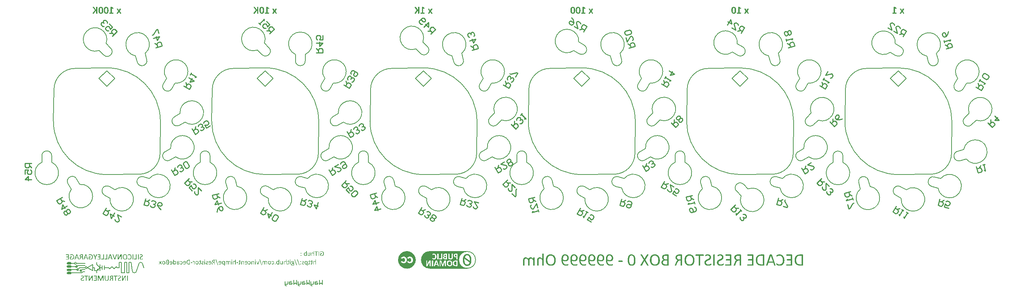
<source format=gbo>
G04*
G04 #@! TF.GenerationSoftware,Altium Limited,Altium Designer,25.8.1 (18)*
G04*
G04 Layer_Color=32896*
%FSLAX44Y44*%
%MOMM*%
G71*
G04*
G04 #@! TF.SameCoordinates,1D371D4C-DA1A-466D-921E-FAD8641E28B0*
G04*
G04*
G04 #@! TF.FilePolarity,Positive*
G04*
G01*
G75*
%ADD22C,0.2000*%
%ADD23C,0.1500*%
%ADD24C,0.2540*%
G36*
X-831220Y547852D02*
X-830907D01*
X-830824Y547831D01*
X-830803D01*
X-830699Y547811D01*
X-830616Y547790D01*
X-830574Y547769D01*
X-830553D01*
X-830449Y547727D01*
X-830428Y547706D01*
X-830407D01*
X-827075Y545540D01*
X-826971Y545478D01*
X-826908Y545436D01*
X-826867Y545395D01*
X-826846Y545374D01*
X-826783Y545311D01*
X-826762Y545228D01*
X-826721Y545165D01*
Y545145D01*
X-826700Y545040D01*
X-826679Y544936D01*
X-826658Y544874D01*
Y544832D01*
Y544686D01*
Y544520D01*
Y544395D01*
Y544374D01*
Y544353D01*
Y544041D01*
Y543937D01*
X-826679Y543832D01*
Y543749D01*
Y543687D01*
Y543666D01*
Y543645D01*
X-826721Y543478D01*
X-826762Y543374D01*
X-826804Y543312D01*
X-826825Y543291D01*
X-826908Y543228D01*
X-826992Y543208D01*
X-827096D01*
X-827242Y543249D01*
X-827387Y543312D01*
X-827512Y543374D01*
X-827533Y543395D01*
X-827554D01*
X-830053Y544770D01*
Y534668D01*
X-827158D01*
X-827096Y534647D01*
X-827033Y534626D01*
X-826992Y534606D01*
X-826971Y534585D01*
X-826908Y534522D01*
X-826867Y534460D01*
X-826825Y534397D01*
X-826804Y534376D01*
X-826762Y534252D01*
X-826742Y534127D01*
X-826721Y534043D01*
Y534022D01*
Y534002D01*
X-826700Y533814D01*
Y533627D01*
Y533543D01*
Y533481D01*
Y533439D01*
Y533418D01*
Y533189D01*
X-826721Y533023D01*
Y532898D01*
Y532877D01*
Y532856D01*
X-826762Y532710D01*
X-826783Y532585D01*
X-826825Y532502D01*
Y532481D01*
X-826867Y532398D01*
X-826929Y532314D01*
X-826950Y532294D01*
X-826971Y532273D01*
X-827096Y532231D01*
X-835802D01*
X-835864Y532252D01*
X-835906Y532273D01*
X-835927D01*
X-835989Y532335D01*
X-836031Y532398D01*
X-836073Y532460D01*
Y532481D01*
X-836114Y532606D01*
X-836156Y532731D01*
X-836177Y532814D01*
Y532856D01*
X-836198Y533044D01*
X-836218Y533231D01*
Y533293D01*
Y533356D01*
Y533397D01*
Y533418D01*
Y533668D01*
X-836198Y533835D01*
X-836177Y533960D01*
Y534002D01*
X-836156Y534147D01*
X-836114Y534272D01*
X-836094Y534356D01*
X-836073Y534376D01*
X-836031Y534481D01*
X-835968Y534543D01*
X-835948Y534564D01*
X-835927Y534585D01*
X-835864Y534626D01*
X-835802Y534668D01*
X-833198D01*
Y547498D01*
Y547561D01*
X-833178Y547623D01*
X-833157Y547644D01*
X-833136Y547665D01*
X-833094Y547727D01*
X-833032Y547769D01*
X-832969Y547790D01*
X-832948D01*
X-832823Y547811D01*
X-832678Y547831D01*
X-832553Y547852D01*
X-832511D01*
X-832282Y547873D01*
X-831345D01*
X-831220Y547852D01*
D02*
G37*
G36*
X-467447D02*
X-467135D01*
X-467052Y547831D01*
X-467031D01*
X-466927Y547811D01*
X-466843Y547790D01*
X-466802Y547769D01*
X-466781D01*
X-466677Y547727D01*
X-466656Y547706D01*
X-466635D01*
X-463302Y545540D01*
X-463198Y545478D01*
X-463136Y545436D01*
X-463094Y545395D01*
X-463073Y545374D01*
X-463011Y545311D01*
X-462990Y545228D01*
X-462948Y545165D01*
Y545145D01*
X-462928Y545040D01*
X-462907Y544936D01*
X-462886Y544874D01*
Y544832D01*
Y544686D01*
Y544520D01*
Y544395D01*
Y544374D01*
Y544353D01*
Y544041D01*
Y543937D01*
X-462907Y543832D01*
Y543749D01*
Y543687D01*
Y543666D01*
Y543645D01*
X-462948Y543478D01*
X-462990Y543374D01*
X-463032Y543312D01*
X-463053Y543291D01*
X-463136Y543228D01*
X-463219Y543208D01*
X-463323D01*
X-463469Y543249D01*
X-463615Y543312D01*
X-463740Y543374D01*
X-463761Y543395D01*
X-463782D01*
X-466281Y544770D01*
Y534668D01*
X-463386D01*
X-463323Y534647D01*
X-463261Y534626D01*
X-463219Y534606D01*
X-463198Y534585D01*
X-463136Y534522D01*
X-463094Y534460D01*
X-463053Y534397D01*
X-463032Y534376D01*
X-462990Y534252D01*
X-462969Y534127D01*
X-462948Y534043D01*
Y534022D01*
Y534002D01*
X-462928Y533814D01*
Y533627D01*
Y533543D01*
Y533481D01*
Y533439D01*
Y533418D01*
Y533189D01*
X-462948Y533023D01*
Y532898D01*
Y532877D01*
Y532856D01*
X-462990Y532710D01*
X-463011Y532585D01*
X-463053Y532502D01*
Y532481D01*
X-463094Y532398D01*
X-463157Y532314D01*
X-463178Y532294D01*
X-463198Y532273D01*
X-463323Y532231D01*
X-472029D01*
X-472092Y532252D01*
X-472134Y532273D01*
X-472154D01*
X-472217Y532335D01*
X-472259Y532398D01*
X-472300Y532460D01*
Y532481D01*
X-472342Y532606D01*
X-472383Y532731D01*
X-472404Y532814D01*
Y532856D01*
X-472425Y533044D01*
X-472446Y533231D01*
Y533293D01*
Y533356D01*
Y533397D01*
Y533418D01*
Y533668D01*
X-472425Y533835D01*
X-472404Y533960D01*
Y534002D01*
X-472383Y534147D01*
X-472342Y534272D01*
X-472321Y534356D01*
X-472300Y534376D01*
X-472259Y534481D01*
X-472196Y534543D01*
X-472175Y534564D01*
X-472154Y534585D01*
X-472092Y534626D01*
X-472029Y534668D01*
X-469426D01*
Y547498D01*
Y547561D01*
X-469405Y547623D01*
X-469384Y547644D01*
X-469364Y547665D01*
X-469322Y547727D01*
X-469259Y547769D01*
X-469197Y547790D01*
X-469176D01*
X-469051Y547811D01*
X-468905Y547831D01*
X-468780Y547852D01*
X-468739D01*
X-468509Y547873D01*
X-467572D01*
X-467447Y547852D01*
D02*
G37*
G36*
X-1206833Y547831D02*
X-1206520D01*
X-1206437Y547811D01*
X-1206416D01*
X-1206312Y547790D01*
X-1206229Y547769D01*
X-1206187Y547748D01*
X-1206166D01*
X-1206062Y547706D01*
X-1206041Y547686D01*
X-1206021D01*
X-1202688Y545519D01*
X-1202584Y545457D01*
X-1202522Y545415D01*
X-1202480Y545374D01*
X-1202459Y545353D01*
X-1202396Y545290D01*
X-1202376Y545207D01*
X-1202334Y545145D01*
Y545124D01*
X-1202313Y545020D01*
X-1202292Y544915D01*
X-1202271Y544853D01*
Y544811D01*
Y544665D01*
Y544499D01*
Y544374D01*
Y544353D01*
Y544332D01*
Y544020D01*
Y543916D01*
X-1202292Y543811D01*
Y543728D01*
Y543666D01*
Y543645D01*
Y543624D01*
X-1202334Y543457D01*
X-1202376Y543353D01*
X-1202417Y543291D01*
X-1202438Y543270D01*
X-1202522Y543208D01*
X-1202605Y543187D01*
X-1202709D01*
X-1202855Y543228D01*
X-1203000Y543291D01*
X-1203126Y543353D01*
X-1203146Y543374D01*
X-1203167D01*
X-1205667Y544749D01*
Y534647D01*
X-1202771D01*
X-1202709Y534626D01*
X-1202646Y534606D01*
X-1202605Y534585D01*
X-1202584Y534564D01*
X-1202522Y534501D01*
X-1202480Y534439D01*
X-1202438Y534376D01*
X-1202417Y534356D01*
X-1202376Y534231D01*
X-1202355Y534106D01*
X-1202334Y534022D01*
Y534002D01*
Y533981D01*
X-1202313Y533793D01*
Y533606D01*
Y533522D01*
Y533460D01*
Y533418D01*
Y533397D01*
Y533168D01*
X-1202334Y533002D01*
Y532877D01*
Y532856D01*
Y532835D01*
X-1202376Y532689D01*
X-1202396Y532564D01*
X-1202438Y532481D01*
Y532460D01*
X-1202480Y532377D01*
X-1202542Y532294D01*
X-1202563Y532273D01*
X-1202584Y532252D01*
X-1202709Y532210D01*
X-1211415D01*
X-1211478Y532231D01*
X-1211519Y532252D01*
X-1211540D01*
X-1211602Y532314D01*
X-1211644Y532377D01*
X-1211686Y532439D01*
Y532460D01*
X-1211727Y532585D01*
X-1211769Y532710D01*
X-1211790Y532794D01*
Y532835D01*
X-1211811Y533023D01*
X-1211832Y533210D01*
Y533273D01*
Y533335D01*
Y533377D01*
Y533397D01*
Y533647D01*
X-1211811Y533814D01*
X-1211790Y533939D01*
Y533981D01*
X-1211769Y534127D01*
X-1211727Y534252D01*
X-1211707Y534335D01*
X-1211686Y534356D01*
X-1211644Y534460D01*
X-1211582Y534522D01*
X-1211561Y534543D01*
X-1211540Y534564D01*
X-1211478Y534606D01*
X-1211415Y534647D01*
X-1208811D01*
Y547477D01*
Y547540D01*
X-1208791Y547602D01*
X-1208770Y547623D01*
X-1208749Y547644D01*
X-1208707Y547706D01*
X-1208645Y547748D01*
X-1208582Y547769D01*
X-1208562D01*
X-1208437Y547790D01*
X-1208291Y547811D01*
X-1208166Y547831D01*
X-1208124D01*
X-1207895Y547852D01*
X-1206958D01*
X-1206833Y547831D01*
D02*
G37*
G36*
X-1215789Y547790D02*
X-1215581D01*
X-1215518Y547769D01*
X-1215456D01*
X-1215247Y547727D01*
X-1215081Y547706D01*
X-1214997Y547686D01*
X-1214956Y547665D01*
X-1214852Y547623D01*
X-1214768Y547561D01*
X-1214727Y547519D01*
X-1214706Y547498D01*
X-1214664Y547436D01*
X-1214643Y547373D01*
Y547311D01*
Y547290D01*
Y532669D01*
X-1214664Y532585D01*
X-1214685Y532502D01*
X-1214706Y532460D01*
Y532439D01*
X-1214789Y532377D01*
X-1214873Y532314D01*
X-1214935Y532294D01*
X-1214956Y532273D01*
X-1215122Y532231D01*
X-1215268Y532210D01*
X-1215414Y532189D01*
X-1215456D01*
X-1215706Y532169D01*
X-1215956Y532148D01*
X-1216539D01*
X-1216664Y532169D01*
X-1216851D01*
X-1216934Y532189D01*
X-1216976D01*
X-1217184Y532210D01*
X-1217351Y532231D01*
X-1217434Y532273D01*
X-1217476D01*
X-1217601Y532335D01*
X-1217663Y532377D01*
X-1217705Y532419D01*
X-1217726Y532439D01*
X-1217768Y532523D01*
X-1217809Y532585D01*
Y532648D01*
Y532668D01*
Y540021D01*
X-1222475Y532668D01*
X-1222537Y532544D01*
X-1222620Y532460D01*
X-1222683Y532398D01*
X-1222704Y532377D01*
X-1222850Y532294D01*
X-1222995Y532252D01*
X-1223120Y532210D01*
X-1223183D01*
X-1223329Y532189D01*
X-1223516Y532169D01*
X-1223870Y532148D01*
X-1224641D01*
X-1224787Y532169D01*
X-1224995D01*
X-1225057Y532189D01*
X-1225120D01*
X-1225349Y532210D01*
X-1225516Y532231D01*
X-1225599Y532273D01*
X-1225641D01*
X-1225766Y532335D01*
X-1225828Y532377D01*
X-1225870Y532419D01*
X-1225891Y532439D01*
X-1225932Y532523D01*
X-1225974Y532585D01*
Y532648D01*
Y532668D01*
Y532752D01*
X-1225953Y532835D01*
X-1225932Y532919D01*
X-1225911Y532939D01*
X-1225891Y533023D01*
X-1225828Y533106D01*
X-1225724Y533335D01*
X-1225682Y533418D01*
X-1225641Y533502D01*
X-1225620Y533564D01*
X-1225599Y533585D01*
X-1220975Y540604D01*
X-1225203Y546186D01*
X-1225307Y546353D01*
X-1225391Y546478D01*
X-1225453Y546603D01*
X-1225516Y546686D01*
X-1225557Y546769D01*
X-1225578Y546811D01*
X-1225599Y546852D01*
X-1225682Y547019D01*
X-1225703Y547165D01*
X-1225724Y547248D01*
Y547290D01*
X-1225703Y547373D01*
X-1225682Y547436D01*
X-1225661Y547477D01*
X-1225641Y547498D01*
X-1225578Y547561D01*
X-1225495Y547623D01*
X-1225411Y547644D01*
X-1225391Y547665D01*
X-1225224Y547706D01*
X-1225078Y547748D01*
X-1224953Y547769D01*
X-1224891D01*
X-1224641Y547790D01*
X-1224370Y547811D01*
X-1223766D01*
X-1223641Y547790D01*
X-1223433D01*
X-1223370Y547769D01*
X-1223308D01*
X-1223120Y547748D01*
X-1222954Y547727D01*
X-1222870Y547706D01*
X-1222829Y547686D01*
X-1222704Y547644D01*
X-1222600Y547581D01*
X-1222537Y547540D01*
X-1222516Y547519D01*
X-1222454Y547436D01*
X-1222391Y547373D01*
X-1222350Y547290D01*
X-1222329Y547269D01*
X-1217809Y540667D01*
Y547290D01*
X-1217788Y547373D01*
X-1217768Y547436D01*
X-1217747Y547477D01*
X-1217726Y547498D01*
X-1217663Y547561D01*
X-1217580Y547623D01*
X-1217497Y547644D01*
X-1217476Y547665D01*
X-1217309Y547706D01*
X-1217164Y547748D01*
X-1217039Y547769D01*
X-1216976D01*
X-1216747Y547790D01*
X-1216497Y547811D01*
X-1215914D01*
X-1215789Y547790D01*
D02*
G37*
G36*
X-809642Y543811D02*
X-809413D01*
X-809330Y543791D01*
X-809267D01*
X-809059Y543749D01*
X-808892Y543707D01*
X-808809Y543687D01*
X-808767Y543666D01*
X-808684Y543603D01*
X-808642Y543520D01*
X-808621Y543457D01*
Y543437D01*
X-808642Y543312D01*
X-808684Y543187D01*
X-808726Y543103D01*
X-808746Y543083D01*
Y543062D01*
X-811475Y538125D01*
X-808517Y532856D01*
X-808455Y532710D01*
X-808434Y532606D01*
X-808413Y532523D01*
Y532502D01*
X-808434Y532419D01*
X-808496Y532356D01*
X-808538Y532314D01*
X-808559Y532294D01*
X-808684Y532252D01*
X-808850Y532231D01*
X-808975Y532210D01*
X-809017D01*
X-809142Y532189D01*
X-809288D01*
X-809559Y532169D01*
X-810350D01*
X-810475Y532189D01*
X-810683D01*
X-810892Y532210D01*
X-811037Y532231D01*
X-811142Y532252D01*
X-811162D01*
X-811287Y532294D01*
X-811371Y532335D01*
X-811412Y532356D01*
X-811433Y532377D01*
X-811537Y532523D01*
X-811558Y532564D01*
Y532585D01*
X-813537Y536376D01*
X-815515Y532585D01*
X-815557Y532502D01*
X-815599Y532439D01*
X-815620Y532398D01*
X-815640Y532377D01*
X-815724Y532314D01*
X-815828Y532294D01*
X-815911Y532252D01*
X-815932D01*
X-816099Y532231D01*
X-816265Y532210D01*
X-816390Y532189D01*
X-816453D01*
X-816723Y532169D01*
X-817702D01*
X-817869Y532189D01*
X-818098D01*
X-818181Y532210D01*
X-818244D01*
X-818473Y532231D01*
X-818640Y532252D01*
X-818744Y532294D01*
X-818765D01*
X-818869Y532356D01*
X-818910Y532439D01*
X-818931Y532481D01*
Y532502D01*
Y532627D01*
X-818889Y532731D01*
X-818869Y532814D01*
X-818848Y532856D01*
X-815911Y538209D01*
X-818577Y543062D01*
X-818660Y543228D01*
X-818681Y543353D01*
X-818702Y543437D01*
Y543457D01*
X-818681Y543562D01*
X-818640Y543624D01*
X-818577Y543666D01*
X-818556Y543687D01*
X-818431Y543749D01*
X-818286Y543770D01*
X-818161Y543791D01*
X-818119D01*
X-817994Y543811D01*
X-817848D01*
X-817577Y543832D01*
X-816953D01*
X-816828Y543811D01*
X-816640D01*
X-816578Y543791D01*
X-816536D01*
X-816348Y543770D01*
X-816224Y543749D01*
X-816119Y543728D01*
X-816099D01*
X-815994Y543687D01*
X-815932Y543645D01*
X-815890Y543624D01*
X-815870Y543603D01*
X-815807Y543499D01*
X-815786Y543457D01*
Y543437D01*
X-813870Y539854D01*
X-811954Y543437D01*
X-811912Y543520D01*
X-811850Y543582D01*
X-811829Y543603D01*
X-811808Y543624D01*
X-811725Y543687D01*
X-811641Y543728D01*
X-811579Y543749D01*
X-811537D01*
X-811371Y543770D01*
X-811225Y543791D01*
X-811100Y543811D01*
X-811037D01*
X-810767Y543832D01*
X-809809D01*
X-809642Y543811D01*
D02*
G37*
G36*
X-445869D02*
X-445640D01*
X-445557Y543791D01*
X-445495D01*
X-445286Y543749D01*
X-445120Y543707D01*
X-445036Y543687D01*
X-444995Y543666D01*
X-444911Y543603D01*
X-444870Y543520D01*
X-444849Y543457D01*
Y543437D01*
X-444870Y543312D01*
X-444911Y543187D01*
X-444953Y543103D01*
X-444974Y543083D01*
Y543062D01*
X-447702Y538125D01*
X-444745Y532856D01*
X-444682Y532710D01*
X-444661Y532606D01*
X-444641Y532523D01*
Y532502D01*
X-444661Y532419D01*
X-444724Y532356D01*
X-444766Y532314D01*
X-444786Y532294D01*
X-444911Y532252D01*
X-445078Y532231D01*
X-445203Y532210D01*
X-445245D01*
X-445370Y532189D01*
X-445515D01*
X-445786Y532169D01*
X-446578D01*
X-446703Y532189D01*
X-446911D01*
X-447119Y532210D01*
X-447265Y532231D01*
X-447369Y532252D01*
X-447390D01*
X-447515Y532294D01*
X-447598Y532335D01*
X-447640Y532356D01*
X-447661Y532377D01*
X-447765Y532523D01*
X-447786Y532564D01*
Y532585D01*
X-449764Y536376D01*
X-451743Y532585D01*
X-451785Y532502D01*
X-451826Y532439D01*
X-451847Y532398D01*
X-451868Y532377D01*
X-451951Y532314D01*
X-452055Y532294D01*
X-452139Y532252D01*
X-452160D01*
X-452326Y532231D01*
X-452493Y532210D01*
X-452618Y532189D01*
X-452680D01*
X-452951Y532169D01*
X-453930D01*
X-454097Y532189D01*
X-454326D01*
X-454409Y532210D01*
X-454472D01*
X-454701Y532231D01*
X-454867Y532252D01*
X-454971Y532294D01*
X-454992D01*
X-455096Y532356D01*
X-455138Y532439D01*
X-455159Y532481D01*
Y532502D01*
Y532627D01*
X-455117Y532731D01*
X-455096Y532814D01*
X-455075Y532856D01*
X-452139Y538209D01*
X-454805Y543062D01*
X-454888Y543228D01*
X-454909Y543353D01*
X-454930Y543437D01*
Y543457D01*
X-454909Y543562D01*
X-454867Y543624D01*
X-454805Y543666D01*
X-454784Y543687D01*
X-454659Y543749D01*
X-454513Y543770D01*
X-454388Y543791D01*
X-454347D01*
X-454221Y543811D01*
X-454076D01*
X-453805Y543832D01*
X-453180D01*
X-453055Y543811D01*
X-452868D01*
X-452805Y543791D01*
X-452764D01*
X-452576Y543770D01*
X-452451Y543749D01*
X-452347Y543728D01*
X-452326D01*
X-452222Y543687D01*
X-452160Y543645D01*
X-452118Y543624D01*
X-452097Y543603D01*
X-452035Y543499D01*
X-452014Y543457D01*
Y543437D01*
X-450098Y539854D01*
X-448181Y543437D01*
X-448140Y543520D01*
X-448077Y543582D01*
X-448056Y543603D01*
X-448036Y543624D01*
X-447952Y543687D01*
X-447869Y543728D01*
X-447807Y543749D01*
X-447765D01*
X-447598Y543770D01*
X-447452Y543791D01*
X-447327Y543811D01*
X-447265D01*
X-446994Y543832D01*
X-446036D01*
X-445869Y543811D01*
D02*
G37*
G36*
X-1185255Y543791D02*
X-1185026D01*
X-1184943Y543770D01*
X-1184880D01*
X-1184672Y543728D01*
X-1184505Y543687D01*
X-1184422Y543666D01*
X-1184380Y543645D01*
X-1184297Y543582D01*
X-1184255Y543499D01*
X-1184234Y543437D01*
Y543416D01*
X-1184255Y543291D01*
X-1184297Y543166D01*
X-1184339Y543083D01*
X-1184360Y543062D01*
Y543041D01*
X-1187088Y538105D01*
X-1184130Y532835D01*
X-1184068Y532689D01*
X-1184047Y532585D01*
X-1184026Y532502D01*
Y532481D01*
X-1184047Y532398D01*
X-1184109Y532335D01*
X-1184151Y532294D01*
X-1184172Y532273D01*
X-1184297Y532231D01*
X-1184464Y532210D01*
X-1184589Y532189D01*
X-1184630D01*
X-1184755Y532169D01*
X-1184901D01*
X-1185172Y532148D01*
X-1185963D01*
X-1186088Y532169D01*
X-1186296D01*
X-1186505Y532189D01*
X-1186650Y532210D01*
X-1186755Y532231D01*
X-1186776D01*
X-1186900Y532273D01*
X-1186984Y532314D01*
X-1187025Y532335D01*
X-1187046Y532356D01*
X-1187150Y532502D01*
X-1187171Y532544D01*
Y532564D01*
X-1189150Y536355D01*
X-1191129Y532564D01*
X-1191170Y532481D01*
X-1191212Y532419D01*
X-1191233Y532377D01*
X-1191254Y532356D01*
X-1191337Y532294D01*
X-1191441Y532273D01*
X-1191524Y532231D01*
X-1191545D01*
X-1191712Y532210D01*
X-1191878Y532189D01*
X-1192003Y532169D01*
X-1192066D01*
X-1192337Y532148D01*
X-1193316D01*
X-1193482Y532169D01*
X-1193711D01*
X-1193794Y532189D01*
X-1193857D01*
X-1194086Y532210D01*
X-1194253Y532231D01*
X-1194357Y532273D01*
X-1194378D01*
X-1194482Y532335D01*
X-1194523Y532419D01*
X-1194544Y532460D01*
Y532481D01*
Y532606D01*
X-1194503Y532710D01*
X-1194482Y532794D01*
X-1194461Y532835D01*
X-1191524Y538188D01*
X-1194190Y543041D01*
X-1194274Y543208D01*
X-1194294Y543332D01*
X-1194315Y543416D01*
Y543437D01*
X-1194294Y543541D01*
X-1194253Y543603D01*
X-1194190Y543645D01*
X-1194169Y543666D01*
X-1194044Y543728D01*
X-1193899Y543749D01*
X-1193774Y543770D01*
X-1193732D01*
X-1193607Y543791D01*
X-1193461D01*
X-1193191Y543811D01*
X-1192566D01*
X-1192441Y543791D01*
X-1192253D01*
X-1192191Y543770D01*
X-1192149D01*
X-1191962Y543749D01*
X-1191837Y543728D01*
X-1191733Y543707D01*
X-1191712D01*
X-1191608Y543666D01*
X-1191545Y543624D01*
X-1191504Y543603D01*
X-1191483Y543582D01*
X-1191420Y543478D01*
X-1191399Y543437D01*
Y543416D01*
X-1189483Y539833D01*
X-1187567Y543416D01*
X-1187525Y543499D01*
X-1187463Y543562D01*
X-1187442Y543582D01*
X-1187421Y543603D01*
X-1187338Y543666D01*
X-1187254Y543707D01*
X-1187192Y543728D01*
X-1187150D01*
X-1186984Y543749D01*
X-1186838Y543770D01*
X-1186713Y543791D01*
X-1186650D01*
X-1186380Y543811D01*
X-1185422D01*
X-1185255Y543791D01*
D02*
G37*
G36*
X-843154Y548019D02*
X-842654Y547956D01*
X-842196Y547852D01*
X-841800Y547748D01*
X-841488Y547644D01*
X-841363Y547602D01*
X-841259Y547540D01*
X-841176Y547519D01*
X-841113Y547477D01*
X-841092Y547456D01*
X-841071D01*
X-840676Y547227D01*
X-840342Y546957D01*
X-840030Y546686D01*
X-839780Y546436D01*
X-839572Y546207D01*
X-839426Y545998D01*
X-839343Y545873D01*
X-839301Y545853D01*
Y545832D01*
X-839072Y545415D01*
X-838864Y544999D01*
X-838697Y544561D01*
X-838572Y544166D01*
X-838447Y543811D01*
X-838405Y543645D01*
X-838385Y543520D01*
X-838364Y543416D01*
X-838343Y543332D01*
X-838322Y543291D01*
Y543270D01*
X-838218Y542687D01*
X-838155Y542124D01*
X-838093Y541562D01*
X-838072Y541041D01*
X-838051Y540812D01*
Y540604D01*
X-838030Y540417D01*
Y540250D01*
Y540125D01*
Y540021D01*
Y539958D01*
Y539938D01*
X-838051Y539250D01*
X-838072Y538625D01*
X-838114Y538042D01*
X-838135Y537792D01*
X-838155Y537542D01*
X-838176Y537334D01*
X-838197Y537147D01*
Y536959D01*
X-838218Y536834D01*
X-838239Y536709D01*
X-838260Y536626D01*
Y536584D01*
Y536563D01*
X-838364Y536022D01*
X-838510Y535543D01*
X-838634Y535126D01*
X-838780Y534751D01*
X-838905Y534460D01*
X-839009Y534252D01*
X-839051Y534168D01*
X-839093Y534106D01*
X-839113Y534085D01*
Y534064D01*
X-839363Y533710D01*
X-839634Y533397D01*
X-839926Y533127D01*
X-840176Y532898D01*
X-840426Y532731D01*
X-840613Y532606D01*
X-840738Y532523D01*
X-840759Y532502D01*
X-840780D01*
X-841196Y532314D01*
X-841634Y532189D01*
X-842071Y532085D01*
X-842488Y532023D01*
X-842863Y531981D01*
X-843029D01*
X-843154Y531960D01*
X-843425D01*
X-843987Y531981D01*
X-844508Y532044D01*
X-844945Y532148D01*
X-845341Y532252D01*
X-845654Y532335D01*
X-845779Y532398D01*
X-845883Y532439D01*
X-845966Y532481D01*
X-846028Y532502D01*
X-846049Y532523D01*
X-846070D01*
X-846466Y532752D01*
X-846820Y533002D01*
X-847112Y533273D01*
X-847361Y533543D01*
X-847570Y533772D01*
X-847716Y533960D01*
X-847820Y534085D01*
X-847840Y534106D01*
Y534127D01*
X-848090Y534543D01*
X-848278Y534980D01*
X-848445Y535397D01*
X-848590Y535814D01*
X-848694Y536168D01*
X-848736Y536313D01*
X-848757Y536438D01*
X-848799Y536543D01*
Y536626D01*
X-848819Y536668D01*
Y536688D01*
X-848923Y537271D01*
X-849007Y537855D01*
X-849048Y538417D01*
X-849090Y538938D01*
X-849111Y539167D01*
Y539375D01*
X-849132Y539563D01*
Y539729D01*
Y539854D01*
Y539958D01*
Y540021D01*
Y540042D01*
Y540729D01*
X-849090Y541354D01*
X-849048Y541937D01*
X-849028Y542187D01*
X-849007Y542416D01*
X-848986Y542645D01*
X-848965Y542833D01*
X-848944Y542999D01*
X-848923Y543145D01*
X-848903Y543249D01*
Y543332D01*
X-848882Y543374D01*
Y543395D01*
X-848778Y543937D01*
X-848653Y544416D01*
X-848507Y544853D01*
X-848361Y545228D01*
X-848236Y545519D01*
X-848132Y545728D01*
X-848090Y545811D01*
X-848049Y545873D01*
X-848028Y545894D01*
Y545915D01*
X-847778Y546269D01*
X-847507Y546582D01*
X-847236Y546852D01*
X-846966Y547081D01*
X-846737Y547248D01*
X-846528Y547373D01*
X-846403Y547456D01*
X-846383Y547477D01*
X-846362D01*
X-845945Y547665D01*
X-845508Y547811D01*
X-845070Y547894D01*
X-844654Y547977D01*
X-844279Y548019D01*
X-844112D01*
X-843987Y548040D01*
X-843717D01*
X-843154Y548019D01*
D02*
G37*
G36*
X-479382Y548019D02*
X-478882Y547956D01*
X-478424Y547852D01*
X-478028Y547748D01*
X-477715Y547644D01*
X-477590Y547602D01*
X-477486Y547540D01*
X-477403Y547519D01*
X-477341Y547477D01*
X-477320Y547456D01*
X-477299D01*
X-476903Y547227D01*
X-476570Y546957D01*
X-476258Y546686D01*
X-476008Y546436D01*
X-475799Y546207D01*
X-475653Y545998D01*
X-475570Y545873D01*
X-475529Y545853D01*
Y545832D01*
X-475299Y545415D01*
X-475091Y544999D01*
X-474925Y544561D01*
X-474800Y544166D01*
X-474675Y543811D01*
X-474633Y543645D01*
X-474612Y543520D01*
X-474591Y543416D01*
X-474571Y543332D01*
X-474550Y543291D01*
Y543270D01*
X-474445Y542687D01*
X-474383Y542124D01*
X-474320Y541562D01*
X-474300Y541041D01*
X-474279Y540812D01*
Y540604D01*
X-474258Y540417D01*
Y540250D01*
Y540125D01*
Y540021D01*
Y539958D01*
Y539938D01*
X-474279Y539250D01*
X-474300Y538625D01*
X-474341Y538042D01*
X-474362Y537792D01*
X-474383Y537542D01*
X-474404Y537334D01*
X-474425Y537147D01*
Y536959D01*
X-474445Y536834D01*
X-474466Y536709D01*
X-474487Y536626D01*
Y536584D01*
Y536563D01*
X-474591Y536022D01*
X-474737Y535543D01*
X-474862Y535126D01*
X-475008Y534751D01*
X-475133Y534460D01*
X-475237Y534252D01*
X-475279Y534168D01*
X-475320Y534106D01*
X-475341Y534085D01*
Y534064D01*
X-475591Y533710D01*
X-475862Y533397D01*
X-476153Y533127D01*
X-476403Y532898D01*
X-476653Y532731D01*
X-476841Y532606D01*
X-476966Y532523D01*
X-476987Y532502D01*
X-477007D01*
X-477424Y532314D01*
X-477861Y532189D01*
X-478299Y532085D01*
X-478715Y532023D01*
X-479090Y531981D01*
X-479257D01*
X-479382Y531960D01*
X-479652D01*
X-480215Y531981D01*
X-480736Y532044D01*
X-481173Y532148D01*
X-481569Y532252D01*
X-481881Y532335D01*
X-482006Y532398D01*
X-482110Y532439D01*
X-482193Y532481D01*
X-482256Y532502D01*
X-482277Y532523D01*
X-482298D01*
X-482693Y532752D01*
X-483047Y533002D01*
X-483339Y533273D01*
X-483589Y533543D01*
X-483797Y533772D01*
X-483943Y533960D01*
X-484047Y534085D01*
X-484068Y534106D01*
Y534127D01*
X-484318Y534543D01*
X-484505Y534980D01*
X-484672Y535397D01*
X-484818Y535814D01*
X-484922Y536168D01*
X-484964Y536313D01*
X-484985Y536438D01*
X-485026Y536543D01*
Y536626D01*
X-485047Y536668D01*
Y536688D01*
X-485151Y537271D01*
X-485234Y537855D01*
X-485276Y538417D01*
X-485318Y538938D01*
X-485339Y539167D01*
Y539375D01*
X-485359Y539563D01*
Y539729D01*
Y539854D01*
Y539958D01*
Y540021D01*
Y540042D01*
Y540729D01*
X-485318Y541354D01*
X-485276Y541937D01*
X-485255Y542187D01*
X-485234Y542416D01*
X-485214Y542645D01*
X-485193Y542833D01*
X-485172Y542999D01*
X-485151Y543145D01*
X-485130Y543249D01*
Y543332D01*
X-485109Y543374D01*
Y543395D01*
X-485005Y543937D01*
X-484880Y544416D01*
X-484734Y544853D01*
X-484589Y545228D01*
X-484464Y545519D01*
X-484360Y545728D01*
X-484318Y545811D01*
X-484276Y545873D01*
X-484255Y545894D01*
Y545915D01*
X-484006Y546269D01*
X-483735Y546582D01*
X-483464Y546852D01*
X-483193Y547081D01*
X-482964Y547248D01*
X-482756Y547373D01*
X-482631Y547456D01*
X-482610Y547477D01*
X-482589D01*
X-482173Y547665D01*
X-481735Y547811D01*
X-481298Y547894D01*
X-480881Y547977D01*
X-480507Y548019D01*
X-480340D01*
X-480215Y548040D01*
X-479944D01*
X-479382Y548019D01*
D02*
G37*
G36*
X-855609D02*
X-855109Y547956D01*
X-854651Y547852D01*
X-854256Y547748D01*
X-853943Y547644D01*
X-853818Y547602D01*
X-853714Y547540D01*
X-853631Y547519D01*
X-853568Y547477D01*
X-853547Y547456D01*
X-853527D01*
X-853131Y547227D01*
X-852797Y546956D01*
X-852485Y546686D01*
X-852235Y546436D01*
X-852027Y546207D01*
X-851881Y545998D01*
X-851798Y545873D01*
X-851756Y545853D01*
Y545832D01*
X-851527Y545415D01*
X-851319Y544999D01*
X-851152Y544561D01*
X-851027Y544166D01*
X-850902Y543811D01*
X-850861Y543645D01*
X-850840Y543520D01*
X-850819Y543416D01*
X-850798Y543332D01*
X-850777Y543291D01*
Y543270D01*
X-850673Y542687D01*
X-850611Y542124D01*
X-850548Y541562D01*
X-850527Y541041D01*
X-850507Y540812D01*
Y540604D01*
X-850486Y540416D01*
Y540250D01*
Y540125D01*
Y540021D01*
Y539958D01*
Y539938D01*
X-850507Y539250D01*
X-850527Y538625D01*
X-850569Y538042D01*
X-850590Y537792D01*
X-850611Y537542D01*
X-850631Y537334D01*
X-850652Y537147D01*
Y536959D01*
X-850673Y536834D01*
X-850694Y536709D01*
X-850715Y536626D01*
Y536584D01*
Y536563D01*
X-850819Y536022D01*
X-850965Y535543D01*
X-851090Y535126D01*
X-851235Y534751D01*
X-851360Y534460D01*
X-851464Y534252D01*
X-851506Y534168D01*
X-851548Y534106D01*
X-851569Y534085D01*
Y534064D01*
X-851819Y533710D01*
X-852089Y533397D01*
X-852381Y533127D01*
X-852631Y532898D01*
X-852881Y532731D01*
X-853068Y532606D01*
X-853193Y532523D01*
X-853214Y532502D01*
X-853235D01*
X-853652Y532314D01*
X-854089Y532189D01*
X-854526Y532085D01*
X-854943Y532023D01*
X-855318Y531981D01*
X-855484D01*
X-855609Y531960D01*
X-855880D01*
X-856442Y531981D01*
X-856963Y532044D01*
X-857401Y532148D01*
X-857796Y532252D01*
X-858109Y532335D01*
X-858234Y532398D01*
X-858338Y532439D01*
X-858421Y532481D01*
X-858484Y532502D01*
X-858504Y532523D01*
X-858525D01*
X-858921Y532752D01*
X-859275Y533002D01*
X-859567Y533273D01*
X-859817Y533543D01*
X-860025Y533772D01*
X-860171Y533960D01*
X-860275Y534085D01*
X-860296Y534106D01*
Y534127D01*
X-860546Y534543D01*
X-860733Y534980D01*
X-860900Y535397D01*
X-861045Y535814D01*
X-861150Y536168D01*
X-861191Y536313D01*
X-861212Y536438D01*
X-861254Y536543D01*
Y536626D01*
X-861274Y536668D01*
Y536688D01*
X-861379Y537271D01*
X-861462Y537855D01*
X-861504Y538417D01*
X-861545Y538938D01*
X-861566Y539167D01*
Y539375D01*
X-861587Y539563D01*
Y539729D01*
Y539854D01*
Y539958D01*
Y540021D01*
Y540042D01*
Y540729D01*
X-861545Y541354D01*
X-861504Y541937D01*
X-861483Y542187D01*
X-861462Y542416D01*
X-861441Y542645D01*
X-861420Y542833D01*
X-861400Y542999D01*
X-861379Y543145D01*
X-861358Y543249D01*
Y543332D01*
X-861337Y543374D01*
Y543395D01*
X-861233Y543937D01*
X-861108Y544416D01*
X-860962Y544853D01*
X-860816Y545228D01*
X-860691Y545519D01*
X-860587Y545728D01*
X-860546Y545811D01*
X-860504Y545873D01*
X-860483Y545894D01*
Y545915D01*
X-860233Y546269D01*
X-859962Y546582D01*
X-859692Y546852D01*
X-859421Y547081D01*
X-859192Y547248D01*
X-858983Y547373D01*
X-858858Y547456D01*
X-858838Y547477D01*
X-858817D01*
X-858400Y547665D01*
X-857963Y547811D01*
X-857525Y547894D01*
X-857109Y547977D01*
X-856734Y548019D01*
X-856567D01*
X-856442Y548040D01*
X-856172D01*
X-855609Y548019D01*
D02*
G37*
G36*
X-1113000Y-28000D02*
X-1119000Y-33500D01*
X-1122500Y-41000D01*
X-1122723Y-45000D01*
X-1122500Y-49000D01*
X-1119000Y-56500D01*
X-1113000Y-62000D01*
X-1106000Y-64750D01*
X-1190250Y-64750D01*
X-1196750Y-63750D01*
X-1197683Y-63128D01*
X-1199875D01*
Y-61667D01*
X-1202750Y-59750D01*
X-1206000Y-56750D01*
X-1208750Y-52000D01*
X-1209981Y-44000D01*
X-1209673D01*
X-1208750Y-38000D01*
X-1206000Y-33250D01*
X-1202750Y-30250D01*
X-1199875Y-28333D01*
Y-27070D01*
X-1197980D01*
X-1196750Y-26250D01*
X-1190250Y-25250D01*
X-1106000Y-25250D01*
X-1113000Y-28000D01*
D02*
G37*
G36*
X-2030484Y-49985D02*
X-2029935D01*
X-2028922Y-50404D01*
X-2028146Y-51180D01*
X-2027726Y-52194D01*
Y-52742D01*
Y-53291D01*
X-2028146Y-54305D01*
X-2028922Y-55080D01*
X-2029935Y-55500D01*
X-2030484D01*
X-2036000Y-55500D01*
X-2036000Y-55500D01*
X-2036548D01*
X-2037562Y-55080D01*
X-2038338Y-54304D01*
X-2038758Y-53291D01*
Y-52742D01*
Y-52194D01*
X-2038338Y-51180D01*
X-2037562Y-50404D01*
X-2036548Y-49984D01*
X-2036000D01*
X-2030484Y-49984D01*
X-2030484Y-49985D01*
D02*
G37*
G36*
X-2030742Y-57484D02*
X-2030194D01*
X-2029180Y-57904D01*
X-2028404Y-58680D01*
X-2027984Y-59694D01*
Y-60242D01*
Y-60791D01*
X-2028404Y-61804D01*
X-2029180Y-62580D01*
X-2030194Y-63000D01*
X-2030742D01*
X-2036258Y-63000D01*
X-2036258Y-63000D01*
X-2036806D01*
X-2037820Y-62580D01*
X-2038596Y-61804D01*
X-2039016Y-60791D01*
Y-60242D01*
Y-59694D01*
X-2038596Y-58680D01*
X-2037820Y-57904D01*
X-2036806Y-57484D01*
X-2036258D01*
X-2030742Y-57484D01*
X-2030742Y-57484D01*
D02*
G37*
G36*
X-1241923Y-24601D02*
X-1241353Y-24682D01*
X-1240539Y-24764D01*
X-1240213Y-24845D01*
X-1238829Y-25090D01*
X-1238259Y-25252D01*
X-1237933Y-25334D01*
X-1236752Y-25700D01*
X-1236223Y-25904D01*
X-1233536Y-27207D01*
X-1233047Y-27533D01*
X-1232885Y-27614D01*
X-1232314Y-28021D01*
X-1232151Y-28103D01*
X-1231989Y-28266D01*
X-1231826Y-28347D01*
X-1231663Y-28510D01*
X-1231500Y-28591D01*
X-1231256Y-28835D01*
X-1231093Y-28917D01*
X-1230686Y-29324D01*
X-1230523Y-29406D01*
X-1228528Y-31401D01*
X-1228446Y-31564D01*
X-1228324Y-31686D01*
X-1227917Y-32174D01*
X-1227143Y-33192D01*
X-1226166Y-34658D01*
X-1225230Y-36409D01*
X-1224822Y-37305D01*
X-1224660Y-37712D01*
X-1224008Y-39585D01*
X-1223682Y-40888D01*
X-1223601Y-41295D01*
X-1223479Y-42068D01*
X-1223397Y-42313D01*
X-1223316Y-43779D01*
X-1223234Y-44023D01*
X-1223275Y-46099D01*
X-1223357Y-47077D01*
X-1223479Y-48095D01*
X-1223560Y-48420D01*
X-1223642Y-48990D01*
X-1223886Y-49967D01*
X-1224049Y-50537D01*
X-1224456Y-51840D01*
X-1224782Y-52655D01*
X-1225922Y-55016D01*
X-1226329Y-55668D01*
X-1226410Y-55831D01*
X-1227225Y-56971D01*
X-1227306Y-57134D01*
X-1227551Y-57378D01*
X-1227632Y-57541D01*
X-1227876Y-57785D01*
X-1227958Y-57948D01*
X-1228365Y-58355D01*
X-1228446Y-58518D01*
X-1230116Y-60187D01*
X-1230278Y-60269D01*
X-1230686Y-60676D01*
X-1230848Y-60757D01*
X-1231093Y-61002D01*
X-1231256Y-61083D01*
X-1231500Y-61327D01*
X-1231663Y-61409D01*
X-1231826Y-61572D01*
X-1231989Y-61653D01*
X-1232559Y-62060D01*
X-1232721Y-62142D01*
X-1233291Y-62549D01*
X-1235490Y-63689D01*
X-1235938Y-63892D01*
X-1236590Y-64137D01*
X-1238096Y-64666D01*
X-1238544Y-64788D01*
X-1239195Y-64951D01*
X-1240010Y-65114D01*
X-1240783Y-65236D01*
X-1241028Y-65318D01*
X-1242494Y-65399D01*
X-1242738Y-65480D01*
X-1244896Y-65440D01*
X-1245954Y-65358D01*
X-1246606Y-65277D01*
X-1247583Y-65114D01*
X-1247624Y-65073D01*
X-1247990Y-65033D01*
X-1248520Y-64910D01*
X-1249090Y-64748D01*
X-1249415Y-64666D01*
X-1250718Y-64259D01*
X-1251533Y-63933D01*
X-1254383Y-62549D01*
X-1254953Y-62142D01*
X-1255116Y-62060D01*
X-1255686Y-61653D01*
X-1255848Y-61572D01*
X-1256011Y-61409D01*
X-1256174Y-61327D01*
X-1256337Y-61164D01*
X-1256500Y-61083D01*
X-1256663Y-60920D01*
X-1256826Y-60839D01*
X-1257151Y-60513D01*
X-1257314Y-60432D01*
X-1257803Y-59943D01*
X-1257966Y-59861D01*
X-1259147Y-58681D01*
X-1259228Y-58518D01*
X-1259717Y-58029D01*
X-1259798Y-57867D01*
X-1259961Y-57704D01*
X-1260164Y-57419D01*
X-1260938Y-56401D01*
X-1261020Y-56238D01*
X-1261427Y-55668D01*
X-1262607Y-53428D01*
X-1262770Y-53021D01*
X-1263015Y-52370D01*
X-1263463Y-51108D01*
X-1263544Y-50782D01*
X-1263666Y-50334D01*
X-1263829Y-49520D01*
X-1264033Y-48339D01*
X-1264114Y-48095D01*
X-1264195Y-46629D01*
X-1264277Y-46385D01*
X-1264236Y-43819D01*
X-1264155Y-42761D01*
X-1264073Y-42109D01*
X-1263911Y-41050D01*
X-1263788Y-40521D01*
X-1263544Y-39544D01*
X-1263300Y-38730D01*
X-1263137Y-38160D01*
X-1262648Y-36938D01*
X-1261671Y-34902D01*
X-1261264Y-34251D01*
X-1261182Y-34088D01*
X-1260368Y-32948D01*
X-1260287Y-32785D01*
X-1260042Y-32541D01*
X-1259961Y-32378D01*
X-1259798Y-32215D01*
X-1259717Y-32052D01*
X-1259228Y-31564D01*
X-1259147Y-31401D01*
X-1257559Y-29813D01*
X-1257396Y-29731D01*
X-1256907Y-29243D01*
X-1256744Y-29161D01*
X-1256622Y-29039D01*
X-1255604Y-28266D01*
X-1254138Y-27288D01*
X-1252713Y-26515D01*
X-1251818Y-26107D01*
X-1251410Y-25945D01*
X-1249538Y-25293D01*
X-1248560Y-25049D01*
X-1247746Y-24886D01*
X-1246687Y-24723D01*
X-1246036Y-24642D01*
X-1244204Y-24520D01*
X-1241923Y-24601D01*
D02*
G37*
G36*
X-2030742Y-65500D02*
X-2030194D01*
X-2029180Y-65920D01*
X-2028404Y-66696D01*
X-2027984Y-67709D01*
Y-68258D01*
Y-68807D01*
X-2028404Y-69820D01*
X-2029180Y-70596D01*
X-2030194Y-71016D01*
X-2030742D01*
X-2036258Y-71016D01*
X-2036258Y-71016D01*
X-2036806D01*
X-2037820Y-70596D01*
X-2038596Y-69820D01*
X-2039016Y-68806D01*
Y-68258D01*
Y-67709D01*
X-2038596Y-66696D01*
X-2037820Y-65920D01*
X-2036806Y-65500D01*
X-2036258D01*
X-2030742Y-65500D01*
X-2030742Y-65500D01*
D02*
G37*
G36*
X-2030742Y-73000D02*
X-2030194D01*
X-2029180Y-73420D01*
X-2028404Y-74196D01*
X-2027984Y-75209D01*
Y-75758D01*
Y-76306D01*
X-2028404Y-77320D01*
X-2029180Y-78096D01*
X-2030194Y-78516D01*
X-2030742D01*
X-2036258Y-78516D01*
X-2036258Y-78516D01*
X-2036806D01*
X-2037820Y-78096D01*
X-2038596Y-77320D01*
X-2039016Y-76307D01*
Y-75758D01*
Y-75209D01*
X-2038596Y-74196D01*
X-2037820Y-73420D01*
X-2036806Y-73000D01*
X-2036258D01*
X-2030742Y-73000D01*
X-2030742Y-73000D01*
D02*
G37*
G36*
X-1953480Y-81993D02*
X-1953337Y-82041D01*
X-1953225Y-82105D01*
X-1953209Y-82121D01*
X-1953193Y-82136D01*
X-1953129Y-82200D01*
X-1953082Y-82280D01*
X-1953034Y-82471D01*
X-1953018Y-82551D01*
X-1953002Y-82615D01*
Y-82663D01*
Y-82679D01*
Y-93621D01*
X-1953018Y-93717D01*
X-1953034Y-93749D01*
Y-93765D01*
X-1953066Y-93797D01*
X-1953098Y-93829D01*
X-1953129Y-93845D01*
X-1953145D01*
X-1953225Y-93861D01*
X-1953305D01*
X-1953369Y-93876D01*
X-1953385D01*
X-1953512Y-93892D01*
X-1953640Y-93908D01*
X-1953927D01*
X-1954055Y-93892D01*
X-1954118Y-93876D01*
X-1954150D01*
X-1954262Y-93861D01*
X-1954342D01*
X-1954390Y-93845D01*
X-1954406D01*
X-1954469Y-93813D01*
X-1954501Y-93797D01*
X-1954533Y-93765D01*
X-1954565Y-93717D01*
X-1954581Y-93669D01*
Y-93637D01*
Y-93621D01*
Y-83269D01*
X-1958601Y-93669D01*
X-1958633Y-93733D01*
X-1958665Y-93749D01*
Y-93765D01*
X-1958712Y-93797D01*
X-1958760Y-93829D01*
X-1958792Y-93845D01*
X-1958808D01*
X-1958888Y-93861D01*
X-1958952D01*
X-1959016Y-93876D01*
X-1959031D01*
X-1959143Y-93892D01*
X-1959255Y-93908D01*
X-1959494D01*
X-1959606Y-93892D01*
X-1959685D01*
X-1959781Y-93876D01*
X-1959845D01*
X-1959893Y-93861D01*
X-1959909D01*
X-1959973Y-93829D01*
X-1960020Y-93813D01*
X-1960036Y-93781D01*
X-1960052D01*
X-1960100Y-93749D01*
X-1960116Y-93701D01*
X-1960132Y-93685D01*
Y-93669D01*
X-1964327Y-83269D01*
X-1964359D01*
Y-93621D01*
X-1964375Y-93717D01*
X-1964391Y-93749D01*
Y-93765D01*
X-1964423Y-93797D01*
X-1964471Y-93829D01*
X-1964503Y-93845D01*
X-1964519D01*
X-1964598Y-93861D01*
X-1964678D01*
X-1964742Y-93876D01*
X-1964758D01*
X-1964886Y-93892D01*
X-1965013Y-93908D01*
X-1965300D01*
X-1965428Y-93892D01*
X-1965492Y-93876D01*
X-1965524D01*
X-1965619Y-93861D01*
X-1965699D01*
X-1965747Y-93845D01*
X-1965763D01*
X-1965827Y-93813D01*
X-1965859Y-93797D01*
X-1965891Y-93765D01*
X-1965922Y-93717D01*
X-1965938Y-93669D01*
Y-93637D01*
Y-93621D01*
Y-82679D01*
X-1965922Y-82551D01*
X-1965906Y-82439D01*
X-1965891Y-82376D01*
X-1965874Y-82360D01*
X-1965827Y-82280D01*
X-1965779Y-82200D01*
X-1965731Y-82168D01*
X-1965715Y-82152D01*
X-1965651Y-82089D01*
X-1965587Y-82041D01*
X-1965524Y-82025D01*
X-1965508Y-82009D01*
X-1965428Y-81977D01*
X-1965332Y-81961D01*
X-1964232D01*
X-1964072Y-81977D01*
X-1963929Y-81993D01*
X-1963849Y-82009D01*
X-1963833Y-82025D01*
X-1963817D01*
X-1963689Y-82073D01*
X-1963593Y-82121D01*
X-1963530Y-82168D01*
X-1963498Y-82184D01*
X-1963402Y-82280D01*
X-1963306Y-82376D01*
X-1963243Y-82455D01*
X-1963227Y-82471D01*
Y-82487D01*
X-1963147Y-82647D01*
X-1963067Y-82790D01*
X-1963051Y-82870D01*
X-1963019Y-82918D01*
X-1963003Y-82950D01*
Y-82966D01*
X-1959462Y-91548D01*
X-1959430D01*
X-1956017Y-82934D01*
X-1955953Y-82759D01*
X-1955889Y-82615D01*
X-1955841Y-82535D01*
X-1955825Y-82503D01*
X-1955730Y-82376D01*
X-1955634Y-82280D01*
X-1955570Y-82216D01*
X-1955554Y-82200D01*
X-1955538D01*
X-1955410Y-82121D01*
X-1955283Y-82057D01*
X-1955187Y-82041D01*
X-1955171Y-82025D01*
X-1955155D01*
X-1954980Y-81993D01*
X-1954804Y-81961D01*
X-1953560D01*
X-1953480Y-81993D01*
D02*
G37*
G36*
X-1941405Y-81929D02*
X-1941342Y-81945D01*
X-1941310D01*
X-1941214Y-81961D01*
X-1941134Y-81977D01*
X-1941086Y-81993D01*
X-1941070D01*
X-1941007Y-82025D01*
X-1940975Y-82057D01*
X-1940943Y-82073D01*
Y-82089D01*
X-1940911Y-82168D01*
Y-82200D01*
Y-82216D01*
Y-89602D01*
X-1940927Y-90000D01*
X-1940959Y-90367D01*
X-1941007Y-90686D01*
X-1941070Y-90973D01*
X-1941118Y-91213D01*
X-1941150Y-91308D01*
X-1941166Y-91388D01*
X-1941182Y-91452D01*
X-1941198Y-91500D01*
X-1941214Y-91516D01*
Y-91532D01*
X-1941342Y-91835D01*
X-1941485Y-92090D01*
X-1941645Y-92329D01*
X-1941788Y-92537D01*
X-1941916Y-92696D01*
X-1942012Y-92824D01*
X-1942075Y-92887D01*
X-1942107Y-92919D01*
X-1942330Y-93111D01*
X-1942570Y-93286D01*
X-1942793Y-93430D01*
X-1943016Y-93558D01*
X-1943208Y-93637D01*
X-1943367Y-93717D01*
X-1943415Y-93733D01*
X-1943463Y-93749D01*
X-1943479Y-93765D01*
X-1943495D01*
X-1943798Y-93861D01*
X-1944117Y-93924D01*
X-1944420Y-93972D01*
X-1944691Y-94004D01*
X-1944931Y-94020D01*
X-1945026D01*
X-1945122Y-94036D01*
X-1945282D01*
X-1945680Y-94020D01*
X-1946047Y-93988D01*
X-1946366Y-93940D01*
X-1946653Y-93876D01*
X-1946893Y-93829D01*
X-1946988Y-93797D01*
X-1947068Y-93781D01*
X-1947132Y-93765D01*
X-1947180Y-93749D01*
X-1947196Y-93733D01*
X-1947212D01*
X-1947515Y-93605D01*
X-1947786Y-93462D01*
X-1948041Y-93318D01*
X-1948248Y-93175D01*
X-1948424Y-93047D01*
X-1948535Y-92951D01*
X-1948615Y-92887D01*
X-1948647Y-92856D01*
X-1948855Y-92616D01*
X-1949046Y-92377D01*
X-1949189Y-92138D01*
X-1949317Y-91915D01*
X-1949429Y-91723D01*
X-1949493Y-91564D01*
X-1949525Y-91500D01*
X-1949541Y-91452D01*
X-1949556Y-91436D01*
Y-91420D01*
X-1949668Y-91085D01*
X-1949748Y-90750D01*
X-1949796Y-90431D01*
X-1949843Y-90128D01*
X-1949859Y-89857D01*
Y-89745D01*
X-1949875Y-89649D01*
Y-89586D01*
Y-89522D01*
Y-89490D01*
Y-89474D01*
Y-82216D01*
Y-82168D01*
X-1949859Y-82121D01*
X-1949843Y-82105D01*
X-1949828Y-82089D01*
X-1949780Y-82041D01*
X-1949732Y-82009D01*
X-1949700Y-81993D01*
X-1949684D01*
X-1949620Y-81977D01*
X-1949541Y-81961D01*
X-1949477Y-81945D01*
X-1949445D01*
X-1949333Y-81929D01*
X-1949205Y-81913D01*
X-1948918D01*
X-1948807Y-81929D01*
X-1948727Y-81945D01*
X-1948695D01*
X-1948599Y-81961D01*
X-1948520Y-81977D01*
X-1948472Y-81993D01*
X-1948456D01*
X-1948392Y-82025D01*
X-1948360Y-82057D01*
X-1948328Y-82073D01*
Y-82089D01*
X-1948296Y-82168D01*
Y-82200D01*
Y-82216D01*
Y-89474D01*
X-1948280Y-89761D01*
X-1948264Y-90032D01*
X-1948233Y-90272D01*
X-1948201Y-90479D01*
X-1948153Y-90654D01*
X-1948121Y-90766D01*
X-1948105Y-90846D01*
X-1948089Y-90878D01*
X-1948009Y-91085D01*
X-1947914Y-91276D01*
X-1947818Y-91452D01*
X-1947738Y-91595D01*
X-1947642Y-91723D01*
X-1947578Y-91803D01*
X-1947531Y-91867D01*
X-1947515Y-91883D01*
X-1947371Y-92026D01*
X-1947212Y-92138D01*
X-1947068Y-92249D01*
X-1946924Y-92329D01*
X-1946797Y-92409D01*
X-1946701Y-92457D01*
X-1946637Y-92473D01*
X-1946606Y-92489D01*
X-1946398Y-92552D01*
X-1946191Y-92600D01*
X-1945983Y-92632D01*
X-1945808Y-92648D01*
X-1945632Y-92664D01*
X-1945505Y-92680D01*
X-1945393D01*
X-1945154Y-92664D01*
X-1944915Y-92648D01*
X-1944723Y-92616D01*
X-1944532Y-92584D01*
X-1944388Y-92552D01*
X-1944277Y-92521D01*
X-1944213Y-92489D01*
X-1944181D01*
X-1943990Y-92409D01*
X-1943814Y-92297D01*
X-1943654Y-92202D01*
X-1943527Y-92106D01*
X-1943415Y-92010D01*
X-1943336Y-91930D01*
X-1943288Y-91883D01*
X-1943272Y-91867D01*
X-1943144Y-91707D01*
X-1943016Y-91532D01*
X-1942921Y-91356D01*
X-1942841Y-91197D01*
X-1942761Y-91053D01*
X-1942713Y-90941D01*
X-1942697Y-90878D01*
X-1942681Y-90846D01*
X-1942618Y-90606D01*
X-1942570Y-90351D01*
X-1942538Y-90112D01*
X-1942522Y-89889D01*
X-1942506Y-89681D01*
X-1942490Y-89538D01*
Y-89474D01*
Y-89426D01*
Y-89410D01*
Y-89394D01*
Y-82216D01*
Y-82168D01*
X-1942474Y-82121D01*
X-1942458Y-82105D01*
X-1942442Y-82089D01*
X-1942410Y-82041D01*
X-1942362Y-82009D01*
X-1942330Y-81993D01*
X-1942315D01*
X-1942251Y-81977D01*
X-1942171Y-81961D01*
X-1942107Y-81945D01*
X-1942075D01*
X-1941948Y-81929D01*
X-1941820Y-81913D01*
X-1941533D01*
X-1941405Y-81929D01*
D02*
G37*
G36*
X-1969527Y-81977D02*
X-1969400Y-82025D01*
X-1969304Y-82089D01*
X-1969288Y-82105D01*
X-1969272D01*
X-1969208Y-82168D01*
X-1969176Y-82248D01*
X-1969113Y-82408D01*
Y-82487D01*
X-1969097Y-82551D01*
Y-82599D01*
Y-82615D01*
Y-93223D01*
X-1969113Y-93350D01*
X-1969129Y-93462D01*
X-1969160Y-93541D01*
X-1969192Y-93621D01*
X-1969224Y-93669D01*
X-1969240Y-93701D01*
X-1969272Y-93733D01*
X-1969416Y-93813D01*
X-1969543Y-93845D01*
X-1969639Y-93861D01*
X-1975381D01*
X-1975477Y-93845D01*
X-1975493Y-93829D01*
X-1975509D01*
X-1975557Y-93797D01*
X-1975589Y-93765D01*
X-1975621Y-93733D01*
Y-93717D01*
X-1975653Y-93653D01*
X-1975668Y-93589D01*
X-1975685Y-93526D01*
Y-93510D01*
X-1975700Y-93414D01*
X-1975716Y-93318D01*
Y-93254D01*
Y-93223D01*
Y-93095D01*
X-1975700Y-92999D01*
X-1975685Y-92935D01*
Y-92919D01*
X-1975668Y-92840D01*
X-1975653Y-92760D01*
X-1975637Y-92728D01*
X-1975621Y-92712D01*
X-1975589Y-92664D01*
X-1975541Y-92632D01*
X-1975525Y-92600D01*
X-1975509D01*
X-1975477Y-92569D01*
X-1975429Y-92552D01*
X-1970676D01*
Y-88294D01*
X-1974664D01*
X-1974759Y-88278D01*
X-1974775Y-88262D01*
X-1974791D01*
X-1974871Y-88198D01*
X-1974887Y-88182D01*
Y-88166D01*
X-1974935Y-88038D01*
X-1974951Y-87991D01*
Y-87975D01*
X-1974967Y-87879D01*
X-1974983Y-87783D01*
Y-87719D01*
Y-87687D01*
Y-87560D01*
X-1974967Y-87464D01*
X-1974951Y-87400D01*
Y-87384D01*
X-1974935Y-87305D01*
X-1974919Y-87241D01*
X-1974903Y-87209D01*
X-1974887Y-87193D01*
X-1974823Y-87097D01*
X-1974807Y-87081D01*
X-1974791Y-87065D01*
X-1974759Y-87033D01*
X-1974711Y-87017D01*
X-1970676D01*
Y-83269D01*
X-1975318D01*
X-1975413Y-83253D01*
X-1975429Y-83237D01*
X-1975445D01*
X-1975493Y-83205D01*
X-1975525Y-83173D01*
X-1975541Y-83141D01*
Y-83125D01*
X-1975589Y-82998D01*
X-1975605Y-82950D01*
Y-82934D01*
X-1975621Y-82838D01*
X-1975637Y-82727D01*
Y-82663D01*
Y-82631D01*
Y-82503D01*
X-1975621Y-82408D01*
X-1975605Y-82344D01*
Y-82328D01*
X-1975589Y-82248D01*
X-1975573Y-82168D01*
X-1975557Y-82136D01*
X-1975541Y-82121D01*
X-1975509Y-82073D01*
X-1975477Y-82041D01*
X-1975461Y-82009D01*
X-1975445D01*
X-1975413Y-81977D01*
X-1975365Y-81961D01*
X-1969671D01*
X-1969527Y-81977D01*
D02*
G37*
G36*
X-1896519Y-81929D02*
X-1896439Y-81945D01*
X-1896407D01*
X-1896311Y-81961D01*
X-1896232Y-81977D01*
X-1896184Y-81993D01*
X-1896168D01*
X-1896104Y-82025D01*
X-1896056Y-82057D01*
X-1896040Y-82073D01*
X-1896024Y-82088D01*
X-1895992Y-82168D01*
Y-82200D01*
Y-82216D01*
Y-93621D01*
X-1896008Y-93717D01*
X-1896024Y-93749D01*
Y-93765D01*
X-1896056Y-93797D01*
X-1896104Y-93829D01*
X-1896136Y-93845D01*
X-1896152D01*
X-1896232Y-93861D01*
X-1896311D01*
X-1896375Y-93876D01*
X-1896391D01*
X-1896519Y-93892D01*
X-1896646Y-93908D01*
X-1896933D01*
X-1897045Y-93892D01*
X-1897109Y-93876D01*
X-1897141D01*
X-1897252Y-93861D01*
X-1897332D01*
X-1897380Y-93845D01*
X-1897396D01*
X-1897460Y-93813D01*
X-1897492Y-93797D01*
X-1897524Y-93765D01*
X-1897556Y-93717D01*
X-1897572Y-93669D01*
Y-93637D01*
Y-93621D01*
Y-82216D01*
Y-82168D01*
X-1897556Y-82120D01*
X-1897540Y-82105D01*
X-1897524Y-82088D01*
X-1897492Y-82041D01*
X-1897444Y-82009D01*
X-1897412Y-81993D01*
X-1897396D01*
X-1897316Y-81977D01*
X-1897236Y-81961D01*
X-1897173Y-81945D01*
X-1897141D01*
X-1897029Y-81929D01*
X-1896902Y-81913D01*
X-1896630D01*
X-1896519Y-81929D01*
D02*
G37*
G36*
X-1908658Y-81961D02*
X-1908578Y-81977D01*
X-1908546D01*
X-1908450Y-81993D01*
X-1908370Y-82009D01*
X-1908323Y-82025D01*
X-1908307Y-82041D01*
X-1908243Y-82073D01*
X-1908211Y-82105D01*
X-1908179Y-82120D01*
Y-82136D01*
X-1908147Y-82216D01*
Y-82232D01*
Y-82248D01*
Y-88692D01*
Y-89235D01*
Y-89490D01*
Y-89713D01*
Y-89921D01*
Y-90064D01*
Y-90128D01*
Y-90176D01*
Y-90192D01*
Y-90208D01*
Y-90495D01*
Y-90766D01*
Y-91021D01*
X-1908163Y-91244D01*
Y-91436D01*
Y-91580D01*
Y-91675D01*
Y-91691D01*
Y-91707D01*
X-1908004Y-91388D01*
X-1907924Y-91244D01*
X-1907860Y-91117D01*
X-1907796Y-91021D01*
X-1907748Y-90926D01*
X-1907732Y-90878D01*
X-1907716Y-90862D01*
X-1907557Y-90543D01*
X-1907493Y-90399D01*
X-1907429Y-90255D01*
X-1907366Y-90144D01*
X-1907318Y-90064D01*
X-1907302Y-90000D01*
X-1907286Y-89984D01*
X-1907126Y-89649D01*
X-1907047Y-89506D01*
X-1906967Y-89362D01*
X-1906919Y-89251D01*
X-1906871Y-89171D01*
X-1906839Y-89107D01*
X-1906823Y-89091D01*
X-1906648Y-88756D01*
X-1906568Y-88597D01*
X-1906488Y-88453D01*
X-1906424Y-88326D01*
X-1906376Y-88230D01*
X-1906345Y-88166D01*
X-1906329Y-88150D01*
X-1903537Y-82934D01*
X-1903426Y-82743D01*
X-1903330Y-82599D01*
X-1903266Y-82503D01*
X-1903234Y-82471D01*
X-1903138Y-82344D01*
X-1903043Y-82248D01*
X-1902979Y-82184D01*
X-1902947Y-82168D01*
X-1902835Y-82088D01*
X-1902724Y-82041D01*
X-1902644Y-82025D01*
X-1902628Y-82009D01*
X-1902612D01*
X-1902469Y-81977D01*
X-1902325Y-81961D01*
X-1901384D01*
X-1901208Y-81993D01*
X-1901065Y-82041D01*
X-1900969Y-82088D01*
X-1900953Y-82120D01*
X-1900937D01*
X-1900873Y-82184D01*
X-1900826Y-82264D01*
X-1900762Y-82439D01*
X-1900746Y-82519D01*
X-1900730Y-82583D01*
Y-82631D01*
Y-82647D01*
Y-93621D01*
X-1900746Y-93701D01*
X-1900762Y-93733D01*
Y-93749D01*
X-1900794Y-93797D01*
X-1900826Y-93813D01*
X-1900857Y-93845D01*
X-1900873D01*
X-1900953Y-93861D01*
X-1901033D01*
X-1901097Y-93876D01*
X-1901113D01*
X-1901240Y-93892D01*
X-1901368Y-93908D01*
X-1901671D01*
X-1901783Y-93892D01*
X-1901846Y-93876D01*
X-1901878D01*
X-1901990Y-93861D01*
X-1902070D01*
X-1902118Y-93845D01*
X-1902133D01*
X-1902197Y-93813D01*
X-1902229Y-93781D01*
X-1902261Y-93765D01*
Y-93749D01*
X-1902293Y-93701D01*
X-1902309Y-93653D01*
Y-93637D01*
Y-93621D01*
Y-86443D01*
Y-86188D01*
Y-85933D01*
Y-85709D01*
Y-85502D01*
X-1902293Y-85327D01*
Y-85183D01*
Y-85103D01*
Y-85071D01*
Y-84816D01*
Y-84577D01*
X-1902277Y-84338D01*
Y-84146D01*
Y-83971D01*
X-1902261Y-83843D01*
Y-83763D01*
Y-83731D01*
X-1902293D01*
X-1902484Y-84130D01*
X-1902564Y-84322D01*
X-1902644Y-84497D01*
X-1902724Y-84641D01*
X-1902772Y-84752D01*
X-1902803Y-84816D01*
X-1902819Y-84848D01*
X-1902931Y-85056D01*
X-1903027Y-85263D01*
X-1903123Y-85438D01*
X-1903218Y-85598D01*
X-1903282Y-85741D01*
X-1903346Y-85837D01*
X-1903378Y-85917D01*
X-1903394Y-85933D01*
X-1907030Y-92696D01*
X-1907174Y-92951D01*
X-1907222Y-93047D01*
X-1907286Y-93143D01*
X-1907318Y-93207D01*
X-1907350Y-93254D01*
X-1907381Y-93286D01*
Y-93302D01*
X-1907509Y-93446D01*
X-1907621Y-93573D01*
X-1907684Y-93637D01*
X-1907716Y-93669D01*
X-1907844Y-93749D01*
X-1907956Y-93797D01*
X-1908035Y-93829D01*
X-1908067Y-93845D01*
X-1908211Y-93876D01*
X-1908354Y-93892D01*
X-1909120D01*
X-1909200Y-93876D01*
X-1909248Y-93861D01*
X-1909264D01*
X-1909359Y-93829D01*
X-1909423Y-93797D01*
X-1909471Y-93765D01*
X-1909487Y-93749D01*
X-1909567Y-93685D01*
X-1909615Y-93621D01*
X-1909646Y-93557D01*
X-1909662Y-93541D01*
X-1909694Y-93430D01*
X-1909726Y-93334D01*
Y-93254D01*
Y-93223D01*
Y-82248D01*
Y-82200D01*
X-1909710Y-82168D01*
X-1909694Y-82136D01*
X-1909678D01*
X-1909646Y-82088D01*
X-1909599Y-82057D01*
X-1909567Y-82041D01*
X-1909551D01*
X-1909487Y-82009D01*
X-1909407Y-81993D01*
X-1909344Y-81977D01*
X-1909312D01*
X-1909184Y-81961D01*
X-1909072Y-81945D01*
X-1908785D01*
X-1908658Y-81961D01*
D02*
G37*
G36*
X-1920302Y-81977D02*
X-1920270Y-81993D01*
X-1920254Y-82009D01*
X-1920222Y-82041D01*
X-1920190Y-82073D01*
X-1920174Y-82105D01*
X-1920158Y-82120D01*
X-1920142Y-82184D01*
X-1920126Y-82264D01*
X-1920110Y-82312D01*
Y-82344D01*
X-1920095Y-82439D01*
Y-82535D01*
Y-82615D01*
Y-82631D01*
Y-82647D01*
Y-82774D01*
X-1920110Y-82870D01*
Y-82934D01*
Y-82950D01*
X-1920126Y-83030D01*
X-1920142Y-83094D01*
X-1920158Y-83141D01*
Y-83157D01*
X-1920190Y-83205D01*
X-1920222Y-83237D01*
X-1920254Y-83269D01*
X-1920350Y-83301D01*
X-1923747Y-83301D01*
Y-93621D01*
X-1923763Y-93717D01*
X-1923779Y-93749D01*
Y-93765D01*
X-1923811Y-93797D01*
X-1923859Y-93829D01*
X-1923891Y-93845D01*
X-1923907D01*
X-1923987Y-93861D01*
X-1924066D01*
X-1924130Y-93876D01*
X-1924146D01*
X-1924274Y-93892D01*
X-1924401Y-93908D01*
X-1924689D01*
X-1924800Y-93892D01*
X-1924864Y-93876D01*
X-1924896D01*
X-1925007Y-93861D01*
X-1925087D01*
X-1925135Y-93845D01*
X-1925151D01*
X-1925215Y-93813D01*
X-1925247Y-93797D01*
X-1925279Y-93765D01*
X-1925311Y-93717D01*
X-1925327Y-93669D01*
Y-93637D01*
Y-93621D01*
Y-83301D01*
X-1928660D01*
X-1928756Y-83285D01*
X-1928772Y-83269D01*
X-1928788D01*
X-1928836Y-83237D01*
X-1928868Y-83205D01*
X-1928884Y-83173D01*
Y-83157D01*
X-1928916Y-83094D01*
X-1928931Y-83030D01*
X-1928947Y-82966D01*
Y-82950D01*
X-1928963Y-82854D01*
X-1928979Y-82743D01*
Y-82679D01*
Y-82647D01*
Y-82519D01*
X-1928963Y-82423D01*
X-1928947Y-82360D01*
Y-82344D01*
X-1928931Y-82248D01*
X-1928916Y-82184D01*
X-1928900Y-82136D01*
X-1928884Y-82121D01*
X-1928852Y-82073D01*
X-1928820Y-82041D01*
X-1928804Y-82009D01*
X-1928788D01*
X-1928756Y-81977D01*
X-1928708Y-81961D01*
X-1920350Y-81961D01*
X-1920302Y-81977D01*
D02*
G37*
G36*
X-1931133Y-81977D02*
X-1931005Y-82025D01*
X-1930909Y-82089D01*
X-1930894Y-82105D01*
X-1930878D01*
X-1930814Y-82168D01*
X-1930782Y-82248D01*
X-1930718Y-82408D01*
Y-82487D01*
X-1930702Y-82551D01*
Y-82599D01*
Y-82615D01*
Y-93621D01*
X-1930718Y-93717D01*
X-1930734Y-93749D01*
Y-93765D01*
X-1930766Y-93797D01*
X-1930814Y-93829D01*
X-1930846Y-93845D01*
X-1930862D01*
X-1930941Y-93861D01*
X-1931021D01*
X-1931085Y-93876D01*
X-1931101D01*
X-1931228Y-93892D01*
X-1931356Y-93908D01*
X-1931643D01*
X-1931755Y-93892D01*
X-1931819Y-93876D01*
X-1931851D01*
X-1931962Y-93861D01*
X-1932026D01*
X-1932074Y-93845D01*
X-1932090D01*
X-1932154Y-93813D01*
X-1932202Y-93797D01*
X-1932218Y-93765D01*
X-1932233D01*
X-1932265Y-93717D01*
X-1932281Y-93669D01*
Y-93637D01*
Y-93621D01*
Y-88549D01*
X-1933526D01*
X-1933701Y-88581D01*
X-1933860Y-88597D01*
X-1934004Y-88629D01*
X-1934116Y-88660D01*
X-1934195Y-88692D01*
X-1934243Y-88708D01*
X-1934259Y-88724D01*
X-1934530Y-88868D01*
X-1934642Y-88932D01*
X-1934738Y-89011D01*
X-1934818Y-89075D01*
X-1934881Y-89123D01*
X-1934913Y-89155D01*
X-1934929Y-89171D01*
X-1935121Y-89394D01*
X-1935280Y-89618D01*
X-1935344Y-89713D01*
X-1935392Y-89793D01*
X-1935408Y-89841D01*
X-1935424Y-89857D01*
X-1935567Y-90160D01*
X-1935647Y-90303D01*
X-1935695Y-90447D01*
X-1935759Y-90559D01*
X-1935791Y-90654D01*
X-1935806Y-90718D01*
X-1935822Y-90734D01*
X-1936923Y-93541D01*
X-1936955Y-93621D01*
X-1936971Y-93685D01*
X-1937003Y-93717D01*
Y-93733D01*
X-1937051Y-93781D01*
X-1937099Y-93797D01*
X-1937130Y-93829D01*
X-1937146D01*
X-1937226Y-93845D01*
X-1937306Y-93861D01*
X-1937370Y-93876D01*
X-1937386D01*
X-1937513Y-93892D01*
X-1937641Y-93908D01*
X-1937960D01*
X-1938103Y-93892D01*
X-1938183Y-93876D01*
X-1938215D01*
X-1938327Y-93861D01*
X-1938407D01*
X-1938454Y-93845D01*
X-1938470D01*
X-1938534Y-93813D01*
X-1938566Y-93797D01*
X-1938598Y-93765D01*
X-1938630Y-93669D01*
Y-93637D01*
Y-93621D01*
Y-93558D01*
X-1938614Y-93494D01*
X-1938598Y-93430D01*
X-1938582Y-93414D01*
X-1938566Y-93350D01*
X-1938550Y-93286D01*
X-1938486Y-93127D01*
X-1938470Y-93063D01*
X-1938438Y-92999D01*
X-1938423Y-92967D01*
Y-92951D01*
X-1937354Y-90335D01*
X-1937226Y-90016D01*
X-1937162Y-89889D01*
X-1937099Y-89761D01*
X-1937051Y-89665D01*
X-1937019Y-89602D01*
X-1937003Y-89554D01*
X-1936987Y-89538D01*
X-1936859Y-89283D01*
X-1936796Y-89171D01*
X-1936732Y-89075D01*
X-1936684Y-89011D01*
X-1936636Y-88948D01*
X-1936620Y-88916D01*
X-1936604Y-88900D01*
X-1936445Y-88708D01*
X-1936301Y-88549D01*
X-1936237Y-88501D01*
X-1936205Y-88453D01*
X-1936173Y-88437D01*
X-1936157Y-88421D01*
X-1935966Y-88278D01*
X-1935791Y-88182D01*
X-1935727Y-88134D01*
X-1935663Y-88102D01*
X-1935631Y-88086D01*
X-1935615D01*
X-1935806Y-88022D01*
X-1935982Y-87943D01*
X-1936142Y-87863D01*
X-1936285Y-87799D01*
X-1936397Y-87735D01*
X-1936476Y-87687D01*
X-1936540Y-87655D01*
X-1936556Y-87640D01*
X-1936716Y-87528D01*
X-1936859Y-87432D01*
X-1936971Y-87321D01*
X-1937083Y-87225D01*
X-1937178Y-87145D01*
X-1937242Y-87081D01*
X-1937274Y-87033D01*
X-1937290Y-87017D01*
X-1937497Y-86730D01*
X-1937577Y-86587D01*
X-1937641Y-86459D01*
X-1937689Y-86348D01*
X-1937721Y-86252D01*
X-1937753Y-86188D01*
Y-86172D01*
X-1937816Y-85981D01*
X-1937848Y-85805D01*
X-1937880Y-85630D01*
X-1937912Y-85454D01*
Y-85311D01*
X-1937928Y-85199D01*
Y-85135D01*
Y-85103D01*
Y-84880D01*
X-1937896Y-84657D01*
X-1937864Y-84465D01*
X-1937832Y-84306D01*
X-1937800Y-84162D01*
X-1937769Y-84066D01*
X-1937753Y-83987D01*
X-1937737Y-83971D01*
X-1937657Y-83779D01*
X-1937577Y-83620D01*
X-1937481Y-83460D01*
X-1937402Y-83333D01*
X-1937322Y-83221D01*
X-1937258Y-83141D01*
X-1937210Y-83094D01*
X-1937194Y-83077D01*
X-1937051Y-82934D01*
X-1936907Y-82806D01*
X-1936764Y-82695D01*
X-1936620Y-82599D01*
X-1936508Y-82519D01*
X-1936413Y-82471D01*
X-1936333Y-82439D01*
X-1936317Y-82423D01*
X-1935902Y-82248D01*
X-1935695Y-82184D01*
X-1935519Y-82136D01*
X-1935344Y-82089D01*
X-1935216Y-82057D01*
X-1935137Y-82041D01*
X-1935105D01*
X-1934913Y-82025D01*
X-1934738Y-82009D01*
X-1934674Y-81993D01*
X-1934562D01*
X-1934323Y-81977D01*
X-1934068Y-81961D01*
X-1931276D01*
X-1931133Y-81977D01*
D02*
G37*
G36*
X-1986212Y-81961D02*
X-1986133Y-81977D01*
X-1986101D01*
X-1986005Y-81993D01*
X-1985925Y-82009D01*
X-1985877Y-82025D01*
X-1985861Y-82041D01*
X-1985798Y-82073D01*
X-1985766Y-82105D01*
X-1985734Y-82121D01*
Y-82136D01*
X-1985702Y-82216D01*
Y-82232D01*
Y-82248D01*
Y-88692D01*
Y-89235D01*
Y-89490D01*
Y-89713D01*
Y-89921D01*
Y-90064D01*
Y-90128D01*
Y-90176D01*
Y-90192D01*
Y-90208D01*
Y-90495D01*
Y-90766D01*
Y-91021D01*
X-1985718Y-91244D01*
Y-91436D01*
Y-91580D01*
Y-91675D01*
Y-91691D01*
Y-91707D01*
X-1985558Y-91388D01*
X-1985479Y-91244D01*
X-1985415Y-91117D01*
X-1985351Y-91021D01*
X-1985303Y-90926D01*
X-1985287Y-90878D01*
X-1985271Y-90862D01*
X-1985112Y-90543D01*
X-1985048Y-90399D01*
X-1984984Y-90256D01*
X-1984920Y-90144D01*
X-1984872Y-90064D01*
X-1984856Y-90000D01*
X-1984841Y-89984D01*
X-1984681Y-89649D01*
X-1984601Y-89506D01*
X-1984521Y-89362D01*
X-1984474Y-89251D01*
X-1984426Y-89171D01*
X-1984394Y-89107D01*
X-1984378Y-89091D01*
X-1984202Y-88756D01*
X-1984123Y-88597D01*
X-1984043Y-88453D01*
X-1983979Y-88326D01*
X-1983931Y-88230D01*
X-1983899Y-88166D01*
X-1983883Y-88150D01*
X-1981092Y-82934D01*
X-1980980Y-82743D01*
X-1980885Y-82599D01*
X-1980821Y-82503D01*
X-1980789Y-82471D01*
X-1980693Y-82344D01*
X-1980598Y-82248D01*
X-1980534Y-82184D01*
X-1980502Y-82168D01*
X-1980390Y-82089D01*
X-1980278Y-82041D01*
X-1980199Y-82025D01*
X-1980183Y-82009D01*
X-1980167D01*
X-1980023Y-81977D01*
X-1979880Y-81961D01*
X-1978938D01*
X-1978763Y-81993D01*
X-1978620Y-82041D01*
X-1978524Y-82089D01*
X-1978508Y-82121D01*
X-1978492D01*
X-1978428Y-82184D01*
X-1978380Y-82264D01*
X-1978316Y-82439D01*
X-1978300Y-82519D01*
X-1978284Y-82583D01*
Y-82631D01*
Y-82647D01*
Y-93621D01*
X-1978300Y-93701D01*
X-1978316Y-93733D01*
Y-93749D01*
X-1978348Y-93797D01*
X-1978380Y-93813D01*
X-1978412Y-93845D01*
X-1978428D01*
X-1978508Y-93861D01*
X-1978588D01*
X-1978651Y-93876D01*
X-1978667D01*
X-1978795Y-93892D01*
X-1978923Y-93908D01*
X-1979226D01*
X-1979337Y-93892D01*
X-1979401Y-93876D01*
X-1979433D01*
X-1979545Y-93861D01*
X-1979624D01*
X-1979672Y-93845D01*
X-1979688D01*
X-1979752Y-93813D01*
X-1979784Y-93781D01*
X-1979816Y-93765D01*
Y-93749D01*
X-1979848Y-93701D01*
X-1979864Y-93653D01*
Y-93637D01*
Y-93621D01*
Y-86443D01*
Y-86188D01*
Y-85933D01*
Y-85709D01*
Y-85502D01*
X-1979848Y-85327D01*
Y-85183D01*
Y-85103D01*
Y-85071D01*
Y-84816D01*
Y-84577D01*
X-1979832Y-84338D01*
Y-84146D01*
Y-83971D01*
X-1979816Y-83843D01*
Y-83763D01*
Y-83731D01*
X-1979848D01*
X-1980039Y-84130D01*
X-1980119Y-84322D01*
X-1980199Y-84497D01*
X-1980278Y-84641D01*
X-1980326Y-84752D01*
X-1980358Y-84816D01*
X-1980374Y-84848D01*
X-1980486Y-85056D01*
X-1980582Y-85263D01*
X-1980677Y-85438D01*
X-1980773Y-85598D01*
X-1980837Y-85741D01*
X-1980901Y-85837D01*
X-1980932Y-85917D01*
X-1980948Y-85933D01*
X-1984585Y-92696D01*
X-1984729Y-92951D01*
X-1984777Y-93047D01*
X-1984841Y-93143D01*
X-1984872Y-93207D01*
X-1984904Y-93254D01*
X-1984936Y-93286D01*
Y-93302D01*
X-1985064Y-93446D01*
X-1985175Y-93573D01*
X-1985239Y-93637D01*
X-1985271Y-93669D01*
X-1985399Y-93749D01*
X-1985510Y-93797D01*
X-1985590Y-93829D01*
X-1985622Y-93845D01*
X-1985766Y-93876D01*
X-1985909Y-93892D01*
X-1986675D01*
X-1986755Y-93876D01*
X-1986803Y-93861D01*
X-1986818D01*
X-1986914Y-93829D01*
X-1986978Y-93797D01*
X-1987026Y-93765D01*
X-1987042Y-93749D01*
X-1987121Y-93685D01*
X-1987169Y-93621D01*
X-1987201Y-93558D01*
X-1987217Y-93541D01*
X-1987249Y-93430D01*
X-1987281Y-93334D01*
Y-93254D01*
Y-93223D01*
Y-82248D01*
Y-82200D01*
X-1987265Y-82168D01*
X-1987249Y-82136D01*
X-1987233D01*
X-1987201Y-82089D01*
X-1987153Y-82057D01*
X-1987121Y-82041D01*
X-1987106D01*
X-1987042Y-82009D01*
X-1986962Y-81993D01*
X-1986898Y-81977D01*
X-1986866D01*
X-1986739Y-81961D01*
X-1986627Y-81945D01*
X-1986340D01*
X-1986212Y-81961D01*
D02*
G37*
G36*
X-1989211Y-81977D02*
X-1989179Y-81993D01*
X-1989163Y-82009D01*
X-1989131Y-82041D01*
X-1989099Y-82073D01*
X-1989084Y-82105D01*
X-1989068Y-82121D01*
X-1989052Y-82184D01*
X-1989036Y-82264D01*
X-1989020Y-82312D01*
Y-82344D01*
X-1989004Y-82439D01*
Y-82535D01*
Y-82615D01*
Y-82631D01*
Y-82647D01*
Y-82774D01*
X-1989020Y-82870D01*
Y-82934D01*
Y-82950D01*
X-1989036Y-83030D01*
X-1989052Y-83094D01*
X-1989068Y-83141D01*
Y-83157D01*
X-1989099Y-83205D01*
X-1989131Y-83237D01*
X-1989163Y-83269D01*
X-1989259Y-83301D01*
X-1992657D01*
Y-93621D01*
X-1992672Y-93717D01*
X-1992688Y-93749D01*
Y-93765D01*
X-1992720Y-93797D01*
X-1992768Y-93829D01*
X-1992800Y-93845D01*
X-1992816D01*
X-1992896Y-93861D01*
X-1992976D01*
X-1993039Y-93876D01*
X-1993055D01*
X-1993183Y-93892D01*
X-1993311Y-93908D01*
X-1993598D01*
X-1993709Y-93892D01*
X-1993773Y-93876D01*
X-1993805D01*
X-1993917Y-93861D01*
X-1993996D01*
X-1994044Y-93845D01*
X-1994060D01*
X-1994124Y-93813D01*
X-1994156Y-93797D01*
X-1994188Y-93765D01*
X-1994220Y-93717D01*
X-1994236Y-93669D01*
Y-93637D01*
Y-93621D01*
Y-83301D01*
X-1997569D01*
X-1997665Y-83285D01*
X-1997681Y-83269D01*
X-1997697D01*
X-1997745Y-83237D01*
X-1997777Y-83205D01*
X-1997793Y-83173D01*
Y-83157D01*
X-1997825Y-83094D01*
X-1997841Y-83030D01*
X-1997857Y-82966D01*
Y-82950D01*
X-1997873Y-82854D01*
X-1997889Y-82743D01*
Y-82679D01*
Y-82647D01*
Y-82519D01*
X-1997873Y-82423D01*
X-1997857Y-82360D01*
Y-82344D01*
X-1997841Y-82248D01*
X-1997825Y-82184D01*
X-1997809Y-82136D01*
X-1997793Y-82121D01*
X-1997761Y-82073D01*
X-1997729Y-82041D01*
X-1997713Y-82009D01*
X-1997697D01*
X-1997665Y-81977D01*
X-1997617Y-81961D01*
X-1989259D01*
X-1989211Y-81977D01*
D02*
G37*
G36*
X-1915564Y-81801D02*
X-1915309Y-81817D01*
X-1915054Y-81849D01*
X-1914847Y-81881D01*
X-1914671Y-81929D01*
X-1914528Y-81961D01*
X-1914448Y-81977D01*
X-1914416Y-81993D01*
X-1914177Y-82073D01*
X-1913953Y-82168D01*
X-1913762Y-82280D01*
X-1913586Y-82376D01*
X-1913459Y-82455D01*
X-1913347Y-82535D01*
X-1913283Y-82583D01*
X-1913267Y-82599D01*
X-1913092Y-82759D01*
X-1912948Y-82918D01*
X-1912821Y-83094D01*
X-1912709Y-83237D01*
X-1912629Y-83381D01*
X-1912566Y-83492D01*
X-1912534Y-83556D01*
X-1912518Y-83588D01*
X-1912422Y-83811D01*
X-1912358Y-84035D01*
X-1912310Y-84258D01*
X-1912278Y-84465D01*
X-1912263Y-84641D01*
X-1912247Y-84784D01*
Y-84880D01*
Y-84896D01*
Y-84912D01*
X-1912263Y-85183D01*
X-1912278Y-85422D01*
X-1912310Y-85630D01*
X-1912358Y-85821D01*
X-1912406Y-85965D01*
X-1912438Y-86076D01*
X-1912454Y-86140D01*
X-1912470Y-86172D01*
X-1912566Y-86363D01*
X-1912661Y-86523D01*
X-1912773Y-86683D01*
X-1912869Y-86810D01*
X-1912948Y-86922D01*
X-1913012Y-87001D01*
X-1913060Y-87049D01*
X-1913076Y-87065D01*
X-1913379Y-87337D01*
X-1913523Y-87448D01*
X-1913650Y-87544D01*
X-1913762Y-87624D01*
X-1913858Y-87687D01*
X-1913921Y-87719D01*
X-1913937Y-87735D01*
X-1914288Y-87943D01*
X-1914464Y-88022D01*
X-1914607Y-88102D01*
X-1914735Y-88166D01*
X-1914847Y-88214D01*
X-1914910Y-88246D01*
X-1914926Y-88262D01*
X-1915293Y-88421D01*
X-1915469Y-88501D01*
X-1915612Y-88565D01*
X-1915740Y-88629D01*
X-1915836Y-88676D01*
X-1915899Y-88692D01*
X-1915915Y-88708D01*
X-1916250Y-88884D01*
X-1916394Y-88963D01*
X-1916521Y-89043D01*
X-1916633Y-89123D01*
X-1916713Y-89171D01*
X-1916761Y-89203D01*
X-1916777Y-89219D01*
X-1916920Y-89330D01*
X-1917032Y-89426D01*
X-1917144Y-89538D01*
X-1917223Y-89634D01*
X-1917287Y-89713D01*
X-1917335Y-89777D01*
X-1917367Y-89825D01*
X-1917383Y-89841D01*
X-1917463Y-89984D01*
X-1917526Y-90128D01*
X-1917558Y-90272D01*
X-1917590Y-90399D01*
X-1917606Y-90527D01*
X-1917622Y-90622D01*
Y-90686D01*
Y-90702D01*
Y-90878D01*
X-1917590Y-91037D01*
X-1917574Y-91181D01*
X-1917542Y-91308D01*
X-1917511Y-91404D01*
X-1917479Y-91484D01*
X-1917463Y-91532D01*
X-1917447Y-91548D01*
X-1917303Y-91803D01*
X-1917223Y-91898D01*
X-1917144Y-91994D01*
X-1917080Y-92074D01*
X-1917016Y-92122D01*
X-1916984Y-92154D01*
X-1916968Y-92170D01*
X-1916729Y-92329D01*
X-1916490Y-92457D01*
X-1916394Y-92489D01*
X-1916314Y-92521D01*
X-1916250Y-92552D01*
X-1916234D01*
X-1915915Y-92632D01*
X-1915756Y-92648D01*
X-1915612Y-92664D01*
X-1915485Y-92680D01*
X-1915054D01*
X-1914831Y-92648D01*
X-1914623Y-92632D01*
X-1914448Y-92600D01*
X-1914304Y-92569D01*
X-1914193Y-92552D01*
X-1914129Y-92521D01*
X-1914097D01*
X-1913905Y-92457D01*
X-1913746Y-92393D01*
X-1913586Y-92345D01*
X-1913459Y-92297D01*
X-1913347Y-92249D01*
X-1913267Y-92218D01*
X-1913220Y-92186D01*
X-1913204D01*
X-1912948Y-92042D01*
X-1912853Y-91994D01*
X-1912757Y-91930D01*
X-1912693Y-91898D01*
X-1912645Y-91867D01*
X-1912613Y-91835D01*
X-1912598D01*
X-1912454Y-91739D01*
X-1912342Y-91691D01*
X-1912278Y-91675D01*
X-1912199D01*
X-1912151Y-91691D01*
X-1912119Y-91707D01*
X-1912103Y-91723D01*
X-1912071Y-91755D01*
X-1912039Y-91787D01*
X-1912023Y-91819D01*
Y-91835D01*
X-1912007Y-91898D01*
X-1911991Y-91978D01*
X-1911975Y-92026D01*
Y-92058D01*
X-1911959Y-92154D01*
Y-92265D01*
Y-92345D01*
Y-92361D01*
Y-92377D01*
X-1911975Y-92569D01*
X-1911991Y-92712D01*
X-1912007Y-92808D01*
Y-92824D01*
Y-92840D01*
X-1912055Y-92951D01*
X-1912103Y-93031D01*
X-1912135Y-93095D01*
X-1912151Y-93111D01*
X-1912263Y-93207D01*
X-1912390Y-93286D01*
X-1912486Y-93350D01*
X-1912518Y-93382D01*
X-1912534D01*
X-1912757Y-93494D01*
X-1912964Y-93605D01*
X-1913060Y-93637D01*
X-1913140Y-93669D01*
X-1913188Y-93701D01*
X-1913204D01*
X-1913507Y-93797D01*
X-1913666Y-93845D01*
X-1913810Y-93876D01*
X-1913937Y-93908D01*
X-1914033Y-93924D01*
X-1914097Y-93940D01*
X-1914113D01*
X-1914496Y-93988D01*
X-1914687Y-94020D01*
X-1914863D01*
X-1915006Y-94036D01*
X-1915229D01*
X-1915549Y-94020D01*
X-1915836Y-94004D01*
X-1916107Y-93972D01*
X-1916330Y-93924D01*
X-1916537Y-93876D01*
X-1916681Y-93845D01*
X-1916777Y-93829D01*
X-1916809Y-93813D01*
X-1917080Y-93717D01*
X-1917335Y-93605D01*
X-1917542Y-93510D01*
X-1917734Y-93398D01*
X-1917893Y-93302D01*
X-1918005Y-93223D01*
X-1918069Y-93159D01*
X-1918101Y-93143D01*
X-1918292Y-92967D01*
X-1918468Y-92776D01*
X-1918611Y-92584D01*
X-1918739Y-92409D01*
X-1918834Y-92249D01*
X-1918914Y-92138D01*
X-1918946Y-92058D01*
X-1918962Y-92026D01*
X-1919074Y-91771D01*
X-1919153Y-91516D01*
X-1919201Y-91260D01*
X-1919249Y-91037D01*
X-1919265Y-90830D01*
X-1919281Y-90670D01*
Y-90606D01*
Y-90559D01*
Y-90543D01*
Y-90527D01*
X-1919265Y-90272D01*
X-1919249Y-90048D01*
X-1919201Y-89841D01*
X-1919169Y-89649D01*
X-1919122Y-89506D01*
X-1919074Y-89410D01*
X-1919058Y-89330D01*
X-1919042Y-89314D01*
X-1918946Y-89123D01*
X-1918850Y-88947D01*
X-1918739Y-88788D01*
X-1918643Y-88660D01*
X-1918547Y-88549D01*
X-1918483Y-88469D01*
X-1918436Y-88421D01*
X-1918420Y-88405D01*
X-1918117Y-88134D01*
X-1917973Y-88022D01*
X-1917845Y-87927D01*
X-1917718Y-87863D01*
X-1917622Y-87799D01*
X-1917558Y-87767D01*
X-1917542Y-87751D01*
X-1917191Y-87544D01*
X-1917016Y-87464D01*
X-1916872Y-87384D01*
X-1916745Y-87320D01*
X-1916649Y-87273D01*
X-1916569Y-87241D01*
X-1916553Y-87225D01*
X-1916187Y-87049D01*
X-1916011Y-86970D01*
X-1915867Y-86906D01*
X-1915740Y-86842D01*
X-1915628Y-86794D01*
X-1915564Y-86778D01*
X-1915549Y-86762D01*
X-1915213Y-86587D01*
X-1915070Y-86491D01*
X-1914942Y-86411D01*
X-1914831Y-86348D01*
X-1914751Y-86300D01*
X-1914703Y-86268D01*
X-1914687Y-86252D01*
X-1914559Y-86140D01*
X-1914432Y-86044D01*
X-1914320Y-85933D01*
X-1914241Y-85837D01*
X-1914177Y-85757D01*
X-1914129Y-85694D01*
X-1914097Y-85646D01*
X-1914081Y-85630D01*
X-1914001Y-85486D01*
X-1913953Y-85343D01*
X-1913905Y-85199D01*
X-1913889Y-85056D01*
X-1913874Y-84944D01*
X-1913858Y-84848D01*
Y-84784D01*
Y-84768D01*
X-1913874Y-84513D01*
X-1913889Y-84402D01*
X-1913921Y-84306D01*
X-1913937Y-84226D01*
X-1913953Y-84162D01*
X-1913969Y-84130D01*
Y-84114D01*
X-1914081Y-83907D01*
X-1914209Y-83731D01*
X-1914256Y-83668D01*
X-1914304Y-83620D01*
X-1914320Y-83604D01*
X-1914336Y-83588D01*
X-1914528Y-83444D01*
X-1914735Y-83333D01*
X-1914815Y-83285D01*
X-1914879Y-83253D01*
X-1914926Y-83237D01*
X-1914942D01*
X-1915229Y-83157D01*
X-1915373Y-83125D01*
X-1915517Y-83109D01*
X-1915628Y-83094D01*
X-1915995D01*
X-1916171Y-83109D01*
X-1916346Y-83141D01*
X-1916474Y-83157D01*
X-1916601Y-83189D01*
X-1916681Y-83221D01*
X-1916745Y-83237D01*
X-1916761D01*
X-1916920Y-83285D01*
X-1917064Y-83333D01*
X-1917175Y-83381D01*
X-1917287Y-83428D01*
X-1917383Y-83460D01*
X-1917447Y-83492D01*
X-1917479Y-83524D01*
X-1917495D01*
X-1917718Y-83636D01*
X-1917893Y-83731D01*
X-1917957Y-83763D01*
X-1918005Y-83795D01*
X-1918021Y-83811D01*
X-1918037D01*
X-1918180Y-83891D01*
X-1918276Y-83923D01*
X-1918340Y-83939D01*
X-1918356D01*
X-1918436Y-83923D01*
X-1918468Y-83907D01*
X-1918531Y-83827D01*
X-1918547Y-83795D01*
Y-83779D01*
X-1918563Y-83700D01*
X-1918579Y-83636D01*
X-1918595Y-83572D01*
Y-83556D01*
X-1918611Y-83460D01*
Y-83365D01*
Y-83301D01*
Y-83269D01*
Y-83157D01*
Y-83062D01*
X-1918595Y-82998D01*
Y-82982D01*
X-1918579Y-82902D01*
Y-82838D01*
X-1918563Y-82806D01*
Y-82790D01*
X-1918531Y-82695D01*
X-1918515Y-82679D01*
Y-82663D01*
X-1918499Y-82615D01*
X-1918452Y-82567D01*
X-1918420Y-82535D01*
X-1918404Y-82519D01*
X-1918372Y-82487D01*
X-1918308Y-82455D01*
X-1918196Y-82376D01*
X-1918085Y-82312D01*
X-1918053Y-82296D01*
X-1918037D01*
X-1917829Y-82200D01*
X-1917622Y-82120D01*
X-1917542Y-82088D01*
X-1917479Y-82057D01*
X-1917431Y-82041D01*
X-1917415D01*
X-1917144Y-81961D01*
X-1917016Y-81929D01*
X-1916904Y-81913D01*
X-1916793Y-81897D01*
X-1916713Y-81881D01*
X-1916665Y-81865D01*
X-1916649D01*
X-1916362Y-81817D01*
X-1916218Y-81801D01*
X-1916107D01*
X-1915995Y-81785D01*
X-1915851D01*
X-1915564Y-81801D01*
D02*
G37*
G36*
X-2002291Y-81801D02*
X-2002036Y-81817D01*
X-2001781Y-81849D01*
X-2001573Y-81881D01*
X-2001398Y-81929D01*
X-2001254Y-81961D01*
X-2001174Y-81977D01*
X-2001143Y-81993D01*
X-2000903Y-82073D01*
X-2000680Y-82168D01*
X-2000489Y-82280D01*
X-2000313Y-82376D01*
X-2000186Y-82455D01*
X-2000074Y-82535D01*
X-2000010Y-82583D01*
X-1999994Y-82599D01*
X-1999819Y-82759D01*
X-1999675Y-82918D01*
X-1999547Y-83094D01*
X-1999436Y-83237D01*
X-1999356Y-83381D01*
X-1999292Y-83492D01*
X-1999260Y-83556D01*
X-1999244Y-83588D01*
X-1999149Y-83811D01*
X-1999085Y-84035D01*
X-1999037Y-84258D01*
X-1999005Y-84465D01*
X-1998989Y-84641D01*
X-1998973Y-84784D01*
Y-84880D01*
Y-84896D01*
Y-84912D01*
X-1998989Y-85183D01*
X-1999005Y-85422D01*
X-1999037Y-85630D01*
X-1999085Y-85821D01*
X-1999133Y-85965D01*
X-1999165Y-86076D01*
X-1999181Y-86140D01*
X-1999197Y-86172D01*
X-1999292Y-86363D01*
X-1999388Y-86523D01*
X-1999500Y-86683D01*
X-1999595Y-86810D01*
X-1999675Y-86922D01*
X-1999739Y-87001D01*
X-1999787Y-87049D01*
X-1999803Y-87065D01*
X-2000106Y-87337D01*
X-2000249Y-87448D01*
X-2000377Y-87544D01*
X-2000489Y-87624D01*
X-2000584Y-87687D01*
X-2000648Y-87719D01*
X-2000664Y-87735D01*
X-2001015Y-87943D01*
X-2001190Y-88022D01*
X-2001334Y-88102D01*
X-2001462Y-88166D01*
X-2001573Y-88214D01*
X-2001637Y-88246D01*
X-2001653Y-88262D01*
X-2002020Y-88421D01*
X-2002195Y-88501D01*
X-2002339Y-88565D01*
X-2002467Y-88629D01*
X-2002562Y-88676D01*
X-2002626Y-88692D01*
X-2002642Y-88708D01*
X-2002977Y-88884D01*
X-2003121Y-88963D01*
X-2003248Y-89043D01*
X-2003360Y-89123D01*
X-2003440Y-89171D01*
X-2003487Y-89203D01*
X-2003503Y-89219D01*
X-2003647Y-89330D01*
X-2003759Y-89426D01*
X-2003870Y-89538D01*
X-2003950Y-89634D01*
X-2004014Y-89713D01*
X-2004062Y-89777D01*
X-2004094Y-89825D01*
X-2004109Y-89841D01*
X-2004189Y-89984D01*
X-2004253Y-90128D01*
X-2004285Y-90272D01*
X-2004317Y-90399D01*
X-2004333Y-90527D01*
X-2004349Y-90623D01*
Y-90686D01*
Y-90702D01*
Y-90878D01*
X-2004317Y-91037D01*
X-2004301Y-91181D01*
X-2004269Y-91308D01*
X-2004237Y-91404D01*
X-2004205Y-91484D01*
X-2004189Y-91532D01*
X-2004173Y-91548D01*
X-2004030Y-91803D01*
X-2003950Y-91898D01*
X-2003870Y-91994D01*
X-2003806Y-92074D01*
X-2003743Y-92122D01*
X-2003711Y-92154D01*
X-2003695Y-92170D01*
X-2003456Y-92329D01*
X-2003216Y-92457D01*
X-2003121Y-92489D01*
X-2003041Y-92521D01*
X-2002977Y-92552D01*
X-2002961D01*
X-2002642Y-92632D01*
X-2002482Y-92648D01*
X-2002339Y-92664D01*
X-2002211Y-92680D01*
X-2001781D01*
X-2001557Y-92648D01*
X-2001350Y-92632D01*
X-2001174Y-92600D01*
X-2001031Y-92569D01*
X-2000919Y-92552D01*
X-2000856Y-92521D01*
X-2000824D01*
X-2000632Y-92457D01*
X-2000473Y-92393D01*
X-2000313Y-92345D01*
X-2000186Y-92297D01*
X-2000074Y-92249D01*
X-1999994Y-92218D01*
X-1999946Y-92186D01*
X-1999930D01*
X-1999675Y-92042D01*
X-1999579Y-91994D01*
X-1999484Y-91930D01*
X-1999420Y-91898D01*
X-1999372Y-91867D01*
X-1999340Y-91835D01*
X-1999324D01*
X-1999181Y-91739D01*
X-1999069Y-91691D01*
X-1999005Y-91675D01*
X-1998925D01*
X-1998878Y-91691D01*
X-1998846Y-91707D01*
X-1998830Y-91723D01*
X-1998798Y-91755D01*
X-1998766Y-91787D01*
X-1998750Y-91819D01*
Y-91835D01*
X-1998734Y-91898D01*
X-1998718Y-91978D01*
X-1998702Y-92026D01*
Y-92058D01*
X-1998686Y-92154D01*
Y-92265D01*
Y-92345D01*
Y-92361D01*
Y-92377D01*
X-1998702Y-92569D01*
X-1998718Y-92712D01*
X-1998734Y-92808D01*
Y-92824D01*
Y-92840D01*
X-1998782Y-92951D01*
X-1998830Y-93031D01*
X-1998862Y-93095D01*
X-1998878Y-93111D01*
X-1998989Y-93207D01*
X-1999117Y-93286D01*
X-1999212Y-93350D01*
X-1999244Y-93382D01*
X-1999260D01*
X-1999484Y-93494D01*
X-1999691Y-93605D01*
X-1999787Y-93637D01*
X-1999866Y-93669D01*
X-1999914Y-93701D01*
X-1999930D01*
X-2000233Y-93797D01*
X-2000393Y-93845D01*
X-2000536Y-93876D01*
X-2000664Y-93908D01*
X-2000760Y-93924D01*
X-2000824Y-93940D01*
X-2000840D01*
X-2001222Y-93988D01*
X-2001414Y-94020D01*
X-2001589D01*
X-2001733Y-94036D01*
X-2001956D01*
X-2002275Y-94020D01*
X-2002562Y-94004D01*
X-2002833Y-93972D01*
X-2003057Y-93924D01*
X-2003264Y-93876D01*
X-2003408Y-93845D01*
X-2003503Y-93829D01*
X-2003535Y-93813D01*
X-2003806Y-93717D01*
X-2004062Y-93605D01*
X-2004269Y-93510D01*
X-2004460Y-93398D01*
X-2004620Y-93302D01*
X-2004732Y-93223D01*
X-2004795Y-93159D01*
X-2004827Y-93143D01*
X-2005019Y-92967D01*
X-2005194Y-92776D01*
X-2005338Y-92584D01*
X-2005465Y-92409D01*
X-2005561Y-92249D01*
X-2005641Y-92138D01*
X-2005673Y-92058D01*
X-2005689Y-92026D01*
X-2005800Y-91771D01*
X-2005880Y-91516D01*
X-2005928Y-91260D01*
X-2005976Y-91037D01*
X-2005992Y-90830D01*
X-2006008Y-90670D01*
Y-90606D01*
Y-90559D01*
Y-90543D01*
Y-90527D01*
X-2005992Y-90272D01*
X-2005976Y-90048D01*
X-2005928Y-89841D01*
X-2005896Y-89649D01*
X-2005848Y-89506D01*
X-2005800Y-89410D01*
X-2005784Y-89330D01*
X-2005768Y-89314D01*
X-2005673Y-89123D01*
X-2005577Y-88948D01*
X-2005465Y-88788D01*
X-2005370Y-88660D01*
X-2005274Y-88549D01*
X-2005210Y-88469D01*
X-2005162Y-88421D01*
X-2005146Y-88405D01*
X-2004843Y-88134D01*
X-2004700Y-88022D01*
X-2004572Y-87927D01*
X-2004444Y-87863D01*
X-2004349Y-87799D01*
X-2004285Y-87767D01*
X-2004269Y-87751D01*
X-2003918Y-87544D01*
X-2003743Y-87464D01*
X-2003599Y-87384D01*
X-2003472Y-87321D01*
X-2003376Y-87273D01*
X-2003296Y-87241D01*
X-2003280Y-87225D01*
X-2002913Y-87049D01*
X-2002738Y-86970D01*
X-2002594Y-86906D01*
X-2002467Y-86842D01*
X-2002355Y-86794D01*
X-2002291Y-86778D01*
X-2002275Y-86762D01*
X-2001940Y-86587D01*
X-2001797Y-86491D01*
X-2001669Y-86411D01*
X-2001557Y-86348D01*
X-2001478Y-86300D01*
X-2001430Y-86268D01*
X-2001414Y-86252D01*
X-2001286Y-86140D01*
X-2001159Y-86045D01*
X-2001047Y-85933D01*
X-2000967Y-85837D01*
X-2000903Y-85757D01*
X-2000856Y-85694D01*
X-2000824Y-85646D01*
X-2000808Y-85630D01*
X-2000728Y-85486D01*
X-2000680Y-85343D01*
X-2000632Y-85199D01*
X-2000616Y-85056D01*
X-2000600Y-84944D01*
X-2000584Y-84848D01*
Y-84784D01*
Y-84768D01*
X-2000600Y-84513D01*
X-2000616Y-84402D01*
X-2000648Y-84306D01*
X-2000664Y-84226D01*
X-2000680Y-84162D01*
X-2000696Y-84130D01*
Y-84114D01*
X-2000808Y-83907D01*
X-2000935Y-83731D01*
X-2000983Y-83668D01*
X-2001031Y-83620D01*
X-2001047Y-83604D01*
X-2001063Y-83588D01*
X-2001254Y-83444D01*
X-2001462Y-83333D01*
X-2001541Y-83285D01*
X-2001605Y-83253D01*
X-2001653Y-83237D01*
X-2001669D01*
X-2001956Y-83157D01*
X-2002100Y-83125D01*
X-2002243Y-83109D01*
X-2002355Y-83094D01*
X-2002722D01*
X-2002897Y-83109D01*
X-2003073Y-83141D01*
X-2003200Y-83157D01*
X-2003328Y-83189D01*
X-2003408Y-83221D01*
X-2003472Y-83237D01*
X-2003487D01*
X-2003647Y-83285D01*
X-2003790Y-83333D01*
X-2003902Y-83381D01*
X-2004014Y-83428D01*
X-2004109Y-83460D01*
X-2004173Y-83492D01*
X-2004205Y-83524D01*
X-2004221D01*
X-2004444Y-83636D01*
X-2004620Y-83731D01*
X-2004684Y-83763D01*
X-2004732Y-83795D01*
X-2004748Y-83811D01*
X-2004763D01*
X-2004907Y-83891D01*
X-2005003Y-83923D01*
X-2005067Y-83939D01*
X-2005083D01*
X-2005162Y-83923D01*
X-2005194Y-83907D01*
X-2005258Y-83827D01*
X-2005274Y-83795D01*
Y-83779D01*
X-2005290Y-83700D01*
X-2005306Y-83636D01*
X-2005322Y-83572D01*
Y-83556D01*
X-2005338Y-83460D01*
Y-83365D01*
Y-83301D01*
Y-83269D01*
Y-83157D01*
Y-83062D01*
X-2005322Y-82998D01*
Y-82982D01*
X-2005306Y-82902D01*
Y-82838D01*
X-2005290Y-82806D01*
Y-82790D01*
X-2005258Y-82695D01*
X-2005242Y-82679D01*
Y-82663D01*
X-2005226Y-82615D01*
X-2005178Y-82567D01*
X-2005146Y-82535D01*
X-2005130Y-82519D01*
X-2005099Y-82487D01*
X-2005035Y-82455D01*
X-2004923Y-82376D01*
X-2004811Y-82312D01*
X-2004780Y-82296D01*
X-2004763D01*
X-2004556Y-82200D01*
X-2004349Y-82121D01*
X-2004269Y-82089D01*
X-2004205Y-82057D01*
X-2004157Y-82041D01*
X-2004141D01*
X-2003870Y-81961D01*
X-2003743Y-81929D01*
X-2003631Y-81913D01*
X-2003519Y-81897D01*
X-2003440Y-81881D01*
X-2003392Y-81865D01*
X-2003376D01*
X-2003089Y-81817D01*
X-2002945Y-81801D01*
X-2002833D01*
X-2002722Y-81785D01*
X-2002578D01*
X-2002291Y-81801D01*
D02*
G37*
G36*
X-103904Y547831D02*
X-103591D01*
X-103508Y547811D01*
X-103487D01*
X-103383Y547790D01*
X-103300Y547769D01*
X-103258Y547748D01*
X-103237D01*
X-103133Y547706D01*
X-103112Y547686D01*
X-103092D01*
X-99759Y545519D01*
X-99655Y545457D01*
X-99593Y545415D01*
X-99551Y545374D01*
X-99530Y545353D01*
X-99468Y545290D01*
X-99447Y545207D01*
X-99405Y545145D01*
Y545124D01*
X-99384Y545020D01*
X-99363Y544915D01*
X-99343Y544853D01*
Y544811D01*
Y544665D01*
Y544499D01*
Y544374D01*
Y544353D01*
Y544332D01*
Y544020D01*
Y543916D01*
X-99363Y543811D01*
Y543728D01*
Y543666D01*
Y543645D01*
Y543624D01*
X-99405Y543457D01*
X-99447Y543353D01*
X-99488Y543291D01*
X-99509Y543270D01*
X-99593Y543208D01*
X-99676Y543187D01*
X-99780D01*
X-99926Y543228D01*
X-100072Y543291D01*
X-100197Y543353D01*
X-100217Y543374D01*
X-100238D01*
X-102738Y544749D01*
Y534647D01*
X-99843D01*
X-99780Y534626D01*
X-99718Y534606D01*
X-99676Y534585D01*
X-99655Y534564D01*
X-99593Y534501D01*
X-99551Y534439D01*
X-99509Y534376D01*
X-99488Y534356D01*
X-99447Y534231D01*
X-99426Y534106D01*
X-99405Y534022D01*
Y534002D01*
Y533981D01*
X-99384Y533793D01*
Y533606D01*
Y533522D01*
Y533460D01*
Y533418D01*
Y533397D01*
Y533168D01*
X-99405Y533002D01*
Y532877D01*
Y532856D01*
Y532835D01*
X-99447Y532689D01*
X-99468Y532564D01*
X-99509Y532481D01*
Y532460D01*
X-99551Y532377D01*
X-99613Y532294D01*
X-99634Y532273D01*
X-99655Y532252D01*
X-99780Y532210D01*
X-108486Y532210D01*
X-108549Y532231D01*
X-108590Y532252D01*
X-108611D01*
X-108674Y532314D01*
X-108715Y532377D01*
X-108757Y532439D01*
Y532460D01*
X-108799Y532585D01*
X-108840Y532710D01*
X-108861Y532794D01*
Y532835D01*
X-108882Y533023D01*
X-108903Y533210D01*
Y533273D01*
Y533335D01*
Y533377D01*
Y533397D01*
Y533647D01*
X-108882Y533814D01*
X-108861Y533939D01*
Y533981D01*
X-108840Y534127D01*
X-108799Y534252D01*
X-108778Y534335D01*
X-108757Y534356D01*
X-108715Y534460D01*
X-108653Y534522D01*
X-108632Y534543D01*
X-108611Y534564D01*
X-108549Y534605D01*
X-108486Y534647D01*
X-105883Y534647D01*
Y547477D01*
Y547540D01*
X-105862Y547602D01*
X-105841Y547623D01*
X-105820Y547644D01*
X-105779Y547706D01*
X-105716Y547748D01*
X-105653Y547769D01*
X-105633D01*
X-105508Y547790D01*
X-105362Y547811D01*
X-105237Y547831D01*
X-105195D01*
X-104966Y547852D01*
X-104029D01*
X-103904Y547831D01*
D02*
G37*
G36*
X-82326Y543791D02*
X-82097D01*
X-82014Y543770D01*
X-81951D01*
X-81743Y543728D01*
X-81576Y543687D01*
X-81493Y543666D01*
X-81451Y543645D01*
X-81368Y543582D01*
X-81326Y543499D01*
X-81306Y543437D01*
Y543416D01*
X-81326Y543291D01*
X-81368Y543166D01*
X-81410Y543083D01*
X-81431Y543062D01*
Y543041D01*
X-84159Y538105D01*
X-81201Y532835D01*
X-81139Y532689D01*
X-81118Y532585D01*
X-81097Y532502D01*
Y532481D01*
X-81118Y532398D01*
X-81181Y532335D01*
X-81222Y532294D01*
X-81243Y532273D01*
X-81368Y532231D01*
X-81535Y532210D01*
X-81660Y532189D01*
X-81701D01*
X-81826Y532169D01*
X-81972D01*
X-82243Y532148D01*
X-83034D01*
X-83159Y532169D01*
X-83368D01*
X-83576Y532189D01*
X-83722Y532210D01*
X-83826Y532231D01*
X-83847D01*
X-83972Y532273D01*
X-84055Y532314D01*
X-84096Y532335D01*
X-84117Y532356D01*
X-84221Y532502D01*
X-84242Y532544D01*
Y532564D01*
X-86221Y536355D01*
X-88200Y532564D01*
X-88241Y532481D01*
X-88283Y532419D01*
X-88304Y532377D01*
X-88325Y532356D01*
X-88408Y532294D01*
X-88512Y532273D01*
X-88595Y532231D01*
X-88616D01*
X-88783Y532210D01*
X-88949Y532189D01*
X-89074Y532169D01*
X-89137D01*
X-89408Y532148D01*
X-90387D01*
X-90553Y532169D01*
X-90782D01*
X-90866Y532189D01*
X-90928D01*
X-91157Y532210D01*
X-91324Y532231D01*
X-91428Y532273D01*
X-91449D01*
X-91553Y532335D01*
X-91595Y532419D01*
X-91615Y532460D01*
Y532481D01*
Y532606D01*
X-91574Y532710D01*
X-91553Y532794D01*
X-91532Y532835D01*
X-88595Y538188D01*
X-91261Y543041D01*
X-91345Y543208D01*
X-91365Y543332D01*
X-91386Y543416D01*
Y543437D01*
X-91365Y543541D01*
X-91324Y543603D01*
X-91261Y543645D01*
X-91241Y543666D01*
X-91116Y543728D01*
X-90970Y543749D01*
X-90845Y543770D01*
X-90803D01*
X-90678Y543791D01*
X-90532D01*
X-90262Y543811D01*
X-89637D01*
X-89512Y543791D01*
X-89324D01*
X-89262Y543770D01*
X-89220D01*
X-89033Y543749D01*
X-88908Y543728D01*
X-88804Y543707D01*
X-88783D01*
X-88679Y543666D01*
X-88616Y543624D01*
X-88574Y543603D01*
X-88554Y543582D01*
X-88491Y543478D01*
X-88470Y543437D01*
Y543416D01*
X-86554Y539833D01*
X-84638Y543416D01*
X-84596Y543499D01*
X-84534Y543562D01*
X-84513Y543582D01*
X-84492Y543603D01*
X-84409Y543666D01*
X-84326Y543707D01*
X-84263Y543728D01*
X-84221D01*
X-84055Y543749D01*
X-83909Y543770D01*
X-83784Y543791D01*
X-83722D01*
X-83451Y543811D01*
X-82493D01*
X-82326Y543791D01*
D02*
G37*
G36*
X-1968451Y-32018D02*
X-1968403D01*
X-1968355Y-32034D01*
X-1968323D01*
X-1968211Y-32050D01*
X-1968132Y-32082D01*
X-1968084Y-32098D01*
X-1968068Y-32114D01*
X-1968036Y-32178D01*
X-1968020Y-32226D01*
Y-32290D01*
Y-32305D01*
X-1968052Y-32401D01*
X-1968100Y-32513D01*
X-1968147Y-32593D01*
X-1968163Y-32608D01*
Y-32624D01*
X-1971529Y-39324D01*
Y-43711D01*
X-1971545Y-43806D01*
X-1971561Y-43838D01*
Y-43854D01*
X-1971593Y-43886D01*
X-1971641Y-43918D01*
X-1971673Y-43934D01*
X-1971689D01*
X-1971768Y-43950D01*
X-1971848D01*
X-1971912Y-43966D01*
X-1971928D01*
X-1972056Y-43982D01*
X-1972183Y-43998D01*
X-1972470D01*
X-1972582Y-43982D01*
X-1972646Y-43966D01*
X-1972678D01*
X-1972789Y-43950D01*
X-1972869D01*
X-1972917Y-43934D01*
X-1972933D01*
X-1972997Y-43902D01*
X-1973029Y-43886D01*
X-1973060Y-43854D01*
X-1973092Y-43806D01*
X-1973108Y-43758D01*
Y-43727D01*
Y-43711D01*
Y-39324D01*
X-1976458Y-32624D01*
X-1976522Y-32481D01*
X-1976570Y-32385D01*
X-1976586Y-32321D01*
Y-32305D01*
Y-32226D01*
X-1976570Y-32162D01*
X-1976554Y-32130D01*
X-1976538Y-32114D01*
X-1976458Y-32066D01*
X-1976378Y-32050D01*
X-1976299Y-32034D01*
X-1976267D01*
X-1976107Y-32018D01*
X-1975948Y-32002D01*
X-1975597D01*
X-1975469Y-32018D01*
X-1975389Y-32034D01*
X-1975358D01*
X-1975246Y-32050D01*
X-1975182Y-32066D01*
X-1975134Y-32082D01*
X-1975118D01*
X-1975022Y-32146D01*
X-1974991Y-32162D01*
X-1974975Y-32178D01*
X-1974911Y-32273D01*
X-1974895Y-32321D01*
Y-32337D01*
X-1973252Y-35767D01*
X-1973076Y-36150D01*
X-1972997Y-36325D01*
X-1972933Y-36469D01*
X-1972869Y-36612D01*
X-1972821Y-36708D01*
X-1972805Y-36772D01*
X-1972789Y-36804D01*
X-1972630Y-37187D01*
X-1972550Y-37362D01*
X-1972486Y-37506D01*
X-1972438Y-37649D01*
X-1972391Y-37745D01*
X-1972375Y-37809D01*
X-1972359Y-37840D01*
X-1972343D01*
X-1972167Y-37442D01*
X-1972088Y-37266D01*
X-1972024Y-37107D01*
X-1971960Y-36963D01*
X-1971912Y-36867D01*
X-1971896Y-36788D01*
X-1971880Y-36772D01*
X-1971721Y-36373D01*
X-1971641Y-36198D01*
X-1971561Y-36054D01*
X-1971513Y-35926D01*
X-1971465Y-35815D01*
X-1971434Y-35751D01*
X-1971418Y-35735D01*
X-1969775Y-32321D01*
X-1969743Y-32258D01*
X-1969711Y-32210D01*
X-1969695Y-32194D01*
X-1969679Y-32178D01*
X-1969631Y-32130D01*
X-1969583Y-32098D01*
X-1969535Y-32082D01*
X-1969519D01*
X-1969440Y-32066D01*
X-1969344Y-32050D01*
X-1969280Y-32034D01*
X-1969248D01*
X-1969121Y-32018D01*
X-1968977Y-32002D01*
X-1968610D01*
X-1968451Y-32018D01*
D02*
G37*
G36*
X-1921953Y-32018D02*
X-1921889D01*
X-1921841Y-32034D01*
X-1921809D01*
X-1921698Y-32050D01*
X-1921618Y-32082D01*
X-1921570Y-32098D01*
X-1921554Y-32114D01*
X-1921506Y-32178D01*
X-1921490Y-32226D01*
X-1921474Y-32290D01*
Y-32305D01*
X-1921490Y-32401D01*
X-1921522Y-32513D01*
X-1921538Y-32592D01*
X-1921554Y-32608D01*
Y-32624D01*
X-1925446Y-43663D01*
X-1925478Y-43758D01*
X-1925494Y-43774D01*
Y-43790D01*
X-1925542Y-43854D01*
X-1925574Y-43870D01*
Y-43886D01*
X-1925670Y-43918D01*
X-1925701Y-43934D01*
X-1925717D01*
X-1925845Y-43950D01*
X-1925893Y-43966D01*
X-1925909D01*
X-1925988Y-43982D01*
X-1926164D01*
X-1926292Y-43998D01*
X-1926706D01*
X-1926850Y-43982D01*
X-1926962D01*
X-1927073Y-43966D01*
X-1927169Y-43950D01*
X-1927233Y-43934D01*
X-1927249D01*
X-1927328Y-43902D01*
X-1927392Y-43870D01*
X-1927424Y-43854D01*
X-1927440Y-43838D01*
X-1927520Y-43727D01*
X-1927536Y-43695D01*
Y-43679D01*
X-1931412Y-32640D01*
X-1931460Y-32497D01*
X-1931476Y-32401D01*
X-1931492Y-32321D01*
Y-32305D01*
Y-32226D01*
X-1931476Y-32162D01*
X-1931460Y-32130D01*
X-1931444Y-32114D01*
X-1931396Y-32066D01*
X-1931316Y-32050D01*
X-1931252Y-32034D01*
X-1931221D01*
X-1931077Y-32018D01*
X-1930933Y-32002D01*
X-1930455D01*
X-1930359Y-32018D01*
X-1930327D01*
X-1930216Y-32034D01*
X-1930136Y-32050D01*
X-1930088Y-32066D01*
X-1930072Y-32082D01*
X-1929976Y-32146D01*
X-1929960Y-32162D01*
X-1929944Y-32178D01*
X-1929913Y-32273D01*
X-1929897Y-32321D01*
Y-32337D01*
X-1926579Y-42323D01*
X-1923165Y-32321D01*
X-1923133Y-32258D01*
X-1923101Y-32210D01*
X-1923085Y-32194D01*
X-1923069Y-32178D01*
X-1923038Y-32130D01*
X-1923006Y-32098D01*
X-1922974Y-32082D01*
X-1922958D01*
X-1922894Y-32050D01*
X-1922814Y-32034D01*
X-1922750Y-32018D01*
X-1922719D01*
X-1922591Y-32002D01*
X-1922112D01*
X-1921953Y-32018D01*
D02*
G37*
G36*
X-1892188Y-31923D02*
X-1891789Y-31970D01*
X-1891438Y-32050D01*
X-1891119Y-32114D01*
X-1890864Y-32194D01*
X-1890752Y-32242D01*
X-1890673Y-32273D01*
X-1890593Y-32290D01*
X-1890545Y-32321D01*
X-1890513Y-32337D01*
X-1890497D01*
X-1890146Y-32513D01*
X-1889827Y-32704D01*
X-1889556Y-32912D01*
X-1889317Y-33103D01*
X-1889109Y-33278D01*
X-1888966Y-33438D01*
X-1888870Y-33534D01*
X-1888854Y-33550D01*
X-1888838Y-33566D01*
X-1888599Y-33885D01*
X-1888376Y-34204D01*
X-1888200Y-34539D01*
X-1888041Y-34842D01*
X-1887929Y-35113D01*
X-1887881Y-35240D01*
X-1887833Y-35336D01*
X-1887817Y-35416D01*
X-1887785Y-35480D01*
X-1887769Y-35512D01*
Y-35528D01*
X-1887642Y-35974D01*
X-1887562Y-36437D01*
X-1887498Y-36867D01*
X-1887450Y-37282D01*
X-1887435Y-37458D01*
X-1887419Y-37633D01*
Y-37777D01*
X-1887403Y-37904D01*
Y-38016D01*
Y-38096D01*
Y-38144D01*
Y-38159D01*
X-1887419Y-38686D01*
X-1887450Y-39180D01*
X-1887514Y-39611D01*
X-1887546Y-39802D01*
X-1887578Y-39994D01*
X-1887610Y-40153D01*
X-1887642Y-40297D01*
X-1887674Y-40425D01*
X-1887706Y-40536D01*
X-1887722Y-40616D01*
X-1887738Y-40680D01*
X-1887753Y-40712D01*
Y-40728D01*
X-1887897Y-41126D01*
X-1888057Y-41477D01*
X-1888232Y-41796D01*
X-1888392Y-42068D01*
X-1888535Y-42275D01*
X-1888647Y-42450D01*
X-1888695Y-42498D01*
X-1888727Y-42546D01*
X-1888758Y-42562D01*
Y-42578D01*
X-1889014Y-42849D01*
X-1889285Y-43073D01*
X-1889540Y-43264D01*
X-1889795Y-43423D01*
X-1890019Y-43551D01*
X-1890178Y-43631D01*
X-1890242Y-43663D01*
X-1890290Y-43695D01*
X-1890322Y-43710D01*
X-1890338D01*
X-1890704Y-43838D01*
X-1891071Y-43934D01*
X-1891422Y-43998D01*
X-1891741Y-44046D01*
X-1892028Y-44077D01*
X-1892140D01*
X-1892252Y-44093D01*
X-1892682D01*
X-1892922Y-44077D01*
X-1893129Y-44046D01*
X-1893304Y-44030D01*
X-1893464Y-43998D01*
X-1893576Y-43982D01*
X-1893640Y-43966D01*
X-1893671D01*
X-1893879Y-43918D01*
X-1894070Y-43870D01*
X-1894246Y-43822D01*
X-1894389Y-43774D01*
X-1894517Y-43742D01*
X-1894597Y-43710D01*
X-1894660Y-43679D01*
X-1894676D01*
X-1894836Y-43599D01*
X-1894963Y-43535D01*
X-1895091Y-43471D01*
X-1895203Y-43408D01*
X-1895282Y-43360D01*
X-1895346Y-43328D01*
X-1895378Y-43312D01*
X-1895394Y-43296D01*
X-1895506Y-43232D01*
X-1895585Y-43168D01*
X-1895649Y-43120D01*
X-1895713Y-43073D01*
X-1895777Y-43025D01*
X-1895793Y-43009D01*
X-1895857Y-42945D01*
X-1895889Y-42897D01*
X-1895921Y-42865D01*
Y-42849D01*
X-1895952Y-42754D01*
X-1895968Y-42722D01*
Y-42706D01*
X-1896000Y-42578D01*
X-1896016Y-42530D01*
Y-42514D01*
X-1896032Y-42434D01*
Y-42339D01*
Y-42275D01*
Y-42259D01*
Y-42115D01*
Y-42020D01*
X-1896016Y-41940D01*
Y-41924D01*
X-1896000Y-41828D01*
X-1895984Y-41764D01*
X-1895968Y-41717D01*
Y-41701D01*
X-1895936Y-41653D01*
X-1895921Y-41621D01*
X-1895905Y-41589D01*
X-1895889D01*
X-1895857Y-41573D01*
X-1895825Y-41557D01*
X-1895729D01*
X-1895665Y-41589D01*
X-1895554Y-41637D01*
X-1895458Y-41701D01*
X-1895426Y-41717D01*
X-1895410Y-41733D01*
X-1895219Y-41876D01*
X-1895011Y-42004D01*
X-1894916Y-42052D01*
X-1894852Y-42099D01*
X-1894804Y-42115D01*
X-1894788Y-42131D01*
X-1894644Y-42211D01*
X-1894485Y-42291D01*
X-1894341Y-42355D01*
X-1894198Y-42418D01*
X-1894070Y-42466D01*
X-1893974Y-42498D01*
X-1893911Y-42514D01*
X-1893879Y-42530D01*
X-1893671Y-42578D01*
X-1893464Y-42626D01*
X-1893257Y-42658D01*
X-1893065Y-42674D01*
X-1892906D01*
X-1892762Y-42690D01*
X-1892650D01*
X-1892347Y-42674D01*
X-1892060Y-42642D01*
X-1891805Y-42594D01*
X-1891582Y-42546D01*
X-1891390Y-42498D01*
X-1891247Y-42450D01*
X-1891167Y-42418D01*
X-1891135Y-42403D01*
X-1890896Y-42275D01*
X-1890688Y-42131D01*
X-1890497Y-41988D01*
X-1890338Y-41844D01*
X-1890194Y-41717D01*
X-1890098Y-41621D01*
X-1890034Y-41557D01*
X-1890019Y-41525D01*
X-1889859Y-41286D01*
X-1889716Y-41047D01*
X-1889588Y-40807D01*
X-1889492Y-40584D01*
X-1889412Y-40377D01*
X-1889365Y-40217D01*
X-1889349Y-40153D01*
X-1889333Y-40106D01*
X-1889317Y-40090D01*
Y-40074D01*
X-1889237Y-39739D01*
X-1889173Y-39388D01*
X-1889141Y-39053D01*
X-1889109Y-38734D01*
X-1889093Y-38463D01*
X-1889077Y-38351D01*
Y-38255D01*
Y-38175D01*
Y-38112D01*
Y-38080D01*
Y-38064D01*
X-1889093Y-37649D01*
X-1889109Y-37266D01*
X-1889157Y-36931D01*
X-1889205Y-36628D01*
X-1889237Y-36373D01*
X-1889269Y-36277D01*
X-1889285Y-36198D01*
X-1889301Y-36134D01*
Y-36086D01*
X-1889317Y-36054D01*
Y-36038D01*
X-1889428Y-35719D01*
X-1889540Y-35432D01*
X-1889652Y-35177D01*
X-1889779Y-34953D01*
X-1889875Y-34778D01*
X-1889955Y-34650D01*
X-1890019Y-34571D01*
X-1890034Y-34539D01*
X-1890210Y-34315D01*
X-1890401Y-34124D01*
X-1890593Y-33964D01*
X-1890768Y-33837D01*
X-1890928Y-33725D01*
X-1891039Y-33661D01*
X-1891119Y-33613D01*
X-1891151Y-33598D01*
X-1891406Y-33486D01*
X-1891662Y-33406D01*
X-1891901Y-33358D01*
X-1892124Y-33310D01*
X-1892316Y-33294D01*
X-1892475Y-33278D01*
X-1892858D01*
X-1893097Y-33310D01*
X-1893304Y-33342D01*
X-1893496Y-33374D01*
X-1893640Y-33406D01*
X-1893751Y-33438D01*
X-1893831Y-33454D01*
X-1893847Y-33470D01*
X-1894038Y-33534D01*
X-1894214Y-33613D01*
X-1894357Y-33677D01*
X-1894485Y-33741D01*
X-1894597Y-33789D01*
X-1894676Y-33837D01*
X-1894724Y-33853D01*
X-1894740Y-33869D01*
X-1894995Y-34012D01*
X-1895091Y-34076D01*
X-1895171Y-34140D01*
X-1895235Y-34188D01*
X-1895282Y-34220D01*
X-1895314Y-34235D01*
X-1895330Y-34251D01*
X-1895410Y-34315D01*
X-1895490Y-34347D01*
X-1895602Y-34411D01*
X-1895665Y-34427D01*
X-1895697D01*
X-1895777Y-34411D01*
X-1895809Y-34395D01*
X-1895889Y-34315D01*
X-1895905Y-34283D01*
Y-34267D01*
X-1895921Y-34188D01*
X-1895936Y-34124D01*
X-1895952Y-34060D01*
Y-34044D01*
X-1895968Y-33948D01*
X-1895984Y-33837D01*
Y-33773D01*
Y-33741D01*
Y-33629D01*
Y-33534D01*
X-1895968Y-33470D01*
Y-33454D01*
X-1895952Y-33374D01*
X-1895936Y-33294D01*
X-1895921Y-33263D01*
Y-33247D01*
X-1895889Y-33151D01*
X-1895873Y-33119D01*
X-1895857Y-33103D01*
X-1895825Y-33039D01*
X-1895761Y-32975D01*
X-1895713Y-32927D01*
X-1895697Y-32912D01*
X-1895649Y-32864D01*
X-1895585Y-32800D01*
X-1895426Y-32704D01*
X-1895362Y-32656D01*
X-1895298Y-32624D01*
X-1895267Y-32592D01*
X-1895251D01*
X-1894995Y-32465D01*
X-1894772Y-32353D01*
X-1894660Y-32305D01*
X-1894581Y-32290D01*
X-1894533Y-32258D01*
X-1894517D01*
X-1894214Y-32162D01*
X-1894054Y-32114D01*
X-1893927Y-32082D01*
X-1893799Y-32050D01*
X-1893703Y-32034D01*
X-1893640Y-32018D01*
X-1893624D01*
X-1893273Y-31955D01*
X-1893097Y-31939D01*
X-1892938Y-31923D01*
X-1892810Y-31907D01*
X-1892619D01*
X-1892188Y-31923D01*
D02*
G37*
G36*
X-1983174Y-31907D02*
X-1982711Y-31955D01*
X-1982312Y-32034D01*
X-1981945Y-32114D01*
X-1981802Y-32162D01*
X-1981658Y-32194D01*
X-1981531Y-32226D01*
X-1981435Y-32273D01*
X-1981355Y-32290D01*
X-1981291Y-32321D01*
X-1981259Y-32337D01*
X-1981243D01*
X-1980845Y-32513D01*
X-1980494Y-32720D01*
X-1980175Y-32927D01*
X-1979904Y-33135D01*
X-1979680Y-33310D01*
X-1979521Y-33470D01*
X-1979457Y-33518D01*
X-1979409Y-33566D01*
X-1979393Y-33582D01*
X-1979377Y-33598D01*
X-1979106Y-33916D01*
X-1978851Y-34251D01*
X-1978643Y-34571D01*
X-1978484Y-34890D01*
X-1978340Y-35145D01*
X-1978293Y-35272D01*
X-1978245Y-35368D01*
X-1978213Y-35448D01*
X-1978181Y-35512D01*
X-1978165Y-35543D01*
Y-35559D01*
X-1978021Y-36006D01*
X-1977926Y-36437D01*
X-1977846Y-36867D01*
X-1977798Y-37266D01*
X-1977782Y-37442D01*
X-1977766Y-37601D01*
Y-37745D01*
X-1977750Y-37872D01*
Y-37968D01*
Y-38048D01*
Y-38096D01*
Y-38112D01*
X-1977766Y-38606D01*
X-1977814Y-39069D01*
X-1977878Y-39499D01*
X-1977910Y-39691D01*
X-1977942Y-39866D01*
X-1977973Y-40026D01*
X-1978005Y-40169D01*
X-1978037Y-40281D01*
X-1978069Y-40393D01*
X-1978101Y-40472D01*
X-1978117Y-40536D01*
X-1978133Y-40568D01*
Y-40584D01*
X-1978293Y-40983D01*
X-1978484Y-41350D01*
X-1978675Y-41669D01*
X-1978851Y-41940D01*
X-1979026Y-42179D01*
X-1979154Y-42339D01*
X-1979218Y-42403D01*
X-1979250Y-42450D01*
X-1979265Y-42466D01*
X-1979281Y-42482D01*
X-1979569Y-42754D01*
X-1979888Y-43009D01*
X-1980191Y-43216D01*
X-1980478Y-43376D01*
X-1980733Y-43519D01*
X-1980845Y-43567D01*
X-1980940Y-43615D01*
X-1981004Y-43647D01*
X-1981068Y-43679D01*
X-1981100Y-43695D01*
X-1981116D01*
X-1981531Y-43838D01*
X-1981961Y-43934D01*
X-1982376Y-44014D01*
X-1982759Y-44061D01*
X-1982918Y-44077D01*
X-1983078Y-44093D01*
X-1983221D01*
X-1983349Y-44109D01*
X-1983572D01*
X-1983907Y-44093D01*
X-1984067D01*
X-1984194Y-44077D01*
X-1984322Y-44061D01*
X-1984402D01*
X-1984466Y-44046D01*
X-1984482D01*
X-1984817Y-43998D01*
X-1984976Y-43982D01*
X-1985104Y-43950D01*
X-1985231Y-43934D01*
X-1985311Y-43918D01*
X-1985375Y-43902D01*
X-1985391D01*
X-1985726Y-43806D01*
X-1985869Y-43774D01*
X-1985997Y-43727D01*
X-1986109Y-43695D01*
X-1986204Y-43663D01*
X-1986252Y-43631D01*
X-1986268D01*
X-1986428Y-43567D01*
X-1986555Y-43519D01*
X-1986683Y-43471D01*
X-1986779Y-43423D01*
X-1986858Y-43391D01*
X-1986906Y-43360D01*
X-1986938Y-43344D01*
X-1986954D01*
X-1987050Y-43296D01*
X-1987130Y-43232D01*
X-1987225Y-43136D01*
X-1987289Y-43073D01*
X-1987305Y-43041D01*
X-1987369Y-42897D01*
X-1987385Y-42769D01*
X-1987401Y-42658D01*
Y-42642D01*
Y-42626D01*
Y-38096D01*
Y-37968D01*
X-1987385Y-37872D01*
X-1987369Y-37809D01*
X-1987353Y-37793D01*
X-1987305Y-37713D01*
X-1987257Y-37649D01*
X-1987225Y-37617D01*
X-1987209Y-37601D01*
X-1987145Y-37553D01*
X-1987098Y-37522D01*
X-1987050Y-37490D01*
X-1987034D01*
X-1986954Y-37458D01*
X-1986890Y-37442D01*
X-1982998D01*
X-1982950Y-37458D01*
X-1982918Y-37474D01*
X-1982902Y-37490D01*
X-1982870Y-37522D01*
X-1982839Y-37553D01*
X-1982823Y-37585D01*
X-1982807Y-37601D01*
X-1982791Y-37665D01*
X-1982775Y-37729D01*
X-1982759Y-37793D01*
Y-37809D01*
X-1982743Y-37904D01*
Y-38000D01*
Y-38064D01*
Y-38080D01*
Y-38096D01*
Y-38207D01*
X-1982759Y-38319D01*
Y-38399D01*
X-1982775Y-38463D01*
X-1982791Y-38558D01*
X-1982807Y-38590D01*
X-1982870Y-38670D01*
X-1982950Y-38718D01*
X-1983014Y-38734D01*
X-1985822D01*
Y-42211D01*
X-1985439Y-42387D01*
X-1985263Y-42450D01*
X-1985104Y-42514D01*
X-1984960Y-42562D01*
X-1984848Y-42578D01*
X-1984785Y-42610D01*
X-1984753D01*
X-1984338Y-42690D01*
X-1984163Y-42706D01*
X-1983987Y-42722D01*
X-1983844Y-42737D01*
X-1983636D01*
X-1983301Y-42722D01*
X-1982982Y-42690D01*
X-1982695Y-42642D01*
X-1982440Y-42578D01*
X-1982233Y-42530D01*
X-1982073Y-42482D01*
X-1982009Y-42466D01*
X-1981961Y-42450D01*
X-1981945Y-42435D01*
X-1981929D01*
X-1981658Y-42307D01*
X-1981403Y-42147D01*
X-1981164Y-42004D01*
X-1980972Y-41844D01*
X-1980813Y-41717D01*
X-1980685Y-41605D01*
X-1980621Y-41541D01*
X-1980589Y-41509D01*
X-1980398Y-41270D01*
X-1980223Y-41015D01*
X-1980063Y-40775D01*
X-1979935Y-40536D01*
X-1979840Y-40329D01*
X-1979776Y-40169D01*
X-1979744Y-40106D01*
X-1979728Y-40058D01*
X-1979712Y-40042D01*
Y-40026D01*
X-1979617Y-39691D01*
X-1979537Y-39340D01*
X-1979489Y-39005D01*
X-1979441Y-38686D01*
X-1979425Y-38415D01*
Y-38287D01*
X-1979409Y-38191D01*
Y-38112D01*
Y-38048D01*
Y-38016D01*
Y-38000D01*
X-1979425Y-37633D01*
X-1979457Y-37282D01*
X-1979505Y-36963D01*
X-1979553Y-36676D01*
X-1979601Y-36437D01*
X-1979632Y-36341D01*
X-1979648Y-36261D01*
X-1979664Y-36198D01*
X-1979680Y-36150D01*
X-1979696Y-36134D01*
Y-36118D01*
X-1979808Y-35799D01*
X-1979951Y-35512D01*
X-1980079Y-35256D01*
X-1980223Y-35033D01*
X-1980334Y-34858D01*
X-1980430Y-34714D01*
X-1980510Y-34634D01*
X-1980526Y-34602D01*
X-1980733Y-34379D01*
X-1980956Y-34172D01*
X-1981180Y-34012D01*
X-1981387Y-33869D01*
X-1981579Y-33757D01*
X-1981722Y-33677D01*
X-1981818Y-33629D01*
X-1981834Y-33613D01*
X-1981850D01*
X-1982153Y-33486D01*
X-1982456Y-33406D01*
X-1982759Y-33342D01*
X-1983030Y-33294D01*
X-1983269Y-33263D01*
X-1983365D01*
X-1983461Y-33247D01*
X-1983923D01*
X-1984194Y-33279D01*
X-1984434Y-33294D01*
X-1984641Y-33326D01*
X-1984817Y-33358D01*
X-1984928Y-33390D01*
X-1985008Y-33406D01*
X-1985040Y-33422D01*
X-1985263Y-33486D01*
X-1985455Y-33566D01*
X-1985630Y-33629D01*
X-1985790Y-33693D01*
X-1985901Y-33741D01*
X-1985997Y-33789D01*
X-1986061Y-33805D01*
X-1986077Y-33821D01*
X-1986236Y-33901D01*
X-1986364Y-33964D01*
X-1986491Y-34028D01*
X-1986587Y-34092D01*
X-1986667Y-34140D01*
X-1986715Y-34172D01*
X-1986747Y-34188D01*
X-1986763Y-34204D01*
X-1986938Y-34299D01*
X-1987050Y-34347D01*
X-1987130Y-34363D01*
X-1987145D01*
X-1987225Y-34347D01*
X-1987257Y-34331D01*
X-1987305Y-34299D01*
X-1987337Y-34267D01*
X-1987353Y-34235D01*
Y-34220D01*
X-1987369Y-34140D01*
X-1987385Y-34076D01*
X-1987401Y-34012D01*
Y-33996D01*
X-1987417Y-33885D01*
X-1987433Y-33789D01*
Y-33709D01*
Y-33677D01*
Y-33486D01*
X-1987417Y-33342D01*
X-1987401Y-33263D01*
X-1987385Y-33231D01*
X-1987337Y-33119D01*
X-1987273Y-33039D01*
X-1987225Y-32975D01*
X-1987209Y-32959D01*
X-1987161Y-32912D01*
X-1987098Y-32864D01*
X-1986954Y-32752D01*
X-1986890Y-32720D01*
X-1986826Y-32688D01*
X-1986794Y-32656D01*
X-1986779D01*
X-1986523Y-32513D01*
X-1986268Y-32401D01*
X-1986156Y-32369D01*
X-1986077Y-32337D01*
X-1986013Y-32305D01*
X-1985997D01*
X-1985630Y-32194D01*
X-1985455Y-32146D01*
X-1985295Y-32098D01*
X-1985152Y-32066D01*
X-1985024Y-32034D01*
X-1984960Y-32018D01*
X-1984928D01*
X-1984482Y-31939D01*
X-1984258Y-31923D01*
X-1984067Y-31907D01*
X-1983907Y-31891D01*
X-1983652D01*
X-1983174Y-31907D01*
D02*
G37*
G36*
X-2027055D02*
X-2026593Y-31955D01*
X-2026194Y-32034D01*
X-2025827Y-32114D01*
X-2025683Y-32162D01*
X-2025540Y-32194D01*
X-2025412Y-32226D01*
X-2025317Y-32273D01*
X-2025237Y-32290D01*
X-2025173Y-32321D01*
X-2025141Y-32337D01*
X-2025125D01*
X-2024727Y-32513D01*
X-2024375Y-32720D01*
X-2024057Y-32927D01*
X-2023785Y-33135D01*
X-2023562Y-33310D01*
X-2023403Y-33470D01*
X-2023339Y-33518D01*
X-2023291Y-33566D01*
X-2023275Y-33582D01*
X-2023259Y-33598D01*
X-2022988Y-33916D01*
X-2022733Y-34251D01*
X-2022525Y-34571D01*
X-2022366Y-34890D01*
X-2022222Y-35145D01*
X-2022174Y-35272D01*
X-2022126Y-35368D01*
X-2022095Y-35448D01*
X-2022063Y-35512D01*
X-2022047Y-35543D01*
Y-35559D01*
X-2021903Y-36006D01*
X-2021807Y-36437D01*
X-2021728Y-36867D01*
X-2021680Y-37266D01*
X-2021664Y-37442D01*
X-2021648Y-37601D01*
Y-37745D01*
X-2021632Y-37872D01*
Y-37968D01*
Y-38048D01*
Y-38096D01*
Y-38112D01*
X-2021648Y-38606D01*
X-2021696Y-39069D01*
X-2021759Y-39499D01*
X-2021791Y-39691D01*
X-2021823Y-39866D01*
X-2021855Y-40026D01*
X-2021887Y-40169D01*
X-2021919Y-40281D01*
X-2021951Y-40393D01*
X-2021983Y-40472D01*
X-2021999Y-40536D01*
X-2022015Y-40568D01*
Y-40584D01*
X-2022174Y-40983D01*
X-2022366Y-41350D01*
X-2022557Y-41669D01*
X-2022733Y-41940D01*
X-2022908Y-42179D01*
X-2023036Y-42339D01*
X-2023099Y-42403D01*
X-2023131Y-42450D01*
X-2023147Y-42466D01*
X-2023163Y-42482D01*
X-2023450Y-42754D01*
X-2023769Y-43009D01*
X-2024073Y-43216D01*
X-2024360Y-43376D01*
X-2024615Y-43519D01*
X-2024727Y-43567D01*
X-2024822Y-43615D01*
X-2024886Y-43647D01*
X-2024950Y-43679D01*
X-2024982Y-43695D01*
X-2024998D01*
X-2025412Y-43838D01*
X-2025843Y-43934D01*
X-2026258Y-44014D01*
X-2026641Y-44061D01*
X-2026800Y-44077D01*
X-2026960Y-44093D01*
X-2027103D01*
X-2027231Y-44109D01*
X-2027454D01*
X-2027789Y-44093D01*
X-2027949D01*
X-2028076Y-44077D01*
X-2028204Y-44061D01*
X-2028284D01*
X-2028347Y-44046D01*
X-2028363D01*
X-2028698Y-43998D01*
X-2028858Y-43982D01*
X-2028985Y-43950D01*
X-2029113Y-43934D01*
X-2029193Y-43918D01*
X-2029257Y-43902D01*
X-2029272D01*
X-2029608Y-43806D01*
X-2029751Y-43774D01*
X-2029879Y-43727D01*
X-2029990Y-43695D01*
X-2030086Y-43663D01*
X-2030134Y-43631D01*
X-2030150D01*
X-2030309Y-43567D01*
X-2030437Y-43519D01*
X-2030565Y-43471D01*
X-2030660Y-43423D01*
X-2030740Y-43391D01*
X-2030788Y-43360D01*
X-2030820Y-43344D01*
X-2030836D01*
X-2030932Y-43296D01*
X-2031011Y-43232D01*
X-2031107Y-43136D01*
X-2031171Y-43073D01*
X-2031187Y-43041D01*
X-2031250Y-42897D01*
X-2031266Y-42769D01*
X-2031282Y-42658D01*
Y-42642D01*
Y-42626D01*
Y-38096D01*
Y-37968D01*
X-2031266Y-37872D01*
X-2031250Y-37809D01*
X-2031234Y-37793D01*
X-2031187Y-37713D01*
X-2031139Y-37649D01*
X-2031107Y-37617D01*
X-2031091Y-37601D01*
X-2031027Y-37553D01*
X-2030979Y-37522D01*
X-2030932Y-37490D01*
X-2030916D01*
X-2030836Y-37458D01*
X-2030772Y-37442D01*
X-2026880D01*
X-2026832Y-37458D01*
X-2026800Y-37474D01*
X-2026784Y-37490D01*
X-2026752Y-37522D01*
X-2026720Y-37553D01*
X-2026704Y-37585D01*
X-2026689Y-37601D01*
X-2026673Y-37665D01*
X-2026657Y-37729D01*
X-2026641Y-37793D01*
Y-37809D01*
X-2026625Y-37904D01*
Y-38000D01*
Y-38064D01*
Y-38080D01*
Y-38096D01*
Y-38207D01*
X-2026641Y-38319D01*
Y-38399D01*
X-2026657Y-38463D01*
X-2026673Y-38558D01*
X-2026689Y-38590D01*
X-2026752Y-38670D01*
X-2026832Y-38718D01*
X-2026896Y-38734D01*
X-2029703D01*
Y-42211D01*
X-2029320Y-42387D01*
X-2029145Y-42450D01*
X-2028985Y-42514D01*
X-2028842Y-42562D01*
X-2028730Y-42578D01*
X-2028666Y-42610D01*
X-2028634D01*
X-2028220Y-42690D01*
X-2028044Y-42706D01*
X-2027869Y-42722D01*
X-2027725Y-42737D01*
X-2027518D01*
X-2027183Y-42722D01*
X-2026864Y-42690D01*
X-2026577Y-42642D01*
X-2026322Y-42578D01*
X-2026114Y-42530D01*
X-2025955Y-42482D01*
X-2025891Y-42466D01*
X-2025843Y-42450D01*
X-2025827Y-42435D01*
X-2025811D01*
X-2025540Y-42307D01*
X-2025285Y-42147D01*
X-2025045Y-42004D01*
X-2024854Y-41844D01*
X-2024695Y-41717D01*
X-2024567Y-41605D01*
X-2024503Y-41541D01*
X-2024471Y-41509D01*
X-2024280Y-41270D01*
X-2024104Y-41015D01*
X-2023945Y-40775D01*
X-2023817Y-40536D01*
X-2023721Y-40329D01*
X-2023658Y-40169D01*
X-2023626Y-40106D01*
X-2023610Y-40058D01*
X-2023594Y-40042D01*
Y-40026D01*
X-2023498Y-39691D01*
X-2023418Y-39340D01*
X-2023371Y-39005D01*
X-2023323Y-38686D01*
X-2023307Y-38415D01*
Y-38287D01*
X-2023291Y-38191D01*
Y-38112D01*
Y-38048D01*
Y-38016D01*
Y-38000D01*
X-2023307Y-37633D01*
X-2023339Y-37282D01*
X-2023387Y-36963D01*
X-2023434Y-36676D01*
X-2023482Y-36437D01*
X-2023514Y-36341D01*
X-2023530Y-36261D01*
X-2023546Y-36198D01*
X-2023562Y-36150D01*
X-2023578Y-36134D01*
Y-36118D01*
X-2023690Y-35799D01*
X-2023833Y-35512D01*
X-2023961Y-35256D01*
X-2024104Y-35033D01*
X-2024216Y-34858D01*
X-2024312Y-34714D01*
X-2024391Y-34634D01*
X-2024407Y-34602D01*
X-2024615Y-34379D01*
X-2024838Y-34172D01*
X-2025061Y-34012D01*
X-2025269Y-33869D01*
X-2025460Y-33757D01*
X-2025604Y-33677D01*
X-2025699Y-33629D01*
X-2025715Y-33613D01*
X-2025731D01*
X-2026035Y-33486D01*
X-2026337Y-33406D01*
X-2026641Y-33342D01*
X-2026912Y-33294D01*
X-2027151Y-33263D01*
X-2027247D01*
X-2027343Y-33247D01*
X-2027805D01*
X-2028076Y-33279D01*
X-2028315Y-33294D01*
X-2028523Y-33326D01*
X-2028698Y-33358D01*
X-2028810Y-33390D01*
X-2028890Y-33406D01*
X-2028922Y-33422D01*
X-2029145Y-33486D01*
X-2029336Y-33566D01*
X-2029512Y-33629D01*
X-2029671Y-33693D01*
X-2029783Y-33741D01*
X-2029879Y-33789D01*
X-2029942Y-33805D01*
X-2029958Y-33821D01*
X-2030118Y-33901D01*
X-2030246Y-33964D01*
X-2030373Y-34028D01*
X-2030469Y-34092D01*
X-2030549Y-34140D01*
X-2030596Y-34172D01*
X-2030628Y-34188D01*
X-2030644Y-34204D01*
X-2030820Y-34299D01*
X-2030932Y-34347D01*
X-2031011Y-34363D01*
X-2031027D01*
X-2031107Y-34347D01*
X-2031139Y-34331D01*
X-2031187Y-34299D01*
X-2031219Y-34267D01*
X-2031234Y-34235D01*
Y-34220D01*
X-2031250Y-34140D01*
X-2031266Y-34076D01*
X-2031282Y-34012D01*
Y-33996D01*
X-2031298Y-33885D01*
X-2031314Y-33789D01*
Y-33709D01*
Y-33677D01*
Y-33486D01*
X-2031298Y-33342D01*
X-2031282Y-33263D01*
X-2031266Y-33231D01*
X-2031219Y-33119D01*
X-2031155Y-33039D01*
X-2031107Y-32975D01*
X-2031091Y-32959D01*
X-2031043Y-32912D01*
X-2030979Y-32864D01*
X-2030836Y-32752D01*
X-2030772Y-32720D01*
X-2030708Y-32688D01*
X-2030676Y-32656D01*
X-2030660D01*
X-2030405Y-32513D01*
X-2030150Y-32401D01*
X-2030038Y-32369D01*
X-2029958Y-32337D01*
X-2029895Y-32305D01*
X-2029879D01*
X-2029512Y-32194D01*
X-2029336Y-32146D01*
X-2029177Y-32098D01*
X-2029033Y-32066D01*
X-2028906Y-32034D01*
X-2028842Y-32018D01*
X-2028810D01*
X-2028363Y-31939D01*
X-2028140Y-31923D01*
X-2027949Y-31907D01*
X-2027789Y-31891D01*
X-2027534D01*
X-2027055Y-31907D01*
D02*
G37*
G36*
X-1875950Y-32018D02*
X-1875870Y-32034D01*
X-1875838D01*
X-1875742Y-32050D01*
X-1875663Y-32066D01*
X-1875615Y-32082D01*
X-1875599D01*
X-1875535Y-32114D01*
X-1875503Y-32146D01*
X-1875471Y-32162D01*
Y-32178D01*
X-1875439Y-32258D01*
Y-32290D01*
Y-32305D01*
Y-43312D01*
X-1875455Y-43439D01*
X-1875471Y-43551D01*
X-1875503Y-43631D01*
X-1875535Y-43710D01*
X-1875567Y-43758D01*
X-1875583Y-43790D01*
X-1875615Y-43822D01*
X-1875758Y-43902D01*
X-1875886Y-43934D01*
X-1875981Y-43950D01*
X-1881341D01*
X-1881389Y-43934D01*
X-1881405Y-43918D01*
X-1881421D01*
X-1881501Y-43838D01*
X-1881517Y-43806D01*
Y-43790D01*
X-1881548Y-43710D01*
X-1881564Y-43647D01*
X-1881580Y-43599D01*
Y-43583D01*
X-1881596Y-43471D01*
X-1881612Y-43376D01*
Y-43296D01*
Y-43264D01*
Y-43136D01*
X-1881596Y-43041D01*
X-1881580Y-42977D01*
Y-42961D01*
X-1881564Y-42865D01*
X-1881548Y-42801D01*
X-1881532Y-42769D01*
X-1881517Y-42754D01*
X-1881453Y-42658D01*
X-1881437Y-42642D01*
X-1881421Y-42626D01*
X-1881373Y-42594D01*
X-1881325Y-42578D01*
X-1877018D01*
Y-32305D01*
Y-32258D01*
X-1877002Y-32210D01*
X-1876986Y-32194D01*
X-1876971Y-32178D01*
X-1876939Y-32130D01*
X-1876891Y-32098D01*
X-1876859Y-32082D01*
X-1876843D01*
X-1876763Y-32066D01*
X-1876683Y-32050D01*
X-1876620Y-32034D01*
X-1876588D01*
X-1876476Y-32018D01*
X-1876348Y-32002D01*
X-1876061D01*
X-1875950Y-32018D01*
D02*
G37*
G36*
X-1944827Y-32018D02*
X-1944747Y-32034D01*
X-1944715D01*
X-1944619Y-32050D01*
X-1944540Y-32066D01*
X-1944492Y-32082D01*
X-1944476D01*
X-1944412Y-32114D01*
X-1944380Y-32146D01*
X-1944348Y-32162D01*
Y-32178D01*
X-1944317Y-32258D01*
Y-32290D01*
Y-32305D01*
Y-43312D01*
X-1944332Y-43439D01*
X-1944348Y-43551D01*
X-1944380Y-43631D01*
X-1944412Y-43711D01*
X-1944444Y-43758D01*
X-1944460Y-43790D01*
X-1944492Y-43822D01*
X-1944635Y-43902D01*
X-1944763Y-43934D01*
X-1944859Y-43950D01*
X-1950218D01*
X-1950266Y-43934D01*
X-1950282Y-43918D01*
X-1950298D01*
X-1950378Y-43838D01*
X-1950394Y-43806D01*
Y-43790D01*
X-1950426Y-43711D01*
X-1950442Y-43647D01*
X-1950458Y-43599D01*
Y-43583D01*
X-1950474Y-43471D01*
X-1950490Y-43376D01*
Y-43296D01*
Y-43264D01*
Y-43136D01*
X-1950474Y-43041D01*
X-1950458Y-42977D01*
Y-42961D01*
X-1950442Y-42865D01*
X-1950426Y-42801D01*
X-1950410Y-42769D01*
X-1950394Y-42754D01*
X-1950330Y-42658D01*
X-1950314Y-42642D01*
X-1950298Y-42626D01*
X-1950250Y-42594D01*
X-1950202Y-42578D01*
X-1945896D01*
Y-32305D01*
Y-32258D01*
X-1945880Y-32210D01*
X-1945864Y-32194D01*
X-1945848Y-32178D01*
X-1945816Y-32130D01*
X-1945768Y-32098D01*
X-1945736Y-32082D01*
X-1945720D01*
X-1945640Y-32066D01*
X-1945561Y-32050D01*
X-1945497Y-32034D01*
X-1945465D01*
X-1945353Y-32018D01*
X-1945226Y-32002D01*
X-1944939D01*
X-1944827Y-32018D01*
D02*
G37*
G36*
X-1952739D02*
X-1952659Y-32034D01*
X-1952627D01*
X-1952531Y-32050D01*
X-1952452Y-32066D01*
X-1952404Y-32082D01*
X-1952388D01*
X-1952324Y-32114D01*
X-1952292Y-32146D01*
X-1952260Y-32162D01*
Y-32178D01*
X-1952228Y-32258D01*
Y-32290D01*
Y-32305D01*
Y-43312D01*
X-1952244Y-43439D01*
X-1952260Y-43551D01*
X-1952292Y-43631D01*
X-1952324Y-43711D01*
X-1952356Y-43758D01*
X-1952372Y-43790D01*
X-1952404Y-43822D01*
X-1952547Y-43902D01*
X-1952675Y-43934D01*
X-1952771Y-43950D01*
X-1958130D01*
X-1958178Y-43934D01*
X-1958194Y-43918D01*
X-1958210D01*
X-1958290Y-43838D01*
X-1958306Y-43806D01*
Y-43790D01*
X-1958338Y-43711D01*
X-1958353Y-43647D01*
X-1958369Y-43599D01*
Y-43583D01*
X-1958385Y-43471D01*
X-1958401Y-43376D01*
Y-43296D01*
Y-43264D01*
Y-43136D01*
X-1958385Y-43041D01*
X-1958369Y-42977D01*
Y-42961D01*
X-1958353Y-42865D01*
X-1958338Y-42801D01*
X-1958322Y-42769D01*
X-1958306Y-42754D01*
X-1958242Y-42658D01*
X-1958226Y-42642D01*
X-1958210Y-42626D01*
X-1958162Y-42594D01*
X-1958114Y-42578D01*
X-1953807D01*
Y-32305D01*
Y-32258D01*
X-1953792Y-32210D01*
X-1953775Y-32194D01*
X-1953760Y-32178D01*
X-1953728Y-32130D01*
X-1953680Y-32098D01*
X-1953648Y-32082D01*
X-1953632D01*
X-1953552Y-32066D01*
X-1953472Y-32050D01*
X-1953409Y-32034D01*
X-1953377D01*
X-1953265Y-32018D01*
X-1953138Y-32002D01*
X-1952850D01*
X-1952739Y-32018D01*
D02*
G37*
G36*
X-1960571Y-32066D02*
X-1960443Y-32114D01*
X-1960347Y-32178D01*
X-1960332Y-32194D01*
X-1960316D01*
X-1960252Y-32258D01*
X-1960220Y-32337D01*
X-1960156Y-32497D01*
Y-32577D01*
X-1960140Y-32640D01*
Y-32688D01*
Y-32704D01*
Y-43312D01*
X-1960156Y-43439D01*
X-1960172Y-43551D01*
X-1960204Y-43631D01*
X-1960236Y-43711D01*
X-1960268Y-43758D01*
X-1960284Y-43790D01*
X-1960316Y-43822D01*
X-1960459Y-43902D01*
X-1960587Y-43934D01*
X-1960682Y-43950D01*
X-1966425D01*
X-1966521Y-43934D01*
X-1966537Y-43918D01*
X-1966552D01*
X-1966600Y-43886D01*
X-1966632Y-43854D01*
X-1966664Y-43822D01*
Y-43806D01*
X-1966696Y-43742D01*
X-1966712Y-43679D01*
X-1966728Y-43615D01*
Y-43599D01*
X-1966744Y-43503D01*
X-1966760Y-43408D01*
Y-43344D01*
Y-43312D01*
Y-43184D01*
X-1966744Y-43088D01*
X-1966728Y-43025D01*
Y-43009D01*
X-1966712Y-42929D01*
X-1966696Y-42849D01*
X-1966680Y-42817D01*
X-1966664Y-42801D01*
X-1966632Y-42754D01*
X-1966584Y-42722D01*
X-1966568Y-42690D01*
X-1966552D01*
X-1966521Y-42658D01*
X-1966473Y-42642D01*
X-1961719D01*
Y-38383D01*
X-1965707D01*
X-1965803Y-38367D01*
X-1965819Y-38351D01*
X-1965835D01*
X-1965914Y-38287D01*
X-1965930Y-38271D01*
Y-38255D01*
X-1965978Y-38128D01*
X-1965994Y-38080D01*
Y-38064D01*
X-1966010Y-37968D01*
X-1966026Y-37872D01*
Y-37809D01*
Y-37777D01*
Y-37649D01*
X-1966010Y-37553D01*
X-1965994Y-37490D01*
Y-37474D01*
X-1965978Y-37394D01*
X-1965962Y-37330D01*
X-1965946Y-37298D01*
X-1965930Y-37282D01*
X-1965867Y-37187D01*
X-1965851Y-37171D01*
X-1965835Y-37155D01*
X-1965803Y-37123D01*
X-1965755Y-37107D01*
X-1961719D01*
Y-33358D01*
X-1966361D01*
X-1966457Y-33342D01*
X-1966473Y-33326D01*
X-1966489D01*
X-1966537Y-33294D01*
X-1966568Y-33263D01*
X-1966584Y-33231D01*
Y-33215D01*
X-1966632Y-33087D01*
X-1966648Y-33039D01*
Y-33023D01*
X-1966664Y-32927D01*
X-1966680Y-32816D01*
Y-32752D01*
Y-32720D01*
Y-32593D01*
X-1966664Y-32497D01*
X-1966648Y-32433D01*
Y-32417D01*
X-1966632Y-32337D01*
X-1966616Y-32258D01*
X-1966600Y-32226D01*
X-1966584Y-32210D01*
X-1966552Y-32162D01*
X-1966521Y-32130D01*
X-1966505Y-32098D01*
X-1966489D01*
X-1966457Y-32066D01*
X-1966409Y-32050D01*
X-1960714D01*
X-1960571Y-32066D01*
D02*
G37*
G36*
X-2034680D02*
X-2034552Y-32114D01*
X-2034457Y-32178D01*
X-2034441Y-32194D01*
X-2034425D01*
X-2034361Y-32258D01*
X-2034329Y-32337D01*
X-2034265Y-32497D01*
Y-32577D01*
X-2034249Y-32640D01*
Y-32688D01*
Y-32704D01*
Y-43312D01*
X-2034265Y-43439D01*
X-2034281Y-43551D01*
X-2034313Y-43631D01*
X-2034345Y-43711D01*
X-2034377Y-43758D01*
X-2034393Y-43790D01*
X-2034425Y-43822D01*
X-2034568Y-43902D01*
X-2034696Y-43934D01*
X-2034792Y-43950D01*
X-2040534D01*
X-2040630Y-43934D01*
X-2040646Y-43918D01*
X-2040662D01*
X-2040710Y-43886D01*
X-2040741Y-43854D01*
X-2040773Y-43822D01*
Y-43806D01*
X-2040805Y-43742D01*
X-2040821Y-43679D01*
X-2040837Y-43615D01*
Y-43599D01*
X-2040853Y-43503D01*
X-2040869Y-43408D01*
Y-43344D01*
Y-43312D01*
Y-43184D01*
X-2040853Y-43088D01*
X-2040837Y-43025D01*
Y-43009D01*
X-2040821Y-42929D01*
X-2040805Y-42849D01*
X-2040789Y-42817D01*
X-2040773Y-42801D01*
X-2040741Y-42754D01*
X-2040694Y-42722D01*
X-2040678Y-42690D01*
X-2040662D01*
X-2040630Y-42658D01*
X-2040582Y-42642D01*
X-2035829D01*
Y-38383D01*
X-2039816D01*
X-2039912Y-38367D01*
X-2039928Y-38351D01*
X-2039944D01*
X-2040024Y-38287D01*
X-2040040Y-38271D01*
Y-38255D01*
X-2040087Y-38128D01*
X-2040103Y-38080D01*
Y-38064D01*
X-2040119Y-37968D01*
X-2040135Y-37872D01*
Y-37809D01*
Y-37777D01*
Y-37649D01*
X-2040119Y-37553D01*
X-2040103Y-37490D01*
Y-37474D01*
X-2040087Y-37394D01*
X-2040072Y-37330D01*
X-2040056Y-37298D01*
X-2040040Y-37282D01*
X-2039976Y-37187D01*
X-2039960Y-37171D01*
X-2039944Y-37155D01*
X-2039912Y-37123D01*
X-2039864Y-37107D01*
X-2035829D01*
Y-33358D01*
X-2040470D01*
X-2040566Y-33342D01*
X-2040582Y-33326D01*
X-2040598D01*
X-2040646Y-33294D01*
X-2040678Y-33263D01*
X-2040694Y-33231D01*
Y-33215D01*
X-2040741Y-33087D01*
X-2040757Y-33039D01*
Y-33023D01*
X-2040773Y-32927D01*
X-2040789Y-32816D01*
Y-32752D01*
Y-32720D01*
Y-32593D01*
X-2040773Y-32497D01*
X-2040757Y-32433D01*
Y-32417D01*
X-2040741Y-32337D01*
X-2040726Y-32258D01*
X-2040710Y-32226D01*
X-2040694Y-32210D01*
X-2040662Y-32162D01*
X-2040630Y-32130D01*
X-2040614Y-32098D01*
X-2040598D01*
X-2040566Y-32066D01*
X-2040518Y-32050D01*
X-2034824D01*
X-2034680Y-32066D01*
D02*
G37*
G36*
X-1871228Y-32018D02*
X-1871148Y-32034D01*
X-1871116D01*
X-1871021Y-32050D01*
X-1870941Y-32066D01*
X-1870893Y-32082D01*
X-1870877D01*
X-1870813Y-32114D01*
X-1870766Y-32146D01*
X-1870750Y-32162D01*
X-1870734Y-32178D01*
X-1870702Y-32258D01*
Y-32290D01*
Y-32305D01*
Y-43710D01*
X-1870718Y-43806D01*
X-1870734Y-43838D01*
Y-43854D01*
X-1870766Y-43886D01*
X-1870813Y-43918D01*
X-1870845Y-43934D01*
X-1870861D01*
X-1870941Y-43950D01*
X-1871021D01*
X-1871084Y-43966D01*
X-1871100D01*
X-1871228Y-43982D01*
X-1871356Y-43998D01*
X-1871643D01*
X-1871754Y-43982D01*
X-1871818Y-43966D01*
X-1871850D01*
X-1871962Y-43950D01*
X-1872042D01*
X-1872089Y-43934D01*
X-1872105D01*
X-1872169Y-43902D01*
X-1872201Y-43886D01*
X-1872233Y-43854D01*
X-1872265Y-43806D01*
X-1872281Y-43758D01*
Y-43727D01*
Y-43710D01*
Y-32305D01*
Y-32258D01*
X-1872265Y-32210D01*
X-1872249Y-32194D01*
X-1872233Y-32178D01*
X-1872201Y-32130D01*
X-1872153Y-32098D01*
X-1872121Y-32082D01*
X-1872105D01*
X-1872026Y-32066D01*
X-1871946Y-32050D01*
X-1871882Y-32034D01*
X-1871850D01*
X-1871738Y-32018D01*
X-1871611Y-32002D01*
X-1871340D01*
X-1871228Y-32018D01*
D02*
G37*
G36*
X-1883877D02*
X-1883798Y-32034D01*
X-1883766D01*
X-1883670Y-32050D01*
X-1883590Y-32066D01*
X-1883542Y-32082D01*
X-1883526D01*
X-1883463Y-32114D01*
X-1883415Y-32146D01*
X-1883399Y-32162D01*
X-1883383Y-32178D01*
X-1883351Y-32258D01*
Y-32290D01*
Y-32305D01*
Y-43710D01*
X-1883367Y-43806D01*
X-1883383Y-43838D01*
Y-43854D01*
X-1883415Y-43886D01*
X-1883463Y-43918D01*
X-1883495Y-43934D01*
X-1883510D01*
X-1883590Y-43950D01*
X-1883670D01*
X-1883734Y-43966D01*
X-1883750D01*
X-1883877Y-43982D01*
X-1884005Y-43998D01*
X-1884292D01*
X-1884404Y-43982D01*
X-1884468Y-43966D01*
X-1884500D01*
X-1884611Y-43950D01*
X-1884691D01*
X-1884739Y-43934D01*
X-1884755D01*
X-1884819Y-43902D01*
X-1884850Y-43886D01*
X-1884882Y-43854D01*
X-1884914Y-43806D01*
X-1884930Y-43758D01*
Y-43727D01*
Y-43710D01*
Y-32305D01*
Y-32258D01*
X-1884914Y-32210D01*
X-1884898Y-32194D01*
X-1884882Y-32178D01*
X-1884850Y-32130D01*
X-1884803Y-32098D01*
X-1884771Y-32082D01*
X-1884755D01*
X-1884675Y-32066D01*
X-1884595Y-32050D01*
X-1884531Y-32034D01*
X-1884500D01*
X-1884388Y-32018D01*
X-1884260Y-32002D01*
X-1883989D01*
X-1883877Y-32018D01*
D02*
G37*
G36*
X-1918507Y-32050D02*
X-1918428Y-32066D01*
X-1918396D01*
X-1918300Y-32082D01*
X-1918220Y-32098D01*
X-1918172Y-32114D01*
X-1918156Y-32130D01*
X-1918093Y-32162D01*
X-1918061Y-32194D01*
X-1918029Y-32210D01*
Y-32226D01*
X-1917997Y-32305D01*
Y-32321D01*
Y-32337D01*
Y-38782D01*
Y-39324D01*
Y-39579D01*
Y-39802D01*
Y-40010D01*
Y-40153D01*
Y-40217D01*
Y-40265D01*
Y-40281D01*
Y-40297D01*
Y-40584D01*
Y-40855D01*
Y-41111D01*
X-1918013Y-41334D01*
Y-41525D01*
Y-41669D01*
Y-41764D01*
Y-41780D01*
Y-41796D01*
X-1917853Y-41477D01*
X-1917774Y-41334D01*
X-1917710Y-41206D01*
X-1917646Y-41111D01*
X-1917598Y-41015D01*
X-1917582Y-40967D01*
X-1917566Y-40951D01*
X-1917407Y-40632D01*
X-1917343Y-40488D01*
X-1917279Y-40345D01*
X-1917215Y-40233D01*
X-1917168Y-40153D01*
X-1917152Y-40090D01*
X-1917136Y-40074D01*
X-1916976Y-39739D01*
X-1916896Y-39595D01*
X-1916817Y-39452D01*
X-1916769Y-39340D01*
X-1916721Y-39260D01*
X-1916689Y-39196D01*
X-1916673Y-39180D01*
X-1916498Y-38845D01*
X-1916418Y-38686D01*
X-1916338Y-38542D01*
X-1916274Y-38415D01*
X-1916226Y-38319D01*
X-1916194Y-38255D01*
X-1916178Y-38239D01*
X-1913387Y-33023D01*
X-1913275Y-32832D01*
X-1913180Y-32688D01*
X-1913116Y-32592D01*
X-1913084Y-32561D01*
X-1912988Y-32433D01*
X-1912893Y-32337D01*
X-1912829Y-32273D01*
X-1912797Y-32258D01*
X-1912685Y-32178D01*
X-1912574Y-32130D01*
X-1912494Y-32114D01*
X-1912478Y-32098D01*
X-1912462D01*
X-1912318Y-32066D01*
X-1912175Y-32050D01*
X-1911234D01*
X-1911058Y-32082D01*
X-1910915Y-32130D01*
X-1910819Y-32178D01*
X-1910803Y-32210D01*
X-1910787D01*
X-1910723Y-32273D01*
X-1910675Y-32353D01*
X-1910612Y-32529D01*
X-1910596Y-32608D01*
X-1910580Y-32672D01*
Y-32720D01*
Y-32736D01*
Y-43710D01*
X-1910596Y-43790D01*
X-1910612Y-43822D01*
Y-43838D01*
X-1910643Y-43886D01*
X-1910675Y-43902D01*
X-1910707Y-43934D01*
X-1910723D01*
X-1910803Y-43950D01*
X-1910883D01*
X-1910947Y-43966D01*
X-1910963D01*
X-1911090Y-43982D01*
X-1911218Y-43998D01*
X-1911521D01*
X-1911632Y-43982D01*
X-1911696Y-43966D01*
X-1911728D01*
X-1911840Y-43950D01*
X-1911920D01*
X-1911967Y-43934D01*
X-1911983D01*
X-1912047Y-43902D01*
X-1912079Y-43870D01*
X-1912111Y-43854D01*
Y-43838D01*
X-1912143Y-43790D01*
X-1912159Y-43742D01*
Y-43727D01*
Y-43710D01*
Y-36532D01*
Y-36277D01*
Y-36022D01*
Y-35799D01*
Y-35591D01*
X-1912143Y-35416D01*
Y-35272D01*
Y-35193D01*
Y-35161D01*
Y-34906D01*
Y-34666D01*
X-1912127Y-34427D01*
Y-34235D01*
Y-34060D01*
X-1912111Y-33932D01*
Y-33853D01*
Y-33821D01*
X-1912143D01*
X-1912334Y-34220D01*
X-1912414Y-34411D01*
X-1912494Y-34586D01*
X-1912574Y-34730D01*
X-1912621Y-34842D01*
X-1912653Y-34906D01*
X-1912669Y-34937D01*
X-1912781Y-35145D01*
X-1912877Y-35352D01*
X-1912972Y-35528D01*
X-1913068Y-35687D01*
X-1913132Y-35831D01*
X-1913196Y-35926D01*
X-1913228Y-36006D01*
X-1913244Y-36022D01*
X-1916880Y-42785D01*
X-1917024Y-43041D01*
X-1917072Y-43136D01*
X-1917136Y-43232D01*
X-1917168Y-43296D01*
X-1917199Y-43344D01*
X-1917231Y-43376D01*
Y-43391D01*
X-1917359Y-43535D01*
X-1917471Y-43663D01*
X-1917534Y-43727D01*
X-1917566Y-43758D01*
X-1917694Y-43838D01*
X-1917806Y-43886D01*
X-1917885Y-43918D01*
X-1917917Y-43934D01*
X-1918061Y-43966D01*
X-1918204Y-43982D01*
X-1918970D01*
X-1919050Y-43966D01*
X-1919098Y-43950D01*
X-1919114D01*
X-1919209Y-43918D01*
X-1919273Y-43886D01*
X-1919321Y-43854D01*
X-1919337Y-43838D01*
X-1919417Y-43774D01*
X-1919465Y-43710D01*
X-1919496Y-43647D01*
X-1919512Y-43631D01*
X-1919544Y-43519D01*
X-1919576Y-43423D01*
Y-43344D01*
Y-43312D01*
Y-32337D01*
Y-32290D01*
X-1919560Y-32258D01*
X-1919544Y-32226D01*
X-1919528D01*
X-1919496Y-32178D01*
X-1919449Y-32146D01*
X-1919417Y-32130D01*
X-1919401D01*
X-1919337Y-32098D01*
X-1919257Y-32082D01*
X-1919193Y-32066D01*
X-1919161D01*
X-1919034Y-32050D01*
X-1918922Y-32034D01*
X-1918635D01*
X-1918507Y-32050D01*
D02*
G37*
G36*
X-1936819Y-32018D02*
X-1936788D01*
X-1936676Y-32034D01*
X-1936580Y-32050D01*
X-1936516Y-32066D01*
X-1936500Y-32082D01*
X-1936421Y-32114D01*
X-1936373Y-32146D01*
X-1936341Y-32162D01*
X-1936325Y-32178D01*
X-1936261Y-32273D01*
X-1936229Y-32321D01*
Y-32337D01*
X-1932241Y-43376D01*
X-1932193Y-43519D01*
X-1932178Y-43615D01*
X-1932162Y-43695D01*
Y-43711D01*
X-1932178Y-43790D01*
X-1932193Y-43854D01*
X-1932209Y-43886D01*
X-1932225Y-43902D01*
X-1932289Y-43934D01*
X-1932369Y-43950D01*
X-1932433Y-43966D01*
X-1932465D01*
X-1932608Y-43982D01*
X-1932752Y-43998D01*
X-1933071D01*
X-1933199Y-43982D01*
X-1933278Y-43966D01*
X-1933310D01*
X-1933422Y-43950D01*
X-1933501Y-43934D01*
X-1933549Y-43918D01*
X-1933565D01*
X-1933629Y-43886D01*
X-1933661Y-43870D01*
X-1933693Y-43838D01*
X-1933757Y-43727D01*
X-1933773Y-43695D01*
Y-43679D01*
X-1934746Y-40823D01*
X-1939691D01*
X-1940712Y-43727D01*
X-1940759Y-43822D01*
X-1940791Y-43854D01*
Y-43870D01*
X-1940871Y-43934D01*
X-1940903Y-43950D01*
X-1940919D01*
X-1940999Y-43966D01*
X-1941078D01*
X-1941142Y-43982D01*
X-1941174D01*
X-1941318Y-43998D01*
X-1941828D01*
X-1941972Y-43982D01*
X-1942051Y-43966D01*
X-1942083D01*
X-1942195Y-43950D01*
X-1942275Y-43934D01*
X-1942307Y-43902D01*
X-1942323D01*
X-1942370Y-43854D01*
X-1942386Y-43790D01*
X-1942402Y-43742D01*
Y-43727D01*
X-1942386Y-43615D01*
X-1942370Y-43503D01*
X-1942339Y-43423D01*
X-1942323Y-43408D01*
Y-43391D01*
X-1938335Y-32353D01*
X-1938303Y-32273D01*
X-1938271Y-32226D01*
X-1938239Y-32194D01*
X-1938223Y-32178D01*
X-1938175Y-32130D01*
X-1938111Y-32098D01*
X-1938064Y-32082D01*
X-1938048D01*
X-1937952Y-32050D01*
X-1937840Y-32034D01*
X-1937760Y-32018D01*
X-1937729D01*
X-1937569Y-32002D01*
X-1936915D01*
X-1936819Y-32018D01*
D02*
G37*
G36*
X-1993765D02*
X-1993733D01*
X-1993622Y-32034D01*
X-1993526Y-32050D01*
X-1993462Y-32066D01*
X-1993446Y-32082D01*
X-1993366Y-32114D01*
X-1993318Y-32146D01*
X-1993287Y-32162D01*
X-1993271Y-32178D01*
X-1993207Y-32273D01*
X-1993175Y-32321D01*
Y-32337D01*
X-1989187Y-43376D01*
X-1989139Y-43519D01*
X-1989123Y-43615D01*
X-1989107Y-43695D01*
Y-43711D01*
X-1989123Y-43790D01*
X-1989139Y-43854D01*
X-1989155Y-43886D01*
X-1989171Y-43902D01*
X-1989235Y-43934D01*
X-1989315Y-43950D01*
X-1989379Y-43966D01*
X-1989411D01*
X-1989554Y-43982D01*
X-1989698Y-43998D01*
X-1990017D01*
X-1990144Y-43982D01*
X-1990224Y-43966D01*
X-1990256D01*
X-1990368Y-43950D01*
X-1990447Y-43934D01*
X-1990495Y-43918D01*
X-1990511D01*
X-1990575Y-43886D01*
X-1990607Y-43870D01*
X-1990639Y-43838D01*
X-1990703Y-43727D01*
X-1990719Y-43695D01*
Y-43679D01*
X-1991691Y-40823D01*
X-1996636D01*
X-1997657Y-43727D01*
X-1997705Y-43822D01*
X-1997737Y-43854D01*
Y-43870D01*
X-1997817Y-43934D01*
X-1997849Y-43950D01*
X-1997865D01*
X-1997944Y-43966D01*
X-1998024D01*
X-1998088Y-43982D01*
X-1998120D01*
X-1998263Y-43998D01*
X-1998774D01*
X-1998917Y-43982D01*
X-1998997Y-43966D01*
X-1999029D01*
X-1999141Y-43950D01*
X-1999220Y-43934D01*
X-1999252Y-43902D01*
X-1999268D01*
X-1999316Y-43854D01*
X-1999332Y-43790D01*
X-1999348Y-43742D01*
Y-43727D01*
X-1999332Y-43615D01*
X-1999316Y-43503D01*
X-1999284Y-43423D01*
X-1999268Y-43408D01*
Y-43391D01*
X-1995280Y-32353D01*
X-1995249Y-32273D01*
X-1995217Y-32226D01*
X-1995185Y-32194D01*
X-1995169Y-32178D01*
X-1995121Y-32130D01*
X-1995057Y-32098D01*
X-1995009Y-32082D01*
X-1994993D01*
X-1994898Y-32050D01*
X-1994786Y-32034D01*
X-1994706Y-32018D01*
X-1994674D01*
X-1994515Y-32002D01*
X-1993861D01*
X-1993765Y-32018D01*
D02*
G37*
G36*
X-2001693Y-32066D02*
X-2001565Y-32114D01*
X-2001470Y-32178D01*
X-2001454Y-32194D01*
X-2001438D01*
X-2001374Y-32258D01*
X-2001342Y-32337D01*
X-2001278Y-32497D01*
Y-32577D01*
X-2001262Y-32640D01*
Y-32688D01*
Y-32704D01*
Y-43711D01*
X-2001278Y-43806D01*
X-2001294Y-43838D01*
Y-43854D01*
X-2001326Y-43886D01*
X-2001374Y-43918D01*
X-2001406Y-43934D01*
X-2001422D01*
X-2001501Y-43950D01*
X-2001581D01*
X-2001645Y-43966D01*
X-2001661D01*
X-2001789Y-43982D01*
X-2001916Y-43998D01*
X-2002203D01*
X-2002315Y-43982D01*
X-2002379Y-43966D01*
X-2002411D01*
X-2002522Y-43950D01*
X-2002586D01*
X-2002634Y-43934D01*
X-2002650D01*
X-2002714Y-43902D01*
X-2002762Y-43886D01*
X-2002778Y-43854D01*
X-2002794D01*
X-2002825Y-43806D01*
X-2002841Y-43758D01*
Y-43727D01*
Y-43711D01*
Y-38638D01*
X-2004086D01*
X-2004261Y-38670D01*
X-2004421Y-38686D01*
X-2004564Y-38718D01*
X-2004676Y-38750D01*
X-2004756Y-38782D01*
X-2004803Y-38798D01*
X-2004819Y-38814D01*
X-2005090Y-38957D01*
X-2005202Y-39021D01*
X-2005298Y-39101D01*
X-2005378Y-39165D01*
X-2005441Y-39212D01*
X-2005473Y-39244D01*
X-2005489Y-39260D01*
X-2005681Y-39483D01*
X-2005840Y-39707D01*
X-2005904Y-39802D01*
X-2005952Y-39882D01*
X-2005968Y-39930D01*
X-2005984Y-39946D01*
X-2006127Y-40249D01*
X-2006207Y-40393D01*
X-2006255Y-40536D01*
X-2006319Y-40648D01*
X-2006351Y-40744D01*
X-2006367Y-40807D01*
X-2006383Y-40823D01*
X-2007483Y-43631D01*
X-2007515Y-43711D01*
X-2007531Y-43774D01*
X-2007563Y-43806D01*
Y-43822D01*
X-2007611Y-43870D01*
X-2007659Y-43886D01*
X-2007691Y-43918D01*
X-2007706D01*
X-2007786Y-43934D01*
X-2007866Y-43950D01*
X-2007930Y-43966D01*
X-2007946D01*
X-2008073Y-43982D01*
X-2008201Y-43998D01*
X-2008520D01*
X-2008664Y-43982D01*
X-2008743Y-43966D01*
X-2008775D01*
X-2008887Y-43950D01*
X-2008967D01*
X-2009014Y-43934D01*
X-2009030D01*
X-2009094Y-43902D01*
X-2009126Y-43886D01*
X-2009158Y-43854D01*
X-2009190Y-43758D01*
Y-43727D01*
Y-43711D01*
Y-43647D01*
X-2009174Y-43583D01*
X-2009158Y-43519D01*
X-2009142Y-43503D01*
X-2009126Y-43439D01*
X-2009110Y-43376D01*
X-2009046Y-43216D01*
X-2009030Y-43152D01*
X-2008999Y-43088D01*
X-2008983Y-43057D01*
Y-43041D01*
X-2007914Y-40425D01*
X-2007786Y-40106D01*
X-2007722Y-39978D01*
X-2007659Y-39850D01*
X-2007611Y-39755D01*
X-2007579Y-39691D01*
X-2007563Y-39643D01*
X-2007547Y-39627D01*
X-2007419Y-39372D01*
X-2007356Y-39260D01*
X-2007292Y-39165D01*
X-2007244Y-39101D01*
X-2007196Y-39037D01*
X-2007180Y-39005D01*
X-2007164Y-38989D01*
X-2007005Y-38798D01*
X-2006861Y-38638D01*
X-2006797Y-38590D01*
X-2006765Y-38542D01*
X-2006734Y-38526D01*
X-2006718Y-38510D01*
X-2006526Y-38367D01*
X-2006351Y-38271D01*
X-2006287Y-38223D01*
X-2006223Y-38191D01*
X-2006191Y-38175D01*
X-2006175D01*
X-2006367Y-38112D01*
X-2006542Y-38032D01*
X-2006702Y-37952D01*
X-2006845Y-37888D01*
X-2006957Y-37825D01*
X-2007037Y-37777D01*
X-2007100Y-37745D01*
X-2007116Y-37729D01*
X-2007276Y-37617D01*
X-2007419Y-37522D01*
X-2007531Y-37410D01*
X-2007643Y-37314D01*
X-2007738Y-37234D01*
X-2007802Y-37171D01*
X-2007834Y-37123D01*
X-2007850Y-37107D01*
X-2008058Y-36820D01*
X-2008137Y-36676D01*
X-2008201Y-36549D01*
X-2008249Y-36437D01*
X-2008281Y-36341D01*
X-2008313Y-36277D01*
Y-36261D01*
X-2008376Y-36070D01*
X-2008408Y-35894D01*
X-2008440Y-35719D01*
X-2008472Y-35543D01*
Y-35400D01*
X-2008488Y-35288D01*
Y-35224D01*
Y-35193D01*
Y-34969D01*
X-2008456Y-34746D01*
X-2008424Y-34555D01*
X-2008392Y-34395D01*
X-2008360Y-34251D01*
X-2008329Y-34156D01*
X-2008313Y-34076D01*
X-2008297Y-34060D01*
X-2008217Y-33869D01*
X-2008137Y-33709D01*
X-2008042Y-33550D01*
X-2007962Y-33422D01*
X-2007882Y-33310D01*
X-2007818Y-33231D01*
X-2007770Y-33183D01*
X-2007754Y-33167D01*
X-2007611Y-33023D01*
X-2007467Y-32896D01*
X-2007324Y-32784D01*
X-2007180Y-32688D01*
X-2007068Y-32608D01*
X-2006973Y-32561D01*
X-2006893Y-32529D01*
X-2006877Y-32513D01*
X-2006462Y-32337D01*
X-2006255Y-32273D01*
X-2006080Y-32226D01*
X-2005904Y-32178D01*
X-2005776Y-32146D01*
X-2005697Y-32130D01*
X-2005665D01*
X-2005473Y-32114D01*
X-2005298Y-32098D01*
X-2005234Y-32082D01*
X-2005122D01*
X-2004883Y-32066D01*
X-2004628Y-32050D01*
X-2001837D01*
X-2001693Y-32066D01*
D02*
G37*
G36*
X-2014885Y-32018D02*
X-2014853D01*
X-2014741Y-32034D01*
X-2014645Y-32050D01*
X-2014581Y-32066D01*
X-2014565Y-32082D01*
X-2014486Y-32114D01*
X-2014438Y-32146D01*
X-2014406Y-32162D01*
X-2014390Y-32178D01*
X-2014326Y-32273D01*
X-2014294Y-32321D01*
Y-32337D01*
X-2010307Y-43376D01*
X-2010259Y-43519D01*
X-2010243Y-43615D01*
X-2010227Y-43695D01*
Y-43711D01*
X-2010243Y-43790D01*
X-2010259Y-43854D01*
X-2010275Y-43886D01*
X-2010291Y-43902D01*
X-2010354Y-43934D01*
X-2010434Y-43950D01*
X-2010498Y-43966D01*
X-2010530D01*
X-2010673Y-43982D01*
X-2010817Y-43998D01*
X-2011136D01*
X-2011264Y-43982D01*
X-2011343Y-43966D01*
X-2011375D01*
X-2011487Y-43950D01*
X-2011567Y-43934D01*
X-2011615Y-43918D01*
X-2011631D01*
X-2011694Y-43886D01*
X-2011726Y-43870D01*
X-2011758Y-43838D01*
X-2011822Y-43727D01*
X-2011838Y-43695D01*
Y-43679D01*
X-2012811Y-40823D01*
X-2017756D01*
X-2018777Y-43727D01*
X-2018824Y-43822D01*
X-2018856Y-43854D01*
Y-43870D01*
X-2018936Y-43934D01*
X-2018968Y-43950D01*
X-2018984D01*
X-2019064Y-43966D01*
X-2019144D01*
X-2019207Y-43982D01*
X-2019239D01*
X-2019383Y-43998D01*
X-2019893D01*
X-2020037Y-43982D01*
X-2020117Y-43966D01*
X-2020148D01*
X-2020260Y-43950D01*
X-2020340Y-43934D01*
X-2020372Y-43902D01*
X-2020388D01*
X-2020436Y-43854D01*
X-2020452Y-43790D01*
X-2020468Y-43742D01*
Y-43727D01*
X-2020452Y-43615D01*
X-2020436Y-43503D01*
X-2020404Y-43423D01*
X-2020388Y-43408D01*
Y-43391D01*
X-2016400Y-32353D01*
X-2016368Y-32273D01*
X-2016336Y-32226D01*
X-2016304Y-32194D01*
X-2016288Y-32178D01*
X-2016240Y-32130D01*
X-2016177Y-32098D01*
X-2016129Y-32082D01*
X-2016113D01*
X-2016017Y-32050D01*
X-2015905Y-32034D01*
X-2015826Y-32018D01*
X-2015794D01*
X-2015634Y-32002D01*
X-2014980D01*
X-2014885Y-32018D01*
D02*
G37*
G36*
X-1864736Y-31891D02*
X-1864481Y-31907D01*
X-1864225Y-31939D01*
X-1864018Y-31970D01*
X-1863843Y-32018D01*
X-1863699Y-32050D01*
X-1863619Y-32066D01*
X-1863587Y-32082D01*
X-1863348Y-32162D01*
X-1863125Y-32258D01*
X-1862933Y-32369D01*
X-1862758Y-32465D01*
X-1862630Y-32545D01*
X-1862519Y-32624D01*
X-1862455Y-32672D01*
X-1862439Y-32688D01*
X-1862263Y-32848D01*
X-1862120Y-33007D01*
X-1861992Y-33183D01*
X-1861881Y-33326D01*
X-1861801Y-33470D01*
X-1861737Y-33582D01*
X-1861705Y-33645D01*
X-1861689Y-33677D01*
X-1861593Y-33900D01*
X-1861530Y-34124D01*
X-1861482Y-34347D01*
X-1861450Y-34555D01*
X-1861434Y-34730D01*
X-1861418Y-34874D01*
Y-34969D01*
Y-34985D01*
Y-35001D01*
X-1861434Y-35272D01*
X-1861450Y-35512D01*
X-1861482Y-35719D01*
X-1861530Y-35910D01*
X-1861578Y-36054D01*
X-1861609Y-36166D01*
X-1861625Y-36229D01*
X-1861641Y-36261D01*
X-1861737Y-36453D01*
X-1861833Y-36612D01*
X-1861944Y-36772D01*
X-1862040Y-36899D01*
X-1862120Y-37011D01*
X-1862184Y-37091D01*
X-1862232Y-37139D01*
X-1862247Y-37155D01*
X-1862551Y-37426D01*
X-1862694Y-37537D01*
X-1862822Y-37633D01*
X-1862933Y-37713D01*
X-1863029Y-37777D01*
X-1863093Y-37809D01*
X-1863109Y-37824D01*
X-1863460Y-38032D01*
X-1863635Y-38112D01*
X-1863779Y-38191D01*
X-1863907Y-38255D01*
X-1864018Y-38303D01*
X-1864082Y-38335D01*
X-1864098Y-38351D01*
X-1864465Y-38510D01*
X-1864640Y-38590D01*
X-1864784Y-38654D01*
X-1864911Y-38718D01*
X-1865007Y-38766D01*
X-1865071Y-38782D01*
X-1865087Y-38798D01*
X-1865422Y-38973D01*
X-1865565Y-39053D01*
X-1865693Y-39132D01*
X-1865805Y-39212D01*
X-1865884Y-39260D01*
X-1865932Y-39292D01*
X-1865948Y-39308D01*
X-1866092Y-39420D01*
X-1866203Y-39515D01*
X-1866315Y-39627D01*
X-1866395Y-39723D01*
X-1866459Y-39802D01*
X-1866507Y-39866D01*
X-1866538Y-39914D01*
X-1866554Y-39930D01*
X-1866634Y-40074D01*
X-1866698Y-40217D01*
X-1866730Y-40361D01*
X-1866762Y-40488D01*
X-1866778Y-40616D01*
X-1866794Y-40712D01*
Y-40775D01*
Y-40792D01*
Y-40967D01*
X-1866762Y-41126D01*
X-1866746Y-41270D01*
X-1866714Y-41398D01*
X-1866682Y-41493D01*
X-1866650Y-41573D01*
X-1866634Y-41621D01*
X-1866618Y-41637D01*
X-1866475Y-41892D01*
X-1866395Y-41988D01*
X-1866315Y-42084D01*
X-1866251Y-42163D01*
X-1866187Y-42211D01*
X-1866156Y-42243D01*
X-1866140Y-42259D01*
X-1865900Y-42418D01*
X-1865661Y-42546D01*
X-1865565Y-42578D01*
X-1865486Y-42610D01*
X-1865422Y-42642D01*
X-1865406D01*
X-1865087Y-42722D01*
X-1864927Y-42737D01*
X-1864784Y-42754D01*
X-1864656Y-42769D01*
X-1864225D01*
X-1864002Y-42737D01*
X-1863795Y-42722D01*
X-1863619Y-42690D01*
X-1863476Y-42658D01*
X-1863364Y-42642D01*
X-1863300Y-42610D01*
X-1863268D01*
X-1863077Y-42546D01*
X-1862917Y-42482D01*
X-1862758Y-42434D01*
X-1862630Y-42387D01*
X-1862519Y-42339D01*
X-1862439Y-42307D01*
X-1862391Y-42275D01*
X-1862375D01*
X-1862120Y-42131D01*
X-1862024Y-42084D01*
X-1861929Y-42020D01*
X-1861865Y-41988D01*
X-1861817Y-41956D01*
X-1861785Y-41924D01*
X-1861769D01*
X-1861625Y-41828D01*
X-1861514Y-41780D01*
X-1861450Y-41764D01*
X-1861370D01*
X-1861322Y-41780D01*
X-1861290Y-41796D01*
X-1861275Y-41812D01*
X-1861243Y-41844D01*
X-1861211Y-41876D01*
X-1861195Y-41908D01*
Y-41924D01*
X-1861179Y-41988D01*
X-1861163Y-42068D01*
X-1861147Y-42115D01*
Y-42147D01*
X-1861131Y-42243D01*
Y-42355D01*
Y-42434D01*
Y-42450D01*
Y-42466D01*
X-1861147Y-42658D01*
X-1861163Y-42801D01*
X-1861179Y-42897D01*
Y-42913D01*
Y-42929D01*
X-1861227Y-43041D01*
X-1861275Y-43120D01*
X-1861306Y-43184D01*
X-1861322Y-43200D01*
X-1861434Y-43296D01*
X-1861562Y-43376D01*
X-1861657Y-43439D01*
X-1861689Y-43471D01*
X-1861705D01*
X-1861929Y-43583D01*
X-1862136Y-43695D01*
X-1862232Y-43727D01*
X-1862311Y-43758D01*
X-1862359Y-43790D01*
X-1862375D01*
X-1862678Y-43886D01*
X-1862838Y-43934D01*
X-1862981Y-43966D01*
X-1863109Y-43998D01*
X-1863205Y-44014D01*
X-1863268Y-44030D01*
X-1863284D01*
X-1863667Y-44077D01*
X-1863859Y-44109D01*
X-1864034D01*
X-1864178Y-44125D01*
X-1864401D01*
X-1864720Y-44109D01*
X-1865007Y-44093D01*
X-1865278Y-44061D01*
X-1865502Y-44014D01*
X-1865709Y-43966D01*
X-1865853Y-43934D01*
X-1865948Y-43918D01*
X-1865980Y-43902D01*
X-1866251Y-43806D01*
X-1866507Y-43695D01*
X-1866714Y-43599D01*
X-1866905Y-43487D01*
X-1867065Y-43391D01*
X-1867177Y-43312D01*
X-1867240Y-43248D01*
X-1867272Y-43232D01*
X-1867464Y-43057D01*
X-1867639Y-42865D01*
X-1867783Y-42674D01*
X-1867910Y-42498D01*
X-1868006Y-42339D01*
X-1868086Y-42227D01*
X-1868118Y-42147D01*
X-1868134Y-42115D01*
X-1868245Y-41860D01*
X-1868325Y-41605D01*
X-1868373Y-41350D01*
X-1868421Y-41126D01*
X-1868437Y-40919D01*
X-1868452Y-40760D01*
Y-40696D01*
Y-40648D01*
Y-40632D01*
Y-40616D01*
X-1868437Y-40361D01*
X-1868421Y-40138D01*
X-1868373Y-39930D01*
X-1868341Y-39739D01*
X-1868293Y-39595D01*
X-1868245Y-39499D01*
X-1868229Y-39420D01*
X-1868213Y-39404D01*
X-1868118Y-39212D01*
X-1868022Y-39037D01*
X-1867910Y-38877D01*
X-1867814Y-38750D01*
X-1867719Y-38638D01*
X-1867655Y-38558D01*
X-1867607Y-38510D01*
X-1867591Y-38495D01*
X-1867288Y-38223D01*
X-1867145Y-38112D01*
X-1867017Y-38016D01*
X-1866889Y-37952D01*
X-1866794Y-37888D01*
X-1866730Y-37856D01*
X-1866714Y-37840D01*
X-1866363Y-37633D01*
X-1866187Y-37553D01*
X-1866044Y-37474D01*
X-1865916Y-37410D01*
X-1865821Y-37362D01*
X-1865741Y-37330D01*
X-1865725Y-37314D01*
X-1865358Y-37139D01*
X-1865183Y-37059D01*
X-1865039Y-36995D01*
X-1864911Y-36931D01*
X-1864800Y-36883D01*
X-1864736Y-36867D01*
X-1864720Y-36851D01*
X-1864385Y-36676D01*
X-1864241Y-36580D01*
X-1864114Y-36501D01*
X-1864002Y-36437D01*
X-1863922Y-36389D01*
X-1863875Y-36357D01*
X-1863859Y-36341D01*
X-1863731Y-36229D01*
X-1863603Y-36134D01*
X-1863492Y-36022D01*
X-1863412Y-35926D01*
X-1863348Y-35847D01*
X-1863300Y-35783D01*
X-1863268Y-35735D01*
X-1863253Y-35719D01*
X-1863173Y-35575D01*
X-1863125Y-35432D01*
X-1863077Y-35288D01*
X-1863061Y-35145D01*
X-1863045Y-35033D01*
X-1863029Y-34937D01*
Y-34874D01*
Y-34858D01*
X-1863045Y-34602D01*
X-1863061Y-34491D01*
X-1863093Y-34395D01*
X-1863109Y-34315D01*
X-1863125Y-34251D01*
X-1863141Y-34220D01*
Y-34204D01*
X-1863253Y-33996D01*
X-1863380Y-33821D01*
X-1863428Y-33757D01*
X-1863476Y-33709D01*
X-1863492Y-33693D01*
X-1863508Y-33677D01*
X-1863699Y-33534D01*
X-1863907Y-33422D01*
X-1863986Y-33374D01*
X-1864050Y-33342D01*
X-1864098Y-33326D01*
X-1864114D01*
X-1864401Y-33247D01*
X-1864545Y-33215D01*
X-1864688Y-33199D01*
X-1864800Y-33183D01*
X-1865167D01*
X-1865342Y-33199D01*
X-1865517Y-33231D01*
X-1865645Y-33247D01*
X-1865773Y-33278D01*
X-1865853Y-33310D01*
X-1865916Y-33326D01*
X-1865932D01*
X-1866092Y-33374D01*
X-1866235Y-33422D01*
X-1866347Y-33470D01*
X-1866459Y-33518D01*
X-1866554Y-33550D01*
X-1866618Y-33582D01*
X-1866650Y-33613D01*
X-1866666D01*
X-1866889Y-33725D01*
X-1867065Y-33821D01*
X-1867129Y-33853D01*
X-1867177Y-33885D01*
X-1867192Y-33900D01*
X-1867208D01*
X-1867352Y-33980D01*
X-1867448Y-34012D01*
X-1867511Y-34028D01*
X-1867527D01*
X-1867607Y-34012D01*
X-1867639Y-33996D01*
X-1867703Y-33916D01*
X-1867719Y-33885D01*
Y-33869D01*
X-1867735Y-33789D01*
X-1867751Y-33725D01*
X-1867767Y-33661D01*
Y-33645D01*
X-1867783Y-33550D01*
Y-33454D01*
Y-33390D01*
Y-33358D01*
Y-33247D01*
Y-33151D01*
X-1867767Y-33087D01*
Y-33071D01*
X-1867751Y-32991D01*
Y-32927D01*
X-1867735Y-32896D01*
Y-32880D01*
X-1867703Y-32784D01*
X-1867687Y-32768D01*
Y-32752D01*
X-1867671Y-32704D01*
X-1867623Y-32656D01*
X-1867591Y-32624D01*
X-1867575Y-32608D01*
X-1867543Y-32577D01*
X-1867480Y-32545D01*
X-1867368Y-32465D01*
X-1867256Y-32401D01*
X-1867224Y-32385D01*
X-1867208D01*
X-1867001Y-32290D01*
X-1866794Y-32210D01*
X-1866714Y-32178D01*
X-1866650Y-32146D01*
X-1866602Y-32130D01*
X-1866586D01*
X-1866315Y-32050D01*
X-1866187Y-32018D01*
X-1866076Y-32002D01*
X-1865964Y-31986D01*
X-1865884Y-31970D01*
X-1865837Y-31955D01*
X-1865821D01*
X-1865533Y-31907D01*
X-1865390Y-31891D01*
X-1865278D01*
X-1865167Y-31875D01*
X-1865023D01*
X-1864736Y-31891D01*
D02*
G37*
G36*
X-1902397D02*
X-1901934Y-31939D01*
X-1901535Y-32018D01*
X-1901344Y-32050D01*
X-1901184Y-32098D01*
X-1901025Y-32146D01*
X-1900897Y-32178D01*
X-1900770Y-32210D01*
X-1900674Y-32258D01*
X-1900610Y-32273D01*
X-1900546Y-32305D01*
X-1900515Y-32321D01*
X-1900499D01*
X-1900132Y-32497D01*
X-1899797Y-32704D01*
X-1899509Y-32912D01*
X-1899270Y-33103D01*
X-1899063Y-33278D01*
X-1898919Y-33438D01*
X-1898824Y-33534D01*
X-1898808Y-33550D01*
X-1898792Y-33566D01*
X-1898553Y-33885D01*
X-1898345Y-34204D01*
X-1898186Y-34539D01*
X-1898042Y-34842D01*
X-1897930Y-35113D01*
X-1897883Y-35224D01*
X-1897851Y-35320D01*
X-1897819Y-35400D01*
X-1897803Y-35464D01*
X-1897787Y-35496D01*
Y-35512D01*
X-1897675Y-35958D01*
X-1897595Y-36389D01*
X-1897532Y-36836D01*
X-1897500Y-37218D01*
X-1897484Y-37410D01*
X-1897468Y-37569D01*
Y-37713D01*
X-1897452Y-37840D01*
Y-37936D01*
Y-38016D01*
Y-38064D01*
Y-38080D01*
X-1897468Y-38606D01*
X-1897500Y-39101D01*
X-1897547Y-39547D01*
X-1897579Y-39739D01*
X-1897611Y-39930D01*
X-1897627Y-40090D01*
X-1897659Y-40249D01*
X-1897691Y-40377D01*
X-1897707Y-40472D01*
X-1897723Y-40568D01*
X-1897739Y-40632D01*
X-1897755Y-40664D01*
Y-40680D01*
X-1897883Y-41079D01*
X-1898042Y-41461D01*
X-1898201Y-41780D01*
X-1898361Y-42052D01*
X-1898489Y-42275D01*
X-1898600Y-42434D01*
X-1898648Y-42498D01*
X-1898680Y-42546D01*
X-1898712Y-42562D01*
Y-42578D01*
X-1898967Y-42849D01*
X-1899238Y-43073D01*
X-1899509Y-43264D01*
X-1899765Y-43439D01*
X-1899988Y-43567D01*
X-1900164Y-43647D01*
X-1900227Y-43679D01*
X-1900275Y-43710D01*
X-1900307Y-43727D01*
X-1900323D01*
X-1900706Y-43854D01*
X-1901105Y-43950D01*
X-1901487Y-44030D01*
X-1901854Y-44077D01*
X-1902030Y-44093D01*
X-1902173Y-44109D01*
X-1902317D01*
X-1902429Y-44125D01*
X-1902652D01*
X-1903146Y-44109D01*
X-1903593Y-44061D01*
X-1904008Y-43982D01*
X-1904343Y-43902D01*
X-1904502Y-43870D01*
X-1904630Y-43838D01*
X-1904758Y-43790D01*
X-1904853Y-43758D01*
X-1904933Y-43727D01*
X-1904981Y-43710D01*
X-1905013Y-43695D01*
X-1905029D01*
X-1905396Y-43519D01*
X-1905730Y-43312D01*
X-1906018Y-43104D01*
X-1906257Y-42913D01*
X-1906448Y-42737D01*
X-1906592Y-42578D01*
X-1906688Y-42482D01*
X-1906720Y-42466D01*
Y-42450D01*
X-1906959Y-42131D01*
X-1907166Y-41796D01*
X-1907342Y-41461D01*
X-1907485Y-41158D01*
X-1907597Y-40887D01*
X-1907645Y-40760D01*
X-1907677Y-40664D01*
X-1907708Y-40584D01*
X-1907724Y-40520D01*
X-1907740Y-40488D01*
Y-40472D01*
X-1907852Y-40026D01*
X-1907948Y-39579D01*
X-1908011Y-39132D01*
X-1908043Y-38734D01*
X-1908059Y-38558D01*
X-1908075Y-38383D01*
Y-38239D01*
X-1908091Y-38112D01*
Y-38016D01*
Y-37936D01*
Y-37888D01*
Y-37872D01*
X-1908075Y-37346D01*
X-1908043Y-36851D01*
X-1907996Y-36421D01*
X-1907964Y-36229D01*
X-1907932Y-36038D01*
X-1907900Y-35879D01*
X-1907868Y-35735D01*
X-1907852Y-35607D01*
X-1907820Y-35496D01*
X-1907804Y-35416D01*
X-1907788Y-35352D01*
X-1907772Y-35320D01*
Y-35304D01*
X-1907645Y-34906D01*
X-1907485Y-34539D01*
X-1907326Y-34220D01*
X-1907166Y-33948D01*
X-1907023Y-33741D01*
X-1906911Y-33566D01*
X-1906863Y-33518D01*
X-1906831Y-33470D01*
X-1906799Y-33454D01*
Y-33438D01*
X-1906544Y-33167D01*
X-1906273Y-32927D01*
X-1906002Y-32736D01*
X-1905746Y-32561D01*
X-1905507Y-32433D01*
X-1905332Y-32353D01*
X-1905268Y-32321D01*
X-1905220Y-32290D01*
X-1905188Y-32273D01*
X-1905172D01*
X-1904789Y-32146D01*
X-1904407Y-32050D01*
X-1904024Y-31970D01*
X-1903673Y-31923D01*
X-1903497Y-31907D01*
X-1903354Y-31891D01*
X-1903226D01*
X-1903114Y-31875D01*
X-1902891D01*
X-1902397Y-31891D01*
D02*
G37*
G36*
X-1570605Y547852D02*
X-1570293D01*
X-1570210Y547831D01*
X-1570189D01*
X-1570085Y547811D01*
X-1570001Y547790D01*
X-1569960Y547769D01*
X-1569939D01*
X-1569835Y547727D01*
X-1569814Y547706D01*
X-1569793D01*
X-1566461Y545540D01*
X-1566356Y545478D01*
X-1566294Y545436D01*
X-1566252Y545395D01*
X-1566231Y545374D01*
X-1566169Y545311D01*
X-1566148Y545228D01*
X-1566106Y545165D01*
Y545145D01*
X-1566086Y545040D01*
X-1566065Y544936D01*
X-1566044Y544874D01*
Y544832D01*
Y544686D01*
Y544520D01*
Y544395D01*
Y544374D01*
Y544353D01*
Y544041D01*
Y543937D01*
X-1566065Y543832D01*
Y543749D01*
Y543687D01*
Y543666D01*
Y543645D01*
X-1566106Y543478D01*
X-1566148Y543374D01*
X-1566190Y543312D01*
X-1566211Y543291D01*
X-1566294Y543228D01*
X-1566377Y543208D01*
X-1566481D01*
X-1566627Y543249D01*
X-1566773Y543312D01*
X-1566898Y543374D01*
X-1566919Y543395D01*
X-1566940D01*
X-1569439Y544770D01*
Y534668D01*
X-1566544D01*
X-1566481Y534647D01*
X-1566419Y534626D01*
X-1566377Y534606D01*
X-1566356Y534585D01*
X-1566294Y534522D01*
X-1566252Y534460D01*
X-1566211Y534397D01*
X-1566190Y534376D01*
X-1566148Y534252D01*
X-1566127Y534127D01*
X-1566106Y534043D01*
Y534022D01*
Y534002D01*
X-1566086Y533814D01*
Y533627D01*
Y533543D01*
Y533481D01*
Y533439D01*
Y533418D01*
Y533189D01*
X-1566106Y533023D01*
Y532898D01*
Y532877D01*
Y532856D01*
X-1566148Y532710D01*
X-1566169Y532585D01*
X-1566211Y532502D01*
Y532481D01*
X-1566252Y532398D01*
X-1566315Y532314D01*
X-1566336Y532294D01*
X-1566356Y532273D01*
X-1566481Y532231D01*
X-1575188D01*
X-1575250Y532252D01*
X-1575292Y532273D01*
X-1575312D01*
X-1575375Y532335D01*
X-1575417Y532398D01*
X-1575458Y532460D01*
Y532481D01*
X-1575500Y532606D01*
X-1575542Y532731D01*
X-1575562Y532814D01*
Y532856D01*
X-1575583Y533044D01*
X-1575604Y533231D01*
Y533293D01*
Y533356D01*
Y533397D01*
Y533418D01*
Y533668D01*
X-1575583Y533835D01*
X-1575562Y533960D01*
Y534002D01*
X-1575542Y534147D01*
X-1575500Y534272D01*
X-1575479Y534356D01*
X-1575458Y534376D01*
X-1575417Y534481D01*
X-1575354Y534543D01*
X-1575333Y534564D01*
X-1575312Y534585D01*
X-1575250Y534626D01*
X-1575188Y534668D01*
X-1572584D01*
Y547498D01*
Y547561D01*
X-1572563Y547623D01*
X-1572542Y547644D01*
X-1572522Y547665D01*
X-1572480Y547727D01*
X-1572417Y547769D01*
X-1572355Y547790D01*
X-1572334D01*
X-1572209Y547811D01*
X-1572063Y547831D01*
X-1571938Y547852D01*
X-1571897D01*
X-1571667Y547873D01*
X-1570730D01*
X-1570605Y547852D01*
D02*
G37*
G36*
X-1592016Y547811D02*
X-1591808D01*
X-1591746Y547790D01*
X-1591683D01*
X-1591475Y547748D01*
X-1591308Y547727D01*
X-1591225Y547706D01*
X-1591183Y547686D01*
X-1591079Y547644D01*
X-1590996Y547581D01*
X-1590954Y547540D01*
X-1590933Y547519D01*
X-1590892Y547456D01*
X-1590871Y547394D01*
Y547331D01*
Y547311D01*
Y532689D01*
X-1590892Y532606D01*
X-1590913Y532523D01*
X-1590933Y532481D01*
Y532460D01*
X-1591017Y532398D01*
X-1591100Y532335D01*
X-1591163Y532314D01*
X-1591183Y532294D01*
X-1591350Y532252D01*
X-1591496Y532231D01*
X-1591642Y532210D01*
X-1591683D01*
X-1591933Y532189D01*
X-1592183Y532169D01*
X-1592766D01*
X-1592891Y532189D01*
X-1593079D01*
X-1593162Y532210D01*
X-1593204D01*
X-1593412Y532231D01*
X-1593579Y532252D01*
X-1593662Y532294D01*
X-1593703D01*
X-1593828Y532356D01*
X-1593891Y532398D01*
X-1593933Y532439D01*
X-1593954Y532460D01*
X-1593995Y532544D01*
X-1594037Y532606D01*
Y532668D01*
Y532689D01*
Y540042D01*
X-1598702Y532689D01*
X-1598765Y532564D01*
X-1598848Y532481D01*
X-1598911Y532419D01*
X-1598931Y532398D01*
X-1599077Y532314D01*
X-1599223Y532273D01*
X-1599348Y532231D01*
X-1599410D01*
X-1599556Y532210D01*
X-1599744Y532189D01*
X-1600098Y532169D01*
X-1600868D01*
X-1601014Y532189D01*
X-1601223D01*
X-1601285Y532210D01*
X-1601347D01*
X-1601577Y532231D01*
X-1601743Y532252D01*
X-1601826Y532294D01*
X-1601868D01*
X-1601993Y532356D01*
X-1602056Y532398D01*
X-1602097Y532439D01*
X-1602118Y532460D01*
X-1602160Y532544D01*
X-1602201Y532606D01*
Y532668D01*
Y532689D01*
Y532773D01*
X-1602180Y532856D01*
X-1602160Y532939D01*
X-1602139Y532960D01*
X-1602118Y533043D01*
X-1602056Y533127D01*
X-1601951Y533356D01*
X-1601910Y533439D01*
X-1601868Y533522D01*
X-1601847Y533585D01*
X-1601826Y533606D01*
X-1597203Y540625D01*
X-1601431Y546207D01*
X-1601535Y546373D01*
X-1601618Y546498D01*
X-1601681Y546623D01*
X-1601743Y546707D01*
X-1601785Y546790D01*
X-1601806Y546832D01*
X-1601826Y546873D01*
X-1601910Y547040D01*
X-1601931Y547186D01*
X-1601951Y547269D01*
Y547311D01*
X-1601931Y547394D01*
X-1601910Y547456D01*
X-1601889Y547498D01*
X-1601868Y547519D01*
X-1601806Y547581D01*
X-1601722Y547644D01*
X-1601639Y547665D01*
X-1601618Y547686D01*
X-1601452Y547727D01*
X-1601306Y547769D01*
X-1601181Y547790D01*
X-1601118D01*
X-1600868Y547811D01*
X-1600598Y547831D01*
X-1599994D01*
X-1599869Y547811D01*
X-1599660D01*
X-1599598Y547790D01*
X-1599535D01*
X-1599348Y547769D01*
X-1599181Y547748D01*
X-1599098Y547727D01*
X-1599056Y547706D01*
X-1598931Y547665D01*
X-1598827Y547602D01*
X-1598765Y547561D01*
X-1598744Y547540D01*
X-1598681Y547456D01*
X-1598619Y547394D01*
X-1598577Y547311D01*
X-1598557Y547290D01*
X-1594037Y540687D01*
Y547311D01*
X-1594016Y547394D01*
X-1593995Y547456D01*
X-1593974Y547498D01*
X-1593954Y547519D01*
X-1593891Y547581D01*
X-1593808Y547644D01*
X-1593724Y547665D01*
X-1593703Y547686D01*
X-1593537Y547727D01*
X-1593391Y547769D01*
X-1593266Y547790D01*
X-1593204D01*
X-1592975Y547811D01*
X-1592725Y547831D01*
X-1592141D01*
X-1592016Y547811D01*
D02*
G37*
G36*
X-1549028Y543811D02*
X-1548798D01*
X-1548715Y543791D01*
X-1548653D01*
X-1548444Y543749D01*
X-1548278Y543707D01*
X-1548194Y543687D01*
X-1548153Y543666D01*
X-1548069Y543603D01*
X-1548028Y543520D01*
X-1548007Y543457D01*
Y543437D01*
X-1548028Y543312D01*
X-1548069Y543187D01*
X-1548111Y543103D01*
X-1548132Y543083D01*
Y543062D01*
X-1550860Y538125D01*
X-1547903Y532856D01*
X-1547840Y532710D01*
X-1547820Y532606D01*
X-1547799Y532523D01*
Y532502D01*
X-1547820Y532419D01*
X-1547882Y532356D01*
X-1547924Y532314D01*
X-1547944Y532294D01*
X-1548069Y532252D01*
X-1548236Y532231D01*
X-1548361Y532210D01*
X-1548403D01*
X-1548528Y532189D01*
X-1548673D01*
X-1548944Y532169D01*
X-1549736D01*
X-1549861Y532189D01*
X-1550069D01*
X-1550277Y532210D01*
X-1550423Y532231D01*
X-1550527Y532252D01*
X-1550548D01*
X-1550673Y532294D01*
X-1550756Y532335D01*
X-1550798Y532356D01*
X-1550819Y532377D01*
X-1550923Y532523D01*
X-1550944Y532564D01*
Y532585D01*
X-1552922Y536376D01*
X-1554901Y532585D01*
X-1554943Y532502D01*
X-1554984Y532439D01*
X-1555005Y532398D01*
X-1555026Y532377D01*
X-1555109Y532314D01*
X-1555213Y532294D01*
X-1555297Y532252D01*
X-1555318D01*
X-1555484Y532231D01*
X-1555651Y532210D01*
X-1555776Y532189D01*
X-1555838D01*
X-1556109Y532169D01*
X-1557088D01*
X-1557254Y532189D01*
X-1557484D01*
X-1557567Y532210D01*
X-1557629D01*
X-1557859Y532231D01*
X-1558025Y532252D01*
X-1558129Y532294D01*
X-1558150D01*
X-1558254Y532356D01*
X-1558296Y532439D01*
X-1558317Y532481D01*
Y532502D01*
Y532627D01*
X-1558275Y532731D01*
X-1558254Y532814D01*
X-1558233Y532856D01*
X-1555297Y538209D01*
X-1557963Y543062D01*
X-1558046Y543228D01*
X-1558067Y543353D01*
X-1558088Y543437D01*
Y543457D01*
X-1558067Y543562D01*
X-1558025Y543624D01*
X-1557963Y543666D01*
X-1557942Y543687D01*
X-1557817Y543749D01*
X-1557671Y543770D01*
X-1557546Y543791D01*
X-1557504D01*
X-1557379Y543811D01*
X-1557234D01*
X-1556963Y543832D01*
X-1556338D01*
X-1556213Y543811D01*
X-1556026D01*
X-1555963Y543791D01*
X-1555922D01*
X-1555734Y543770D01*
X-1555609Y543749D01*
X-1555505Y543728D01*
X-1555484D01*
X-1555380Y543687D01*
X-1555318Y543645D01*
X-1555276Y543624D01*
X-1555255Y543603D01*
X-1555193Y543499D01*
X-1555172Y543457D01*
Y543437D01*
X-1553256Y539854D01*
X-1551339Y543437D01*
X-1551298Y543520D01*
X-1551235Y543582D01*
X-1551214Y543603D01*
X-1551194Y543624D01*
X-1551110Y543687D01*
X-1551027Y543728D01*
X-1550965Y543749D01*
X-1550923D01*
X-1550756Y543770D01*
X-1550610Y543791D01*
X-1550485Y543811D01*
X-1550423D01*
X-1550152Y543832D01*
X-1549194D01*
X-1549028Y543811D01*
D02*
G37*
G36*
X-1582540Y548019D02*
X-1582040Y547956D01*
X-1581582Y547852D01*
X-1581186Y547748D01*
X-1580874Y547644D01*
X-1580748Y547602D01*
X-1580644Y547540D01*
X-1580561Y547519D01*
X-1580499Y547477D01*
X-1580478Y547456D01*
X-1580457D01*
X-1580061Y547227D01*
X-1579728Y546957D01*
X-1579415Y546686D01*
X-1579166Y546436D01*
X-1578957Y546207D01*
X-1578811Y545998D01*
X-1578728Y545873D01*
X-1578687Y545853D01*
Y545832D01*
X-1578457Y545415D01*
X-1578249Y544999D01*
X-1578082Y544561D01*
X-1577958Y544166D01*
X-1577833Y543811D01*
X-1577791Y543645D01*
X-1577770Y543520D01*
X-1577749Y543416D01*
X-1577728Y543332D01*
X-1577708Y543291D01*
Y543270D01*
X-1577603Y542687D01*
X-1577541Y542124D01*
X-1577478Y541562D01*
X-1577458Y541041D01*
X-1577437Y540812D01*
Y540604D01*
X-1577416Y540417D01*
Y540250D01*
Y540125D01*
Y540021D01*
Y539958D01*
Y539938D01*
X-1577437Y539250D01*
X-1577458Y538625D01*
X-1577499Y538042D01*
X-1577520Y537792D01*
X-1577541Y537542D01*
X-1577562Y537334D01*
X-1577583Y537147D01*
Y536959D01*
X-1577603Y536834D01*
X-1577624Y536709D01*
X-1577645Y536626D01*
Y536584D01*
Y536563D01*
X-1577749Y536022D01*
X-1577895Y535543D01*
X-1578020Y535126D01*
X-1578166Y534751D01*
X-1578291Y534460D01*
X-1578395Y534252D01*
X-1578437Y534168D01*
X-1578478Y534106D01*
X-1578499Y534085D01*
Y534064D01*
X-1578749Y533710D01*
X-1579020Y533397D01*
X-1579311Y533127D01*
X-1579561Y532898D01*
X-1579811Y532731D01*
X-1579999Y532606D01*
X-1580124Y532523D01*
X-1580145Y532502D01*
X-1580165D01*
X-1580582Y532314D01*
X-1581019Y532189D01*
X-1581457Y532085D01*
X-1581873Y532023D01*
X-1582248Y531981D01*
X-1582415D01*
X-1582540Y531960D01*
X-1582811D01*
X-1583373Y531981D01*
X-1583894Y532044D01*
X-1584331Y532148D01*
X-1584727Y532252D01*
X-1585039Y532335D01*
X-1585164Y532398D01*
X-1585268Y532439D01*
X-1585352Y532481D01*
X-1585414Y532502D01*
X-1585435Y532523D01*
X-1585456D01*
X-1585851Y532752D01*
X-1586205Y533002D01*
X-1586497Y533273D01*
X-1586747Y533543D01*
X-1586955Y533772D01*
X-1587101Y533960D01*
X-1587205Y534085D01*
X-1587226Y534106D01*
Y534127D01*
X-1587476Y534543D01*
X-1587663Y534980D01*
X-1587830Y535397D01*
X-1587976Y535814D01*
X-1588080Y536168D01*
X-1588122Y536313D01*
X-1588143Y536438D01*
X-1588184Y536543D01*
Y536626D01*
X-1588205Y536668D01*
Y536688D01*
X-1588309Y537271D01*
X-1588392Y537855D01*
X-1588434Y538417D01*
X-1588476Y538938D01*
X-1588497Y539167D01*
Y539375D01*
X-1588517Y539563D01*
Y539729D01*
Y539854D01*
Y539958D01*
Y540021D01*
Y540042D01*
Y540729D01*
X-1588476Y541354D01*
X-1588434Y541937D01*
X-1588413Y542187D01*
X-1588392Y542416D01*
X-1588372Y542645D01*
X-1588351Y542833D01*
X-1588330Y542999D01*
X-1588309Y543145D01*
X-1588288Y543249D01*
Y543332D01*
X-1588267Y543374D01*
Y543395D01*
X-1588163Y543937D01*
X-1588038Y544416D01*
X-1587892Y544853D01*
X-1587747Y545228D01*
X-1587622Y545519D01*
X-1587518Y545728D01*
X-1587476Y545811D01*
X-1587434Y545873D01*
X-1587413Y545894D01*
Y545915D01*
X-1587164Y546269D01*
X-1586893Y546582D01*
X-1586622Y546852D01*
X-1586351Y547081D01*
X-1586122Y547248D01*
X-1585914Y547373D01*
X-1585789Y547456D01*
X-1585768Y547477D01*
X-1585747D01*
X-1585331Y547665D01*
X-1584893Y547811D01*
X-1584456Y547894D01*
X-1584039Y547977D01*
X-1583664Y548019D01*
X-1583498D01*
X-1583373Y548040D01*
X-1583102D01*
X-1582540Y548019D01*
D02*
G37*
G36*
X-1934378Y547852D02*
X-1934065D01*
X-1933982Y547831D01*
X-1933961D01*
X-1933857Y547811D01*
X-1933774Y547790D01*
X-1933732Y547769D01*
X-1933711D01*
X-1933607Y547727D01*
X-1933586Y547706D01*
X-1933565D01*
X-1930233Y545540D01*
X-1930129Y545478D01*
X-1930066Y545436D01*
X-1930025Y545395D01*
X-1930004Y545374D01*
X-1929941Y545311D01*
X-1929921Y545228D01*
X-1929879Y545165D01*
Y545145D01*
X-1929858Y545040D01*
X-1929837Y544936D01*
X-1929816Y544874D01*
Y544832D01*
Y544686D01*
Y544520D01*
Y544395D01*
Y544374D01*
Y544353D01*
Y544041D01*
Y543937D01*
X-1929837Y543832D01*
Y543749D01*
Y543687D01*
Y543666D01*
Y543645D01*
X-1929879Y543478D01*
X-1929921Y543374D01*
X-1929962Y543312D01*
X-1929983Y543291D01*
X-1930066Y543228D01*
X-1930150Y543208D01*
X-1930254D01*
X-1930400Y543249D01*
X-1930545Y543312D01*
X-1930670Y543374D01*
X-1930691Y543395D01*
X-1930712D01*
X-1933211Y544770D01*
Y534668D01*
X-1930316D01*
X-1930254Y534647D01*
X-1930191Y534626D01*
X-1930150Y534606D01*
X-1930129Y534585D01*
X-1930066Y534522D01*
X-1930025Y534460D01*
X-1929983Y534397D01*
X-1929962Y534376D01*
X-1929921Y534252D01*
X-1929900Y534127D01*
X-1929879Y534043D01*
Y534022D01*
Y534002D01*
X-1929858Y533814D01*
Y533627D01*
Y533543D01*
Y533481D01*
Y533439D01*
Y533418D01*
Y533189D01*
X-1929879Y533023D01*
Y532898D01*
Y532877D01*
Y532856D01*
X-1929921Y532710D01*
X-1929941Y532585D01*
X-1929983Y532502D01*
Y532481D01*
X-1930025Y532398D01*
X-1930087Y532314D01*
X-1930108Y532294D01*
X-1930129Y532273D01*
X-1930254Y532231D01*
X-1938960D01*
X-1939022Y532252D01*
X-1939064Y532273D01*
X-1939085D01*
X-1939147Y532335D01*
X-1939189Y532398D01*
X-1939231Y532460D01*
Y532481D01*
X-1939272Y532606D01*
X-1939314Y532731D01*
X-1939335Y532814D01*
Y532856D01*
X-1939356Y533044D01*
X-1939376Y533231D01*
Y533293D01*
Y533356D01*
Y533397D01*
Y533418D01*
Y533668D01*
X-1939356Y533835D01*
X-1939335Y533960D01*
Y534002D01*
X-1939314Y534147D01*
X-1939272Y534272D01*
X-1939252Y534356D01*
X-1939231Y534376D01*
X-1939189Y534481D01*
X-1939126Y534543D01*
X-1939106Y534564D01*
X-1939085Y534585D01*
X-1939022Y534626D01*
X-1938960Y534668D01*
X-1936356D01*
Y547498D01*
Y547561D01*
X-1936335Y547623D01*
X-1936315Y547644D01*
X-1936294Y547665D01*
X-1936252Y547727D01*
X-1936190Y547769D01*
X-1936127Y547790D01*
X-1936106D01*
X-1935981Y547811D01*
X-1935836Y547831D01*
X-1935711Y547852D01*
X-1935669D01*
X-1935440Y547873D01*
X-1934503D01*
X-1934378Y547852D01*
D02*
G37*
G36*
X-1968244Y547811D02*
X-1968036D01*
X-1967973Y547790D01*
X-1967911D01*
X-1967702Y547748D01*
X-1967536Y547727D01*
X-1967453Y547706D01*
X-1967411Y547686D01*
X-1967307Y547644D01*
X-1967224Y547581D01*
X-1967182Y547540D01*
X-1967161Y547519D01*
X-1967119Y547456D01*
X-1967099Y547394D01*
Y547331D01*
Y547311D01*
Y532689D01*
X-1967119Y532606D01*
X-1967140Y532523D01*
X-1967161Y532481D01*
Y532460D01*
X-1967244Y532398D01*
X-1967328Y532335D01*
X-1967390Y532314D01*
X-1967411Y532294D01*
X-1967578Y532252D01*
X-1967723Y532231D01*
X-1967869Y532210D01*
X-1967911D01*
X-1968161Y532189D01*
X-1968411Y532169D01*
X-1968994D01*
X-1969119Y532189D01*
X-1969306D01*
X-1969390Y532210D01*
X-1969431D01*
X-1969639Y532231D01*
X-1969806Y532252D01*
X-1969890Y532294D01*
X-1969931D01*
X-1970056Y532356D01*
X-1970119Y532398D01*
X-1970160Y532439D01*
X-1970181Y532460D01*
X-1970223Y532544D01*
X-1970264Y532606D01*
Y532668D01*
Y532689D01*
Y540042D01*
X-1974930Y532689D01*
X-1974992Y532564D01*
X-1975076Y532481D01*
X-1975138Y532419D01*
X-1975159Y532398D01*
X-1975305Y532314D01*
X-1975450Y532273D01*
X-1975576Y532231D01*
X-1975638D01*
X-1975784Y532210D01*
X-1975971Y532189D01*
X-1976325Y532169D01*
X-1977096D01*
X-1977242Y532189D01*
X-1977450D01*
X-1977513Y532210D01*
X-1977575D01*
X-1977804Y532231D01*
X-1977971Y532252D01*
X-1978054Y532294D01*
X-1978096D01*
X-1978221Y532356D01*
X-1978283Y532398D01*
X-1978325Y532439D01*
X-1978346Y532460D01*
X-1978387Y532544D01*
X-1978429Y532606D01*
Y532668D01*
Y532689D01*
Y532773D01*
X-1978408Y532856D01*
X-1978387Y532939D01*
X-1978367Y532960D01*
X-1978346Y533043D01*
X-1978283Y533127D01*
X-1978179Y533356D01*
X-1978137Y533439D01*
X-1978096Y533522D01*
X-1978075Y533585D01*
X-1978054Y533606D01*
X-1973430Y540625D01*
X-1977658Y546207D01*
X-1977762Y546373D01*
X-1977846Y546498D01*
X-1977908Y546623D01*
X-1977971Y546707D01*
X-1978012Y546790D01*
X-1978033Y546832D01*
X-1978054Y546873D01*
X-1978137Y547040D01*
X-1978158Y547186D01*
X-1978179Y547269D01*
Y547311D01*
X-1978158Y547394D01*
X-1978137Y547456D01*
X-1978116Y547498D01*
X-1978096Y547519D01*
X-1978033Y547581D01*
X-1977950Y547644D01*
X-1977867Y547665D01*
X-1977846Y547686D01*
X-1977679Y547727D01*
X-1977533Y547769D01*
X-1977408Y547790D01*
X-1977346D01*
X-1977096Y547811D01*
X-1976825Y547831D01*
X-1976221D01*
X-1976096Y547811D01*
X-1975888D01*
X-1975825Y547790D01*
X-1975763D01*
X-1975576Y547769D01*
X-1975409Y547748D01*
X-1975326Y547727D01*
X-1975284Y547706D01*
X-1975159Y547665D01*
X-1975055Y547602D01*
X-1974992Y547561D01*
X-1974971Y547540D01*
X-1974909Y547456D01*
X-1974846Y547394D01*
X-1974805Y547311D01*
X-1974784Y547290D01*
X-1970264Y540687D01*
Y547311D01*
X-1970244Y547394D01*
X-1970223Y547456D01*
X-1970202Y547498D01*
X-1970181Y547519D01*
X-1970119Y547581D01*
X-1970035Y547644D01*
X-1969952Y547665D01*
X-1969931Y547686D01*
X-1969765Y547727D01*
X-1969619Y547769D01*
X-1969494Y547790D01*
X-1969431D01*
X-1969202Y547811D01*
X-1968952Y547831D01*
X-1968369D01*
X-1968244Y547811D01*
D02*
G37*
G36*
X-1912800Y543811D02*
X-1912571D01*
X-1912487Y543791D01*
X-1912425D01*
X-1912217Y543749D01*
X-1912050Y543707D01*
X-1911967Y543687D01*
X-1911925Y543666D01*
X-1911842Y543603D01*
X-1911800Y543520D01*
X-1911779Y543457D01*
Y543437D01*
X-1911800Y543312D01*
X-1911842Y543187D01*
X-1911884Y543103D01*
X-1911904Y543083D01*
Y543062D01*
X-1914633Y538125D01*
X-1911675Y532856D01*
X-1911613Y532710D01*
X-1911592Y532606D01*
X-1911571Y532523D01*
Y532502D01*
X-1911592Y532419D01*
X-1911654Y532356D01*
X-1911696Y532314D01*
X-1911717Y532294D01*
X-1911842Y532252D01*
X-1912008Y532231D01*
X-1912133Y532210D01*
X-1912175D01*
X-1912300Y532189D01*
X-1912446D01*
X-1912717Y532169D01*
X-1913508D01*
X-1913633Y532189D01*
X-1913841D01*
X-1914050Y532210D01*
X-1914195Y532231D01*
X-1914299Y532252D01*
X-1914320D01*
X-1914445Y532294D01*
X-1914529Y532335D01*
X-1914570Y532356D01*
X-1914591Y532377D01*
X-1914695Y532523D01*
X-1914716Y532564D01*
Y532585D01*
X-1916695Y536376D01*
X-1918673Y532585D01*
X-1918715Y532502D01*
X-1918757Y532439D01*
X-1918777Y532398D01*
X-1918798Y532377D01*
X-1918882Y532314D01*
X-1918986Y532294D01*
X-1919069Y532252D01*
X-1919090D01*
X-1919257Y532231D01*
X-1919423Y532210D01*
X-1919548Y532189D01*
X-1919611D01*
X-1919881Y532169D01*
X-1920860D01*
X-1921027Y532189D01*
X-1921256D01*
X-1921339Y532210D01*
X-1921402D01*
X-1921631Y532231D01*
X-1921798Y532252D01*
X-1921902Y532294D01*
X-1921923D01*
X-1922027Y532356D01*
X-1922068Y532439D01*
X-1922089Y532481D01*
Y532502D01*
Y532627D01*
X-1922047Y532731D01*
X-1922027Y532814D01*
X-1922006Y532856D01*
X-1919069Y538209D01*
X-1921735Y543062D01*
X-1921818Y543228D01*
X-1921839Y543353D01*
X-1921860Y543437D01*
Y543457D01*
X-1921839Y543562D01*
X-1921798Y543624D01*
X-1921735Y543666D01*
X-1921714Y543687D01*
X-1921589Y543749D01*
X-1921443Y543770D01*
X-1921319Y543791D01*
X-1921277D01*
X-1921152Y543811D01*
X-1921006D01*
X-1920735Y543832D01*
X-1920110D01*
X-1919986Y543811D01*
X-1919798D01*
X-1919736Y543791D01*
X-1919694D01*
X-1919507Y543770D01*
X-1919382Y543749D01*
X-1919277Y543728D01*
X-1919257D01*
X-1919152Y543687D01*
X-1919090Y543645D01*
X-1919048Y543624D01*
X-1919028Y543603D01*
X-1918965Y543499D01*
X-1918944Y543457D01*
Y543437D01*
X-1917028Y539854D01*
X-1915112Y543437D01*
X-1915070Y543520D01*
X-1915008Y543582D01*
X-1914987Y543603D01*
X-1914966Y543624D01*
X-1914883Y543687D01*
X-1914799Y543728D01*
X-1914737Y543749D01*
X-1914695D01*
X-1914529Y543770D01*
X-1914383Y543791D01*
X-1914258Y543811D01*
X-1914195D01*
X-1913925Y543832D01*
X-1912966D01*
X-1912800Y543811D01*
D02*
G37*
G36*
X-1946312Y548019D02*
X-1945812Y547956D01*
X-1945354Y547852D01*
X-1944958Y547748D01*
X-1944646Y547644D01*
X-1944521Y547602D01*
X-1944417Y547540D01*
X-1944333Y547519D01*
X-1944271Y547477D01*
X-1944250Y547456D01*
X-1944229D01*
X-1943834Y547227D01*
X-1943500Y546957D01*
X-1943188Y546686D01*
X-1942938Y546436D01*
X-1942730Y546207D01*
X-1942584Y545998D01*
X-1942501Y545873D01*
X-1942459Y545853D01*
Y545832D01*
X-1942230Y545415D01*
X-1942022Y544999D01*
X-1941855Y544561D01*
X-1941730Y544166D01*
X-1941605Y543811D01*
X-1941563Y543645D01*
X-1941543Y543520D01*
X-1941522Y543416D01*
X-1941501Y543332D01*
X-1941480Y543291D01*
Y543270D01*
X-1941376Y542687D01*
X-1941313Y542124D01*
X-1941251Y541562D01*
X-1941230Y541041D01*
X-1941209Y540812D01*
Y540604D01*
X-1941189Y540417D01*
Y540250D01*
Y540125D01*
Y540021D01*
Y539958D01*
Y539938D01*
X-1941209Y539250D01*
X-1941230Y538625D01*
X-1941272Y538042D01*
X-1941293Y537792D01*
X-1941313Y537542D01*
X-1941334Y537334D01*
X-1941355Y537147D01*
Y536959D01*
X-1941376Y536834D01*
X-1941397Y536709D01*
X-1941418Y536626D01*
Y536584D01*
Y536563D01*
X-1941522Y536022D01*
X-1941667Y535543D01*
X-1941792Y535126D01*
X-1941938Y534751D01*
X-1942063Y534460D01*
X-1942167Y534252D01*
X-1942209Y534168D01*
X-1942251Y534106D01*
X-1942272Y534085D01*
Y534064D01*
X-1942522Y533710D01*
X-1942792Y533397D01*
X-1943084Y533127D01*
X-1943334Y532898D01*
X-1943584Y532731D01*
X-1943771Y532606D01*
X-1943896Y532523D01*
X-1943917Y532502D01*
X-1943938D01*
X-1944354Y532314D01*
X-1944792Y532189D01*
X-1945229Y532085D01*
X-1945646Y532023D01*
X-1946021Y531981D01*
X-1946187D01*
X-1946312Y531960D01*
X-1946583D01*
X-1947145Y531981D01*
X-1947666Y532044D01*
X-1948103Y532148D01*
X-1948499Y532252D01*
X-1948811Y532335D01*
X-1948936Y532398D01*
X-1949041Y532439D01*
X-1949124Y532481D01*
X-1949186Y532502D01*
X-1949207Y532523D01*
X-1949228D01*
X-1949624Y532752D01*
X-1949978Y533002D01*
X-1950269Y533273D01*
X-1950519Y533543D01*
X-1950728Y533772D01*
X-1950874Y533960D01*
X-1950978Y534085D01*
X-1950999Y534106D01*
Y534127D01*
X-1951248Y534543D01*
X-1951436Y534981D01*
X-1951602Y535397D01*
X-1951748Y535814D01*
X-1951852Y536168D01*
X-1951894Y536314D01*
X-1951915Y536438D01*
X-1951956Y536543D01*
Y536626D01*
X-1951977Y536668D01*
Y536688D01*
X-1952081Y537271D01*
X-1952165Y537855D01*
X-1952207Y538417D01*
X-1952248Y538938D01*
X-1952269Y539167D01*
Y539375D01*
X-1952290Y539563D01*
Y539729D01*
Y539854D01*
Y539958D01*
Y540021D01*
Y540042D01*
Y540729D01*
X-1952248Y541354D01*
X-1952207Y541937D01*
X-1952186Y542187D01*
X-1952165Y542416D01*
X-1952144Y542645D01*
X-1952123Y542833D01*
X-1952102Y542999D01*
X-1952081Y543145D01*
X-1952061Y543249D01*
Y543332D01*
X-1952040Y543374D01*
Y543395D01*
X-1951936Y543937D01*
X-1951811Y544416D01*
X-1951665Y544853D01*
X-1951519Y545228D01*
X-1951394Y545519D01*
X-1951290Y545728D01*
X-1951248Y545811D01*
X-1951207Y545873D01*
X-1951186Y545894D01*
Y545915D01*
X-1950936Y546269D01*
X-1950665Y546582D01*
X-1950394Y546852D01*
X-1950124Y547081D01*
X-1949895Y547248D01*
X-1949686Y547373D01*
X-1949561Y547456D01*
X-1949541Y547477D01*
X-1949520D01*
X-1949103Y547665D01*
X-1948666Y547811D01*
X-1948228Y547894D01*
X-1947812Y547977D01*
X-1947437Y548019D01*
X-1947270D01*
X-1947145Y548040D01*
X-1946875D01*
X-1946312Y548019D01*
D02*
G37*
G36*
X-1958767Y548019D02*
X-1958267Y547956D01*
X-1957809Y547852D01*
X-1957413Y547748D01*
X-1957101Y547644D01*
X-1956976Y547602D01*
X-1956872Y547540D01*
X-1956789Y547519D01*
X-1956726Y547477D01*
X-1956705Y547456D01*
X-1956685D01*
X-1956289Y547227D01*
X-1955956Y546957D01*
X-1955643Y546686D01*
X-1955393Y546436D01*
X-1955185Y546207D01*
X-1955039Y545998D01*
X-1954956Y545873D01*
X-1954914Y545853D01*
Y545832D01*
X-1954685Y545415D01*
X-1954477Y544999D01*
X-1954310Y544561D01*
X-1954185Y544166D01*
X-1954060Y543811D01*
X-1954019Y543645D01*
X-1953998Y543520D01*
X-1953977Y543416D01*
X-1953956Y543332D01*
X-1953935Y543291D01*
Y543270D01*
X-1953831Y542687D01*
X-1953769Y542124D01*
X-1953706Y541562D01*
X-1953685Y541041D01*
X-1953664Y540812D01*
Y540604D01*
X-1953644Y540417D01*
Y540250D01*
Y540125D01*
Y540021D01*
Y539958D01*
Y539938D01*
X-1953664Y539250D01*
X-1953685Y538625D01*
X-1953727Y538042D01*
X-1953748Y537792D01*
X-1953769Y537542D01*
X-1953789Y537334D01*
X-1953810Y537147D01*
Y536959D01*
X-1953831Y536834D01*
X-1953852Y536709D01*
X-1953873Y536626D01*
Y536584D01*
Y536563D01*
X-1953977Y536022D01*
X-1954123Y535543D01*
X-1954248Y535126D01*
X-1954393Y534751D01*
X-1954518Y534460D01*
X-1954622Y534252D01*
X-1954664Y534168D01*
X-1954706Y534106D01*
X-1954727Y534085D01*
Y534064D01*
X-1954977Y533710D01*
X-1955247Y533397D01*
X-1955539Y533127D01*
X-1955789Y532898D01*
X-1956039Y532731D01*
X-1956226Y532606D01*
X-1956351Y532523D01*
X-1956372Y532502D01*
X-1956393D01*
X-1956810Y532314D01*
X-1957247Y532189D01*
X-1957684Y532085D01*
X-1958101Y532023D01*
X-1958476Y531981D01*
X-1958642D01*
X-1958767Y531960D01*
X-1959038D01*
X-1959600Y531981D01*
X-1960121Y532044D01*
X-1960558Y532148D01*
X-1960954Y532252D01*
X-1961267Y532335D01*
X-1961392Y532398D01*
X-1961496Y532439D01*
X-1961579Y532481D01*
X-1961642Y532502D01*
X-1961662Y532523D01*
X-1961683D01*
X-1962079Y532752D01*
X-1962433Y533002D01*
X-1962725Y533273D01*
X-1962975Y533543D01*
X-1963183Y533772D01*
X-1963329Y533960D01*
X-1963433Y534085D01*
X-1963454Y534106D01*
Y534127D01*
X-1963703Y534543D01*
X-1963891Y534980D01*
X-1964058Y535397D01*
X-1964203Y535814D01*
X-1964308Y536168D01*
X-1964349Y536313D01*
X-1964370Y536438D01*
X-1964412Y536543D01*
Y536626D01*
X-1964433Y536668D01*
Y536688D01*
X-1964537Y537271D01*
X-1964620Y537855D01*
X-1964662Y538417D01*
X-1964703Y538938D01*
X-1964724Y539167D01*
Y539375D01*
X-1964745Y539563D01*
Y539729D01*
Y539854D01*
Y539958D01*
Y540021D01*
Y540042D01*
Y540729D01*
X-1964703Y541354D01*
X-1964662Y541937D01*
X-1964641Y542187D01*
X-1964620Y542416D01*
X-1964599Y542645D01*
X-1964578Y542833D01*
X-1964557Y542999D01*
X-1964537Y543145D01*
X-1964516Y543249D01*
Y543332D01*
X-1964495Y543374D01*
Y543395D01*
X-1964391Y543937D01*
X-1964266Y544416D01*
X-1964120Y544853D01*
X-1963974Y545228D01*
X-1963849Y545519D01*
X-1963745Y545728D01*
X-1963703Y545811D01*
X-1963662Y545873D01*
X-1963641Y545894D01*
Y545915D01*
X-1963391Y546269D01*
X-1963120Y546582D01*
X-1962850Y546852D01*
X-1962579Y547081D01*
X-1962350Y547248D01*
X-1962141Y547373D01*
X-1962016Y547456D01*
X-1961996Y547477D01*
X-1961975D01*
X-1961558Y547665D01*
X-1961121Y547811D01*
X-1960683Y547894D01*
X-1960267Y547977D01*
X-1959892Y548019D01*
X-1959725D01*
X-1959600Y548040D01*
X-1959330D01*
X-1958767Y548019D01*
D02*
G37*
G36*
X-1102288Y-31024D02*
X-1101420Y-31163D01*
X-1100656Y-31302D01*
X-1100031Y-31511D01*
X-1099476Y-31684D01*
X-1099267Y-31788D01*
X-1099094Y-31858D01*
X-1098955Y-31927D01*
X-1098851Y-31997D01*
X-1098781Y-32031D01*
X-1098747D01*
X-1098087Y-32448D01*
X-1097462Y-32899D01*
X-1096941Y-33386D01*
X-1096455Y-33837D01*
X-1096108Y-34254D01*
X-1095830Y-34566D01*
X-1095726Y-34705D01*
X-1095656Y-34809D01*
X-1095587Y-34844D01*
Y-34879D01*
X-1095135Y-35608D01*
X-1094754Y-36337D01*
X-1094441Y-37101D01*
X-1094198Y-37795D01*
X-1093990Y-38386D01*
X-1093885Y-38663D01*
X-1093816Y-38872D01*
X-1093781Y-39080D01*
X-1093747Y-39219D01*
X-1093712Y-39288D01*
Y-39323D01*
X-1093504Y-40295D01*
X-1093365Y-41302D01*
X-1093226Y-42240D01*
X-1093156Y-43142D01*
Y-43524D01*
X-1093122Y-43906D01*
Y-44219D01*
X-1093087Y-44496D01*
Y-44705D01*
Y-44879D01*
Y-44983D01*
Y-45017D01*
X-1093122Y-46337D01*
X-1093191Y-47552D01*
X-1093226Y-48073D01*
X-1093295Y-48594D01*
X-1093365Y-49080D01*
X-1093434Y-49531D01*
X-1093469Y-49913D01*
X-1093538Y-50260D01*
X-1093608Y-50573D01*
X-1093643Y-50816D01*
X-1093677Y-51024D01*
X-1093712Y-51163D01*
X-1093747Y-51267D01*
Y-51302D01*
X-1094024Y-52239D01*
X-1094337Y-53108D01*
X-1094684Y-53837D01*
X-1094997Y-54462D01*
X-1095274Y-54983D01*
X-1095413Y-55191D01*
X-1095518Y-55364D01*
X-1095587Y-55503D01*
X-1095656Y-55608D01*
X-1095726Y-55642D01*
Y-55677D01*
X-1096212Y-56267D01*
X-1096733Y-56788D01*
X-1097254Y-57239D01*
X-1097740Y-57587D01*
X-1098156Y-57864D01*
X-1098469Y-58038D01*
X-1098608Y-58108D01*
X-1098712Y-58177D01*
X-1098747Y-58212D01*
X-1098781D01*
X-1099476Y-58489D01*
X-1100170Y-58663D01*
X-1100830Y-58802D01*
X-1101455Y-58906D01*
X-1101976Y-58976D01*
X-1102219D01*
X-1102392Y-59010D01*
X-1102774D01*
X-1103677Y-58976D01*
X-1104545Y-58837D01*
X-1105274Y-58698D01*
X-1105934Y-58489D01*
X-1106455Y-58316D01*
X-1106663Y-58246D01*
X-1106837Y-58142D01*
X-1107010Y-58108D01*
X-1107114Y-58038D01*
X-1107149Y-58003D01*
X-1107184D01*
X-1107878Y-57587D01*
X-1108469Y-57135D01*
X-1109024Y-56649D01*
X-1109476Y-56198D01*
X-1109858Y-55781D01*
X-1110135Y-55469D01*
X-1110205Y-55330D01*
X-1110274Y-55226D01*
X-1110344Y-55191D01*
Y-55156D01*
X-1110795Y-54427D01*
X-1111177Y-53698D01*
X-1111524Y-52934D01*
X-1111767Y-52274D01*
X-1111976Y-51649D01*
X-1112080Y-51406D01*
X-1112149Y-51163D01*
X-1112184Y-50989D01*
X-1112219Y-50851D01*
X-1112253Y-50781D01*
Y-50746D01*
X-1112462Y-49739D01*
X-1112635Y-48767D01*
X-1112739Y-47795D01*
X-1112844Y-46892D01*
Y-46510D01*
X-1112878Y-46129D01*
Y-45816D01*
X-1112913Y-45538D01*
Y-45330D01*
Y-45156D01*
Y-45052D01*
Y-45017D01*
X-1112878Y-43698D01*
X-1112809Y-42517D01*
X-1112739Y-41962D01*
X-1112705Y-41441D01*
X-1112635Y-40990D01*
X-1112566Y-40538D01*
X-1112496Y-40156D01*
X-1112427Y-39774D01*
X-1112392Y-39497D01*
X-1112323Y-39219D01*
X-1112288Y-39045D01*
X-1112253Y-38872D01*
X-1112219Y-38802D01*
Y-38767D01*
X-1111941Y-37795D01*
X-1111628Y-36962D01*
X-1111281Y-36198D01*
X-1110969Y-35573D01*
X-1110691Y-35087D01*
X-1110552Y-34879D01*
X-1110448Y-34705D01*
X-1110378Y-34566D01*
X-1110309Y-34462D01*
X-1110239Y-34427D01*
Y-34392D01*
X-1109753Y-33767D01*
X-1109233Y-33247D01*
X-1108712Y-32830D01*
X-1108260Y-32448D01*
X-1107809Y-32170D01*
X-1107496Y-31962D01*
X-1107358Y-31927D01*
X-1107253Y-31858D01*
X-1107219Y-31823D01*
X-1107184D01*
X-1106490Y-31545D01*
X-1105795Y-31337D01*
X-1105135Y-31198D01*
X-1104510Y-31094D01*
X-1103990Y-31024D01*
X-1103746D01*
X-1103573Y-30990D01*
X-1103191D01*
X-1102288Y-31024D01*
D02*
G37*
G36*
X-925135Y-30403D02*
X-924962Y-30438D01*
X-924893D01*
X-924684Y-30473D01*
X-924545Y-30507D01*
X-924441Y-30542D01*
X-924406D01*
X-924302Y-30611D01*
X-924233Y-30681D01*
X-924163Y-30716D01*
Y-30750D01*
X-924094Y-30924D01*
Y-30993D01*
Y-31028D01*
Y-57764D01*
X-924129Y-57937D01*
X-924163Y-58007D01*
Y-58042D01*
X-924233Y-58111D01*
X-924302Y-58180D01*
X-924372Y-58215D01*
X-924406D01*
X-924545Y-58250D01*
X-924719D01*
X-924858Y-58285D01*
X-924893D01*
X-925170Y-58319D01*
X-925448Y-58354D01*
X-926073D01*
X-926316Y-58319D01*
X-926455Y-58285D01*
X-926524D01*
X-926767Y-58250D01*
X-926906D01*
X-927010Y-58215D01*
X-927045D01*
X-927149Y-58146D01*
X-927219Y-58111D01*
X-927288Y-58042D01*
X-927358Y-57937D01*
X-927392Y-57833D01*
Y-57799D01*
Y-57764D01*
Y-45160D01*
X-927878Y-44570D01*
X-928365Y-44049D01*
X-928816Y-43597D01*
X-929198Y-43250D01*
X-929510Y-42938D01*
X-929753Y-42764D01*
X-929892Y-42625D01*
X-929962Y-42590D01*
X-930413Y-42278D01*
X-930865Y-42070D01*
X-931316Y-41896D01*
X-931698Y-41792D01*
X-932010Y-41722D01*
X-932253Y-41688D01*
X-932809D01*
X-933156Y-41757D01*
X-933434Y-41792D01*
X-933677Y-41861D01*
X-933885Y-41931D01*
X-934024Y-42000D01*
X-934128Y-42035D01*
X-934163Y-42070D01*
X-934649Y-42382D01*
X-935031Y-42729D01*
X-935170Y-42868D01*
X-935274Y-43007D01*
X-935309Y-43077D01*
X-935344Y-43111D01*
X-935656Y-43632D01*
X-935899Y-44188D01*
X-935969Y-44396D01*
X-936038Y-44570D01*
X-936073Y-44708D01*
Y-44743D01*
X-936142Y-45125D01*
X-936212Y-45507D01*
X-936246Y-45924D01*
X-936281Y-46340D01*
X-936316Y-46688D01*
Y-46965D01*
Y-47139D01*
Y-47174D01*
Y-47208D01*
Y-57764D01*
X-936351Y-57937D01*
X-936385Y-58007D01*
Y-58042D01*
X-936455Y-58111D01*
X-936524Y-58180D01*
X-936594Y-58215D01*
X-936628D01*
X-936767Y-58250D01*
X-936941D01*
X-937080Y-58285D01*
X-937114D01*
X-937392Y-58319D01*
X-937670Y-58354D01*
X-938295D01*
X-938538Y-58319D01*
X-938677Y-58285D01*
X-938746D01*
X-938989Y-58250D01*
X-939128D01*
X-939233Y-58215D01*
X-939267D01*
X-939371Y-58146D01*
X-939441Y-58111D01*
X-939510Y-58042D01*
X-939580Y-57937D01*
X-939614Y-57833D01*
Y-57799D01*
Y-57764D01*
Y-46792D01*
Y-46097D01*
X-939545Y-45438D01*
X-939510Y-44882D01*
X-939441Y-44396D01*
X-939371Y-44014D01*
X-939337Y-43736D01*
X-939267Y-43563D01*
Y-43493D01*
X-939128Y-43007D01*
X-938955Y-42521D01*
X-938781Y-42139D01*
X-938573Y-41757D01*
X-938434Y-41479D01*
X-938295Y-41271D01*
X-938191Y-41132D01*
X-938156Y-41097D01*
X-937878Y-40750D01*
X-937531Y-40403D01*
X-937219Y-40125D01*
X-936906Y-39917D01*
X-936628Y-39708D01*
X-936385Y-39570D01*
X-936246Y-39500D01*
X-936177Y-39465D01*
X-935691Y-39257D01*
X-935205Y-39118D01*
X-934684Y-38979D01*
X-934198Y-38910D01*
X-933781Y-38875D01*
X-933469Y-38840D01*
X-933156D01*
X-932601Y-38875D01*
X-932080Y-38945D01*
X-931594Y-39083D01*
X-931142Y-39222D01*
X-930795Y-39361D01*
X-930483Y-39500D01*
X-930309Y-39570D01*
X-930240Y-39604D01*
X-929684Y-39917D01*
X-929198Y-40264D01*
X-928712Y-40611D01*
X-928260Y-40993D01*
X-927913Y-41306D01*
X-927635Y-41583D01*
X-927462Y-41757D01*
X-927392Y-41792D01*
Y-31028D01*
Y-30924D01*
X-927358Y-30820D01*
X-927323Y-30785D01*
X-927288Y-30750D01*
X-927219Y-30646D01*
X-927149Y-30577D01*
X-927080Y-30542D01*
X-927045D01*
X-926906Y-30507D01*
X-926733Y-30473D01*
X-926594Y-30438D01*
X-926524D01*
X-926281Y-30403D01*
X-926004Y-30368D01*
X-925379D01*
X-925135Y-30403D01*
D02*
G37*
G36*
X-953885Y-38875D02*
X-953364Y-38979D01*
X-952878Y-39083D01*
X-952427Y-39222D01*
X-952045Y-39396D01*
X-951767Y-39500D01*
X-951593Y-39604D01*
X-951524Y-39639D01*
X-951003Y-39986D01*
X-950448Y-40368D01*
X-949962Y-40785D01*
X-949510Y-41202D01*
X-949128Y-41549D01*
X-948850Y-41861D01*
X-948642Y-42070D01*
X-948607Y-42104D01*
X-948573Y-42139D01*
Y-39743D01*
X-948538Y-39570D01*
X-948503Y-39500D01*
X-948434Y-39396D01*
X-948364Y-39327D01*
X-948295Y-39292D01*
X-948260D01*
X-948121Y-39222D01*
X-947982Y-39188D01*
X-947878Y-39153D01*
X-947809D01*
X-947600Y-39118D01*
X-946559D01*
X-946420Y-39153D01*
X-946350D01*
X-946177Y-39188D01*
X-946038Y-39222D01*
X-945934Y-39257D01*
X-945899Y-39292D01*
X-945795Y-39361D01*
X-945725Y-39431D01*
X-945656Y-39465D01*
Y-39500D01*
X-945621Y-39674D01*
Y-39708D01*
Y-39743D01*
Y-57764D01*
X-945656Y-57937D01*
X-945691Y-58007D01*
Y-58042D01*
X-945760Y-58111D01*
X-945830Y-58180D01*
X-945899Y-58215D01*
X-945934D01*
X-946073Y-58250D01*
X-946246D01*
X-946385Y-58285D01*
X-946420D01*
X-946698Y-58319D01*
X-946975Y-58354D01*
X-947600D01*
X-947844Y-58319D01*
X-947982Y-58285D01*
X-948052D01*
X-948295Y-58250D01*
X-948434D01*
X-948538Y-58215D01*
X-948573D01*
X-948677Y-58146D01*
X-948746Y-58111D01*
X-948816Y-58042D01*
X-948885Y-57937D01*
X-948920Y-57833D01*
Y-57799D01*
Y-57764D01*
Y-45160D01*
X-949406Y-44570D01*
X-949892Y-44049D01*
X-950309Y-43597D01*
X-950691Y-43250D01*
X-951003Y-42938D01*
X-951212Y-42764D01*
X-951385Y-42625D01*
X-951420Y-42590D01*
X-951871Y-42278D01*
X-952288Y-42070D01*
X-952670Y-41896D01*
X-953017Y-41792D01*
X-953295Y-41722D01*
X-953538Y-41688D01*
X-954059D01*
X-954371Y-41757D01*
X-954614Y-41792D01*
X-954857Y-41861D01*
X-955066Y-41931D01*
X-955205Y-42000D01*
X-955274Y-42035D01*
X-955309Y-42070D01*
X-955760Y-42382D01*
X-956107Y-42729D01*
X-956246Y-42868D01*
X-956350Y-43007D01*
X-956385Y-43077D01*
X-956420Y-43111D01*
X-956698Y-43632D01*
X-956906Y-44188D01*
X-956975Y-44396D01*
X-957045Y-44570D01*
X-957080Y-44708D01*
Y-44743D01*
X-957218Y-45472D01*
X-957253Y-45820D01*
X-957288Y-46132D01*
X-957323Y-46375D01*
Y-46618D01*
Y-46757D01*
Y-46792D01*
Y-57764D01*
X-957357Y-57937D01*
X-957392Y-58007D01*
Y-58042D01*
X-957461Y-58111D01*
X-957531Y-58180D01*
X-957600Y-58215D01*
X-957635D01*
X-957774Y-58250D01*
X-957948D01*
X-958086Y-58285D01*
X-958121D01*
X-958399Y-58319D01*
X-958677Y-58354D01*
X-959302D01*
X-959545Y-58319D01*
X-959684Y-58285D01*
X-959753D01*
X-959961Y-58250D01*
X-960100D01*
X-960204Y-58215D01*
X-960239D01*
X-960378Y-58146D01*
X-960448Y-58111D01*
X-960517Y-58042D01*
X-960586Y-57937D01*
X-960621Y-57833D01*
Y-57799D01*
Y-57764D01*
Y-45160D01*
X-961107Y-44570D01*
X-961593Y-44049D01*
X-962010Y-43597D01*
X-962392Y-43250D01*
X-962704Y-42938D01*
X-962913Y-42764D01*
X-963086Y-42625D01*
X-963121Y-42590D01*
X-963538Y-42278D01*
X-963954Y-42070D01*
X-964336Y-41896D01*
X-964684Y-41792D01*
X-964996Y-41722D01*
X-965204Y-41688D01*
X-965760D01*
X-966072Y-41757D01*
X-966316Y-41792D01*
X-966559Y-41861D01*
X-966767Y-41931D01*
X-966906Y-42000D01*
X-966975Y-42035D01*
X-967010Y-42070D01*
X-967461Y-42382D01*
X-967843Y-42729D01*
X-967947Y-42868D01*
X-968052Y-43007D01*
X-968086Y-43077D01*
X-968121Y-43111D01*
X-968399Y-43632D01*
X-968607Y-44188D01*
X-968677Y-44396D01*
X-968746Y-44570D01*
X-968781Y-44708D01*
Y-44743D01*
X-968920Y-45472D01*
X-968954Y-45820D01*
Y-46132D01*
X-968989Y-46375D01*
Y-46618D01*
Y-46757D01*
Y-46792D01*
Y-57764D01*
X-969024Y-57937D01*
X-969059Y-58007D01*
Y-58042D01*
X-969128Y-58111D01*
X-969197Y-58180D01*
X-969267Y-58215D01*
X-969302D01*
X-969475Y-58250D01*
X-969649D01*
X-969788Y-58285D01*
X-969822D01*
X-970100Y-58319D01*
X-970378Y-58354D01*
X-971003D01*
X-971246Y-58319D01*
X-971385Y-58285D01*
X-971454Y-58285D01*
X-971663Y-58250D01*
X-971802D01*
X-971906Y-58215D01*
X-971941D01*
X-972079Y-58146D01*
X-972149Y-58111D01*
X-972218Y-58042D01*
X-972288Y-57937D01*
X-972322Y-57833D01*
Y-57799D01*
Y-57764D01*
Y-46375D01*
Y-45820D01*
X-972288Y-45264D01*
X-972218Y-44778D01*
X-972184Y-44361D01*
X-972114Y-44014D01*
X-972045Y-43736D01*
X-972010Y-43563D01*
Y-43493D01*
X-971871Y-43007D01*
X-971732Y-42521D01*
X-971559Y-42139D01*
X-971385Y-41757D01*
X-971211Y-41479D01*
X-971072Y-41271D01*
X-971003Y-41132D01*
X-970968Y-41097D01*
X-970691Y-40750D01*
X-970378Y-40403D01*
X-970031Y-40125D01*
X-969753Y-39917D01*
X-969475Y-39708D01*
X-969267Y-39570D01*
X-969128Y-39500D01*
X-969059Y-39465D01*
X-968607Y-39257D01*
X-968121Y-39118D01*
X-967635Y-38979D01*
X-967149Y-38910D01*
X-966767Y-38875D01*
X-966420Y-38840D01*
X-966142D01*
X-965621Y-38875D01*
X-965135Y-38945D01*
X-964961Y-38979D01*
X-964822Y-39014D01*
X-964718Y-39049D01*
X-964684D01*
X-964163Y-39222D01*
X-963711Y-39431D01*
X-963503Y-39535D01*
X-963364Y-39604D01*
X-963260Y-39639D01*
X-963225Y-39674D01*
X-962670Y-40021D01*
X-962184Y-40368D01*
X-961975Y-40542D01*
X-961802Y-40681D01*
X-961698Y-40750D01*
X-961663Y-40785D01*
X-961073Y-41306D01*
X-960760Y-41583D01*
X-960517Y-41861D01*
X-960274Y-42070D01*
X-960100Y-42243D01*
X-959996Y-42382D01*
X-959961Y-42417D01*
X-959718Y-41861D01*
X-959579Y-41618D01*
X-959441Y-41410D01*
X-959336Y-41236D01*
X-959232Y-41097D01*
X-959198Y-41028D01*
X-959163Y-40993D01*
X-958781Y-40542D01*
X-958399Y-40160D01*
X-958225Y-40021D01*
X-958086Y-39917D01*
X-958017Y-39882D01*
X-957982Y-39847D01*
X-957461Y-39535D01*
X-956941Y-39292D01*
X-956732Y-39222D01*
X-956559Y-39153D01*
X-956455Y-39118D01*
X-956420D01*
X-955760Y-38945D01*
X-955413Y-38910D01*
X-955100Y-38875D01*
X-954823Y-38840D01*
X-954441D01*
X-953885Y-38875D01*
D02*
G37*
G36*
X-679965Y-32278D02*
X-679826D01*
X-679722Y-32313D01*
X-679652D01*
X-679409Y-32347D01*
X-679236Y-32417D01*
X-679132Y-32452D01*
X-679097Y-32486D01*
X-679027Y-32625D01*
Y-32729D01*
Y-32868D01*
Y-32903D01*
X-679097Y-33146D01*
X-679201Y-33354D01*
X-679305Y-33563D01*
X-679340Y-33597D01*
Y-33632D01*
X-686076Y-45125D01*
X-679027Y-57000D01*
X-678854Y-57312D01*
X-678750Y-57521D01*
X-678680Y-57694D01*
Y-57729D01*
Y-57903D01*
X-678715Y-58007D01*
X-678750Y-58076D01*
X-678784Y-58111D01*
X-678958Y-58180D01*
X-679132Y-58250D01*
X-679270Y-58285D01*
X-679340D01*
X-679652Y-58319D01*
X-680000Y-58354D01*
X-680763D01*
X-681076Y-58319D01*
X-681319D01*
X-681562Y-58285D01*
X-681770D01*
X-681875Y-58250D01*
X-681909D01*
X-682048Y-58180D01*
X-682152Y-58146D01*
X-682187Y-58076D01*
X-682222D01*
X-682395Y-57868D01*
X-682465Y-57799D01*
Y-57764D01*
X-688263Y-47451D01*
X-694027Y-57764D01*
X-694166Y-57972D01*
X-694236Y-58007D01*
Y-58042D01*
X-694340Y-58111D01*
X-694444Y-58180D01*
X-694513Y-58215D01*
X-694548D01*
X-694722Y-58250D01*
X-694895Y-58285D01*
X-695034Y-58319D01*
X-695104D01*
X-695416Y-58354D01*
X-696562D01*
X-696909Y-58319D01*
X-697117Y-58285D01*
X-697187D01*
X-697465Y-58250D01*
X-697638Y-58180D01*
X-697742Y-58146D01*
X-697777Y-58111D01*
X-697881Y-58007D01*
X-697916Y-57868D01*
Y-57764D01*
Y-57729D01*
X-697847Y-57486D01*
X-697742Y-57243D01*
X-697638Y-57069D01*
X-697604Y-57035D01*
Y-57000D01*
X-690624Y-45021D01*
X-697326Y-33632D01*
X-697465Y-33320D01*
X-697569Y-33111D01*
X-697604Y-32938D01*
Y-32903D01*
Y-32729D01*
X-697569Y-32590D01*
X-697534Y-32521D01*
X-697499Y-32486D01*
X-697326Y-32382D01*
X-697152Y-32348D01*
X-696979Y-32313D01*
X-696909D01*
X-696597Y-32278D01*
X-696249Y-32243D01*
X-695242D01*
X-695069Y-32278D01*
X-694999D01*
X-694756Y-32313D01*
X-694583Y-32348D01*
X-694479Y-32382D01*
X-694444D01*
X-694236Y-32521D01*
X-694201Y-32556D01*
X-694166Y-32590D01*
X-694027Y-32764D01*
X-693992Y-32834D01*
Y-32868D01*
X-688437Y-42556D01*
X-682881Y-32868D01*
X-682743Y-32660D01*
X-682708Y-32625D01*
X-682673Y-32590D01*
X-682569Y-32486D01*
X-682465Y-32417D01*
X-682361Y-32382D01*
X-682326D01*
X-682152Y-32348D01*
X-681944Y-32313D01*
X-681805Y-32278D01*
X-681736D01*
X-681423Y-32243D01*
X-680312Y-32243D01*
X-679965Y-32278D01*
D02*
G37*
G36*
X-769547Y-32000D02*
X-768783Y-32070D01*
X-768123Y-32209D01*
X-767533Y-32313D01*
X-767082Y-32452D01*
X-766735Y-32590D01*
X-766596Y-32625D01*
X-766492Y-32660D01*
X-766457Y-32695D01*
X-766422D01*
X-765832Y-32973D01*
X-765311Y-33285D01*
X-764860Y-33597D01*
X-764443Y-33875D01*
X-764130Y-34153D01*
X-763922Y-34361D01*
X-763749Y-34500D01*
X-763714Y-34570D01*
X-763367Y-35021D01*
X-763054Y-35507D01*
X-762776Y-35958D01*
X-762568Y-36375D01*
X-762394Y-36757D01*
X-762290Y-37035D01*
X-762221Y-37243D01*
X-762186Y-37278D01*
Y-37313D01*
X-762012Y-37903D01*
X-761908Y-38458D01*
X-761804Y-39014D01*
X-761769Y-39500D01*
X-761735Y-39952D01*
X-761700Y-40264D01*
Y-40403D01*
Y-40507D01*
Y-40542D01*
Y-40577D01*
X-761735Y-41202D01*
X-761769Y-41757D01*
X-761839Y-42278D01*
X-761908Y-42729D01*
X-761978Y-43111D01*
X-762012Y-43424D01*
X-762082Y-43597D01*
Y-43667D01*
X-762255Y-44153D01*
X-762429Y-44639D01*
X-762637Y-45021D01*
X-762846Y-45368D01*
X-763054Y-45681D01*
X-763193Y-45889D01*
X-763297Y-46028D01*
X-763332Y-46063D01*
X-763679Y-46410D01*
X-764096Y-46722D01*
X-764478Y-47000D01*
X-764860Y-47243D01*
X-765172Y-47417D01*
X-765450Y-47556D01*
X-765624Y-47625D01*
X-765693Y-47660D01*
X-766283Y-47868D01*
X-766908Y-48007D01*
X-767498Y-48111D01*
X-768089Y-48181D01*
X-768575Y-48215D01*
X-768992Y-48250D01*
X-769339D01*
X-770033Y-48215D01*
X-770693Y-48181D01*
X-771248Y-48111D01*
X-771769Y-48007D01*
X-772186Y-47937D01*
X-772464Y-47868D01*
X-772672Y-47833D01*
X-772741Y-47799D01*
X-773297Y-47625D01*
X-773783Y-47417D01*
X-774200Y-47243D01*
X-774582Y-47070D01*
X-774860Y-46896D01*
X-775103Y-46792D01*
X-775241Y-46722D01*
X-775276Y-46688D01*
X-775241Y-47382D01*
X-775172Y-48007D01*
X-775103Y-48597D01*
X-775033Y-49118D01*
X-774929Y-49570D01*
X-774860Y-49917D01*
X-774825Y-50125D01*
X-774790Y-50160D01*
Y-50195D01*
X-774616Y-50785D01*
X-774408Y-51340D01*
X-774200Y-51861D01*
X-773991Y-52278D01*
X-773783Y-52625D01*
X-773610Y-52903D01*
X-773505Y-53042D01*
X-773471Y-53111D01*
X-773123Y-53562D01*
X-772741Y-53944D01*
X-772360Y-54292D01*
X-772012Y-54569D01*
X-771700Y-54812D01*
X-771457Y-54986D01*
X-771283Y-55090D01*
X-771214Y-55125D01*
X-770658Y-55368D01*
X-770103Y-55542D01*
X-769547Y-55680D01*
X-769026Y-55750D01*
X-768575Y-55819D01*
X-768193Y-55854D01*
X-767880D01*
X-767186Y-55819D01*
X-766873D01*
X-766596Y-55785D01*
X-766353Y-55750D01*
X-766179D01*
X-766075Y-55715D01*
X-766040D01*
X-765450Y-55611D01*
X-765207Y-55542D01*
X-764999Y-55507D01*
X-764825Y-55472D01*
X-764686Y-55437D01*
X-764617Y-55403D01*
X-764582D01*
X-764165Y-55264D01*
X-763853Y-55160D01*
X-763644Y-55090D01*
X-763610Y-55055D01*
X-763575D01*
X-763332Y-54986D01*
X-763124Y-54917D01*
X-762985D01*
X-762776Y-54951D01*
X-762742Y-54986D01*
X-762707D01*
X-762637Y-55021D01*
X-762568Y-55090D01*
X-762533Y-55125D01*
Y-55160D01*
X-762499Y-55299D01*
X-762464Y-55403D01*
X-762429Y-55542D01*
Y-55576D01*
Y-55785D01*
Y-55993D01*
Y-56167D01*
Y-56201D01*
Y-56236D01*
Y-56583D01*
X-762464Y-56861D01*
X-762499Y-57000D01*
Y-57069D01*
X-762603Y-57278D01*
X-762672Y-57451D01*
X-762742Y-57555D01*
X-762776Y-57590D01*
X-762985Y-57729D01*
X-763193Y-57833D01*
X-763367Y-57903D01*
X-763401Y-57937D01*
X-763436D01*
X-763783Y-58042D01*
X-764130Y-58146D01*
X-764304Y-58180D01*
X-764408Y-58215D01*
X-764478Y-58250D01*
X-764512D01*
X-765033Y-58354D01*
X-765485Y-58424D01*
X-765693Y-58458D01*
X-765832D01*
X-765936Y-58493D01*
X-765971D01*
X-766596Y-58562D01*
X-766873Y-58597D01*
X-767151D01*
X-767360Y-58632D01*
X-767672D01*
X-768471Y-58597D01*
X-769235Y-58528D01*
X-769894Y-58458D01*
X-770485Y-58319D01*
X-770936Y-58215D01*
X-771283Y-58146D01*
X-771422Y-58111D01*
X-771526Y-58076D01*
X-771561Y-58042D01*
X-771596D01*
X-772221Y-57799D01*
X-772776Y-57555D01*
X-773262Y-57278D01*
X-773679Y-57035D01*
X-774026Y-56792D01*
X-774304Y-56618D01*
X-774443Y-56479D01*
X-774512Y-56444D01*
X-774964Y-56028D01*
X-775346Y-55611D01*
X-775728Y-55229D01*
X-776005Y-54847D01*
X-776248Y-54500D01*
X-776422Y-54257D01*
X-776526Y-54083D01*
X-776561Y-54014D01*
X-777116Y-52937D01*
X-777325Y-52451D01*
X-777498Y-52000D01*
X-777637Y-51583D01*
X-777741Y-51306D01*
X-777811Y-51097D01*
X-777846Y-51028D01*
X-778158Y-49847D01*
X-778297Y-49292D01*
X-778366Y-48771D01*
X-778436Y-48354D01*
X-778505Y-48007D01*
X-778540Y-47799D01*
Y-47764D01*
Y-47729D01*
X-778609Y-47070D01*
X-778679Y-46445D01*
X-778714Y-45889D01*
Y-45368D01*
X-778748Y-44917D01*
Y-44570D01*
Y-44465D01*
Y-44361D01*
Y-44327D01*
Y-44292D01*
Y-43632D01*
X-778714Y-43007D01*
X-778679Y-42452D01*
Y-41931D01*
X-778644Y-41514D01*
X-778609Y-41202D01*
X-778575Y-40993D01*
Y-40924D01*
X-778505Y-40333D01*
X-778401Y-39778D01*
X-778297Y-39257D01*
X-778228Y-38806D01*
X-778123Y-38424D01*
X-778054Y-38146D01*
X-778019Y-37972D01*
X-777984Y-37903D01*
X-777846Y-37382D01*
X-777672Y-36931D01*
X-777498Y-36514D01*
X-777325Y-36132D01*
X-777186Y-35854D01*
X-777047Y-35611D01*
X-776978Y-35472D01*
X-776943Y-35438D01*
X-776700Y-35056D01*
X-776422Y-34708D01*
X-776179Y-34396D01*
X-775936Y-34118D01*
X-775728Y-33910D01*
X-775554Y-33736D01*
X-775415Y-33632D01*
X-775380Y-33597D01*
X-775033Y-33320D01*
X-774651Y-33077D01*
X-774304Y-32868D01*
X-773957Y-32695D01*
X-773679Y-32556D01*
X-773436Y-32452D01*
X-773297Y-32417D01*
X-773228Y-32382D01*
X-772741Y-32243D01*
X-772255Y-32139D01*
X-771769Y-32070D01*
X-771353Y-32000D01*
X-770936D01*
X-770658Y-31965D01*
X-770380D01*
X-769547Y-32000D01*
D02*
G37*
G36*
X-790311D02*
X-789547Y-32070D01*
X-788887Y-32209D01*
X-788297Y-32313D01*
X-787846Y-32452D01*
X-787498Y-32590D01*
X-787359Y-32625D01*
X-787255Y-32660D01*
X-787221Y-32695D01*
X-787186D01*
X-786596Y-32973D01*
X-786075Y-33285D01*
X-785623Y-33597D01*
X-785207Y-33875D01*
X-784894Y-34153D01*
X-784686Y-34361D01*
X-784512Y-34500D01*
X-784477Y-34570D01*
X-784130Y-35021D01*
X-783818Y-35507D01*
X-783540Y-35958D01*
X-783332Y-36375D01*
X-783158Y-36757D01*
X-783054Y-37035D01*
X-782984Y-37243D01*
X-782950Y-37278D01*
Y-37313D01*
X-782776Y-37903D01*
X-782672Y-38458D01*
X-782568Y-39014D01*
X-782533Y-39500D01*
X-782498Y-39952D01*
X-782464Y-40264D01*
Y-40403D01*
Y-40507D01*
Y-40542D01*
Y-40577D01*
X-782498Y-41202D01*
X-782533Y-41757D01*
X-782602Y-42278D01*
X-782672Y-42729D01*
X-782741Y-43111D01*
X-782776Y-43424D01*
X-782846Y-43597D01*
Y-43667D01*
X-783019Y-44153D01*
X-783193Y-44639D01*
X-783401Y-45021D01*
X-783609Y-45368D01*
X-783818Y-45681D01*
X-783957Y-45889D01*
X-784061Y-46028D01*
X-784096Y-46063D01*
X-784443Y-46410D01*
X-784859Y-46722D01*
X-785241Y-47000D01*
X-785623Y-47243D01*
X-785936Y-47417D01*
X-786214Y-47556D01*
X-786387Y-47625D01*
X-786457Y-47660D01*
X-787047Y-47868D01*
X-787672Y-48007D01*
X-788262Y-48111D01*
X-788852Y-48181D01*
X-789339Y-48215D01*
X-789755Y-48250D01*
X-790102D01*
X-790797Y-48215D01*
X-791457Y-48181D01*
X-792012Y-48111D01*
X-792533Y-48007D01*
X-792950Y-47937D01*
X-793227Y-47868D01*
X-793436Y-47833D01*
X-793505Y-47799D01*
X-794061Y-47625D01*
X-794547Y-47417D01*
X-794964Y-47243D01*
X-795345Y-47070D01*
X-795623Y-46896D01*
X-795866Y-46792D01*
X-796005Y-46722D01*
X-796040Y-46688D01*
X-796005Y-47382D01*
X-795936Y-48007D01*
X-795866Y-48597D01*
X-795797Y-49118D01*
X-795693Y-49570D01*
X-795623Y-49917D01*
X-795589Y-50125D01*
X-795554Y-50160D01*
Y-50195D01*
X-795380Y-50785D01*
X-795172Y-51340D01*
X-794964Y-51861D01*
X-794755Y-52278D01*
X-794547Y-52625D01*
X-794373Y-52903D01*
X-794269Y-53042D01*
X-794234Y-53111D01*
X-793887Y-53562D01*
X-793505Y-53944D01*
X-793123Y-54292D01*
X-792776Y-54569D01*
X-792464Y-54812D01*
X-792221Y-54986D01*
X-792047Y-55090D01*
X-791977Y-55125D01*
X-791422Y-55368D01*
X-790866Y-55542D01*
X-790311Y-55680D01*
X-789790Y-55750D01*
X-789339Y-55819D01*
X-788957Y-55854D01*
X-788644D01*
X-787950Y-55819D01*
X-787637D01*
X-787359Y-55785D01*
X-787116Y-55750D01*
X-786943D01*
X-786839Y-55715D01*
X-786804D01*
X-786214Y-55611D01*
X-785971Y-55542D01*
X-785762Y-55507D01*
X-785589Y-55472D01*
X-785450Y-55437D01*
X-785380Y-55403D01*
X-785346D01*
X-784929Y-55264D01*
X-784616Y-55160D01*
X-784408Y-55090D01*
X-784373Y-55055D01*
X-784339D01*
X-784096Y-54986D01*
X-783887Y-54917D01*
X-783748D01*
X-783540Y-54951D01*
X-783505Y-54986D01*
X-783471D01*
X-783401Y-55021D01*
X-783332Y-55090D01*
X-783297Y-55125D01*
Y-55160D01*
X-783262Y-55299D01*
X-783227Y-55403D01*
X-783193Y-55542D01*
Y-55576D01*
Y-55785D01*
Y-55993D01*
Y-56167D01*
Y-56201D01*
Y-56236D01*
Y-56583D01*
X-783227Y-56861D01*
X-783262Y-57000D01*
Y-57069D01*
X-783366Y-57278D01*
X-783436Y-57451D01*
X-783505Y-57555D01*
X-783540Y-57590D01*
X-783748Y-57729D01*
X-783957Y-57833D01*
X-784130Y-57903D01*
X-784165Y-57937D01*
X-784200D01*
X-784547Y-58042D01*
X-784894Y-58146D01*
X-785068Y-58180D01*
X-785172Y-58215D01*
X-785241Y-58250D01*
X-785276D01*
X-785797Y-58354D01*
X-786248Y-58424D01*
X-786457Y-58458D01*
X-786596D01*
X-786700Y-58493D01*
X-786734D01*
X-787359Y-58562D01*
X-787637Y-58597D01*
X-787915D01*
X-788123Y-58632D01*
X-788436D01*
X-789234Y-58597D01*
X-789998Y-58528D01*
X-790658Y-58458D01*
X-791248Y-58319D01*
X-791700Y-58215D01*
X-792047Y-58146D01*
X-792186Y-58111D01*
X-792290Y-58076D01*
X-792325Y-58042D01*
X-792359D01*
X-792984Y-57799D01*
X-793540Y-57555D01*
X-794026Y-57278D01*
X-794443Y-57035D01*
X-794790Y-56792D01*
X-795068Y-56618D01*
X-795207Y-56479D01*
X-795276Y-56444D01*
X-795727Y-56028D01*
X-796109Y-55611D01*
X-796491Y-55229D01*
X-796769Y-54847D01*
X-797012Y-54500D01*
X-797186Y-54257D01*
X-797290Y-54083D01*
X-797325Y-54014D01*
X-797880Y-52937D01*
X-798088Y-52451D01*
X-798262Y-52000D01*
X-798401Y-51583D01*
X-798505Y-51306D01*
X-798575Y-51097D01*
X-798609Y-51028D01*
X-798922Y-49847D01*
X-799061Y-49292D01*
X-799130Y-48771D01*
X-799200Y-48354D01*
X-799269Y-48007D01*
X-799304Y-47799D01*
Y-47764D01*
Y-47729D01*
X-799373Y-47070D01*
X-799443Y-46445D01*
X-799477Y-45889D01*
Y-45368D01*
X-799512Y-44917D01*
Y-44570D01*
Y-44465D01*
Y-44361D01*
Y-44327D01*
Y-44292D01*
Y-43632D01*
X-799477Y-43007D01*
X-799443Y-42452D01*
Y-41931D01*
X-799408Y-41514D01*
X-799373Y-41202D01*
X-799338Y-40993D01*
Y-40924D01*
X-799269Y-40333D01*
X-799165Y-39778D01*
X-799061Y-39257D01*
X-798991Y-38806D01*
X-798887Y-38424D01*
X-798818Y-38146D01*
X-798783Y-37972D01*
X-798748Y-37903D01*
X-798609Y-37382D01*
X-798436Y-36931D01*
X-798262Y-36514D01*
X-798088Y-36132D01*
X-797950Y-35854D01*
X-797811Y-35611D01*
X-797741Y-35472D01*
X-797707Y-35438D01*
X-797464Y-35056D01*
X-797186Y-34708D01*
X-796943Y-34396D01*
X-796700Y-34118D01*
X-796491Y-33910D01*
X-796318Y-33736D01*
X-796179Y-33632D01*
X-796144Y-33597D01*
X-795797Y-33320D01*
X-795415Y-33077D01*
X-795068Y-32868D01*
X-794720Y-32695D01*
X-794443Y-32556D01*
X-794200Y-32452D01*
X-794061Y-32417D01*
X-793991Y-32382D01*
X-793505Y-32243D01*
X-793019Y-32139D01*
X-792533Y-32070D01*
X-792116Y-32000D01*
X-791700D01*
X-791422Y-31965D01*
X-791144D01*
X-790311Y-32000D01*
D02*
G37*
G36*
X-811074D02*
X-810311Y-32070D01*
X-809651Y-32209D01*
X-809061Y-32313D01*
X-808609Y-32452D01*
X-808262Y-32590D01*
X-808123Y-32625D01*
X-808019Y-32660D01*
X-807984Y-32695D01*
X-807949D01*
X-807359Y-32973D01*
X-806838Y-33285D01*
X-806387Y-33597D01*
X-805970Y-33875D01*
X-805658Y-34153D01*
X-805450Y-34361D01*
X-805276Y-34500D01*
X-805241Y-34570D01*
X-804894Y-35021D01*
X-804581Y-35507D01*
X-804304Y-35958D01*
X-804095Y-36375D01*
X-803922Y-36757D01*
X-803818Y-37035D01*
X-803748Y-37243D01*
X-803713Y-37278D01*
Y-37313D01*
X-803540Y-37903D01*
X-803436Y-38458D01*
X-803331Y-39014D01*
X-803297Y-39500D01*
X-803262Y-39952D01*
X-803227Y-40264D01*
Y-40403D01*
Y-40507D01*
Y-40542D01*
Y-40577D01*
X-803262Y-41202D01*
X-803297Y-41757D01*
X-803366Y-42278D01*
X-803436Y-42729D01*
X-803505Y-43111D01*
X-803540Y-43424D01*
X-803609Y-43597D01*
Y-43667D01*
X-803783Y-44153D01*
X-803956Y-44639D01*
X-804165Y-45021D01*
X-804373Y-45368D01*
X-804581Y-45681D01*
X-804720Y-45889D01*
X-804825Y-46028D01*
X-804859Y-46063D01*
X-805206Y-46410D01*
X-805623Y-46722D01*
X-806005Y-47000D01*
X-806387Y-47243D01*
X-806700Y-47417D01*
X-806977Y-47556D01*
X-807151Y-47625D01*
X-807220Y-47660D01*
X-807811Y-47868D01*
X-808436Y-48007D01*
X-809026Y-48111D01*
X-809616Y-48181D01*
X-810102Y-48215D01*
X-810519Y-48250D01*
X-810866D01*
X-811561Y-48215D01*
X-812220Y-48181D01*
X-812776Y-48111D01*
X-813297Y-48007D01*
X-813713Y-47937D01*
X-813991Y-47868D01*
X-814199Y-47833D01*
X-814269Y-47799D01*
X-814824Y-47625D01*
X-815311Y-47417D01*
X-815727Y-47243D01*
X-816109Y-47070D01*
X-816387Y-46896D01*
X-816630Y-46792D01*
X-816769Y-46722D01*
X-816804Y-46688D01*
X-816769Y-47382D01*
X-816699Y-48007D01*
X-816630Y-48597D01*
X-816560Y-49118D01*
X-816456Y-49570D01*
X-816387Y-49917D01*
X-816352Y-50125D01*
X-816317Y-50160D01*
Y-50195D01*
X-816144Y-50785D01*
X-815936Y-51340D01*
X-815727Y-51861D01*
X-815519Y-52278D01*
X-815311Y-52625D01*
X-815137Y-52903D01*
X-815033Y-53042D01*
X-814998Y-53111D01*
X-814651Y-53562D01*
X-814269Y-53944D01*
X-813887Y-54292D01*
X-813540Y-54569D01*
X-813227Y-54812D01*
X-812984Y-54986D01*
X-812811Y-55090D01*
X-812741Y-55125D01*
X-812186Y-55368D01*
X-811630Y-55542D01*
X-811074Y-55680D01*
X-810554Y-55750D01*
X-810102Y-55819D01*
X-809720Y-55854D01*
X-809408D01*
X-808713Y-55819D01*
X-808401D01*
X-808123Y-55785D01*
X-807880Y-55750D01*
X-807706D01*
X-807602Y-55715D01*
X-807568D01*
X-806977Y-55611D01*
X-806734Y-55542D01*
X-806526Y-55507D01*
X-806352Y-55472D01*
X-806213Y-55437D01*
X-806144Y-55403D01*
X-806109D01*
X-805693Y-55264D01*
X-805380Y-55160D01*
X-805172Y-55090D01*
X-805137Y-55055D01*
X-805102D01*
X-804859Y-54986D01*
X-804651Y-54917D01*
X-804512D01*
X-804304Y-54951D01*
X-804269Y-54986D01*
X-804234D01*
X-804165Y-55021D01*
X-804095Y-55090D01*
X-804061Y-55125D01*
Y-55160D01*
X-804026Y-55299D01*
X-803991Y-55403D01*
X-803956Y-55542D01*
Y-55576D01*
Y-55785D01*
Y-55993D01*
Y-56167D01*
Y-56201D01*
Y-56236D01*
Y-56583D01*
X-803991Y-56861D01*
X-804026Y-57000D01*
Y-57069D01*
X-804130Y-57278D01*
X-804200Y-57451D01*
X-804269Y-57555D01*
X-804304Y-57590D01*
X-804512Y-57729D01*
X-804720Y-57833D01*
X-804894Y-57903D01*
X-804929Y-57937D01*
X-804963D01*
X-805311Y-58042D01*
X-805658Y-58146D01*
X-805831Y-58180D01*
X-805936Y-58215D01*
X-806005Y-58250D01*
X-806040D01*
X-806561Y-58354D01*
X-807012Y-58424D01*
X-807220Y-58458D01*
X-807359D01*
X-807463Y-58493D01*
X-807498D01*
X-808123Y-58562D01*
X-808401Y-58597D01*
X-808679D01*
X-808887Y-58632D01*
X-809199D01*
X-809998Y-58597D01*
X-810762Y-58528D01*
X-811422Y-58458D01*
X-812012Y-58319D01*
X-812463Y-58215D01*
X-812811Y-58146D01*
X-812949Y-58111D01*
X-813054Y-58076D01*
X-813088Y-58042D01*
X-813123D01*
X-813748Y-57799D01*
X-814304Y-57555D01*
X-814790Y-57278D01*
X-815206Y-57035D01*
X-815554Y-56792D01*
X-815831Y-56618D01*
X-815970Y-56479D01*
X-816040Y-56444D01*
X-816491Y-56028D01*
X-816873Y-55611D01*
X-817255Y-55229D01*
X-817533Y-54847D01*
X-817776Y-54500D01*
X-817949Y-54257D01*
X-818054Y-54083D01*
X-818088Y-54014D01*
X-818644Y-52937D01*
X-818852Y-52451D01*
X-819026Y-52000D01*
X-819165Y-51583D01*
X-819269Y-51306D01*
X-819338Y-51097D01*
X-819373Y-51028D01*
X-819685Y-49847D01*
X-819824Y-49292D01*
X-819894Y-48771D01*
X-819963Y-48354D01*
X-820033Y-48007D01*
X-820067Y-47799D01*
Y-47764D01*
Y-47729D01*
X-820137Y-47070D01*
X-820206Y-46445D01*
X-820241Y-45889D01*
Y-45368D01*
X-820276Y-44917D01*
Y-44570D01*
Y-44465D01*
Y-44361D01*
Y-44327D01*
Y-44292D01*
Y-43632D01*
X-820241Y-43007D01*
X-820206Y-42452D01*
Y-41931D01*
X-820172Y-41514D01*
X-820137Y-41202D01*
X-820102Y-40993D01*
Y-40924D01*
X-820033Y-40333D01*
X-819929Y-39778D01*
X-819824Y-39257D01*
X-819755Y-38806D01*
X-819651Y-38424D01*
X-819581Y-38146D01*
X-819547Y-37972D01*
X-819512Y-37903D01*
X-819373Y-37382D01*
X-819199Y-36931D01*
X-819026Y-36514D01*
X-818852Y-36132D01*
X-818713Y-35854D01*
X-818574Y-35611D01*
X-818505Y-35472D01*
X-818470Y-35438D01*
X-818227Y-35056D01*
X-817949Y-34708D01*
X-817706Y-34396D01*
X-817463Y-34118D01*
X-817255Y-33910D01*
X-817081Y-33736D01*
X-816942Y-33632D01*
X-816908Y-33597D01*
X-816560Y-33320D01*
X-816179Y-33077D01*
X-815831Y-32868D01*
X-815484Y-32695D01*
X-815206Y-32556D01*
X-814963Y-32452D01*
X-814824Y-32417D01*
X-814755Y-32382D01*
X-814269Y-32243D01*
X-813783Y-32139D01*
X-813297Y-32070D01*
X-812880Y-32000D01*
X-812463D01*
X-812186Y-31965D01*
X-811908D01*
X-811074Y-32000D01*
D02*
G37*
G36*
X-831838Y-32000D02*
X-831074Y-32070D01*
X-830414Y-32209D01*
X-829824Y-32313D01*
X-829373Y-32452D01*
X-829026Y-32590D01*
X-828887Y-32625D01*
X-828783Y-32660D01*
X-828748Y-32695D01*
X-828713D01*
X-828123Y-32973D01*
X-827602Y-33285D01*
X-827151Y-33598D01*
X-826734Y-33875D01*
X-826421Y-34153D01*
X-826213Y-34361D01*
X-826040Y-34500D01*
X-826005Y-34570D01*
X-825658Y-35021D01*
X-825345Y-35507D01*
X-825067Y-35958D01*
X-824859Y-36375D01*
X-824685Y-36757D01*
X-824581Y-37035D01*
X-824512Y-37243D01*
X-824477Y-37278D01*
Y-37313D01*
X-824303Y-37903D01*
X-824199Y-38458D01*
X-824095Y-39014D01*
X-824060Y-39500D01*
X-824026Y-39952D01*
X-823991Y-40264D01*
Y-40403D01*
Y-40507D01*
Y-40542D01*
Y-40577D01*
X-824026Y-41202D01*
X-824060Y-41757D01*
X-824130Y-42278D01*
X-824199Y-42729D01*
X-824269Y-43111D01*
X-824303Y-43424D01*
X-824373Y-43597D01*
Y-43667D01*
X-824547Y-44153D01*
X-824720Y-44639D01*
X-824928Y-45021D01*
X-825137Y-45368D01*
X-825345Y-45681D01*
X-825484Y-45889D01*
X-825588Y-46028D01*
X-825623Y-46063D01*
X-825970Y-46410D01*
X-826387Y-46722D01*
X-826769Y-47000D01*
X-827151Y-47243D01*
X-827463Y-47417D01*
X-827741Y-47556D01*
X-827915Y-47625D01*
X-827984Y-47660D01*
X-828574Y-47868D01*
X-829199Y-48007D01*
X-829790Y-48111D01*
X-830380Y-48181D01*
X-830866Y-48215D01*
X-831283Y-48250D01*
X-831630D01*
X-832324Y-48215D01*
X-832984Y-48181D01*
X-833539Y-48111D01*
X-834060Y-48007D01*
X-834477Y-47938D01*
X-834755Y-47868D01*
X-834963Y-47833D01*
X-835032Y-47799D01*
X-835588Y-47625D01*
X-836074Y-47417D01*
X-836491Y-47243D01*
X-836873Y-47070D01*
X-837150Y-46896D01*
X-837393Y-46792D01*
X-837532Y-46722D01*
X-837567Y-46688D01*
X-837532Y-47382D01*
X-837463Y-48007D01*
X-837393Y-48597D01*
X-837324Y-49118D01*
X-837220Y-49570D01*
X-837150Y-49917D01*
X-837116Y-50125D01*
X-837081Y-50160D01*
Y-50195D01*
X-836907Y-50785D01*
X-836699Y-51340D01*
X-836491Y-51861D01*
X-836282Y-52278D01*
X-836074Y-52625D01*
X-835900Y-52903D01*
X-835796Y-53042D01*
X-835762Y-53111D01*
X-835414Y-53562D01*
X-835032Y-53944D01*
X-834650Y-54292D01*
X-834303Y-54569D01*
X-833991Y-54812D01*
X-833748Y-54986D01*
X-833574Y-55090D01*
X-833505Y-55125D01*
X-832949Y-55368D01*
X-832394Y-55542D01*
X-831838Y-55680D01*
X-831317Y-55750D01*
X-830866Y-55819D01*
X-830484Y-55854D01*
X-830171D01*
X-829477Y-55819D01*
X-829165D01*
X-828887Y-55785D01*
X-828644Y-55750D01*
X-828470D01*
X-828366Y-55715D01*
X-828331D01*
X-827741Y-55611D01*
X-827498Y-55542D01*
X-827290Y-55507D01*
X-827116Y-55472D01*
X-826977Y-55437D01*
X-826908Y-55403D01*
X-826873D01*
X-826456Y-55264D01*
X-826144Y-55160D01*
X-825935Y-55090D01*
X-825901Y-55055D01*
X-825866D01*
X-825623Y-54986D01*
X-825415Y-54917D01*
X-825276D01*
X-825067Y-54951D01*
X-825033Y-54986D01*
X-824998D01*
X-824928Y-55021D01*
X-824859Y-55090D01*
X-824824Y-55125D01*
Y-55160D01*
X-824790Y-55299D01*
X-824755Y-55403D01*
X-824720Y-55542D01*
Y-55576D01*
Y-55785D01*
Y-55993D01*
Y-56167D01*
Y-56201D01*
Y-56236D01*
Y-56583D01*
X-824755Y-56861D01*
X-824790Y-57000D01*
Y-57069D01*
X-824894Y-57278D01*
X-824963Y-57451D01*
X-825033Y-57555D01*
X-825067Y-57590D01*
X-825276Y-57729D01*
X-825484Y-57833D01*
X-825658Y-57903D01*
X-825692Y-57937D01*
X-825727D01*
X-826074Y-58042D01*
X-826421Y-58146D01*
X-826595Y-58180D01*
X-826699Y-58215D01*
X-826769Y-58250D01*
X-826803D01*
X-827324Y-58354D01*
X-827776Y-58424D01*
X-827984Y-58458D01*
X-828123D01*
X-828227Y-58493D01*
X-828262D01*
X-828887Y-58562D01*
X-829165Y-58597D01*
X-829442D01*
X-829651Y-58632D01*
X-829963D01*
X-830762Y-58597D01*
X-831525Y-58528D01*
X-832185Y-58458D01*
X-832775Y-58319D01*
X-833227Y-58215D01*
X-833574Y-58146D01*
X-833713Y-58111D01*
X-833817Y-58076D01*
X-833852Y-58042D01*
X-833887D01*
X-834512Y-57799D01*
X-835067Y-57555D01*
X-835553Y-57278D01*
X-835970Y-57035D01*
X-836317Y-56792D01*
X-836595Y-56618D01*
X-836734Y-56479D01*
X-836803Y-56444D01*
X-837255Y-56028D01*
X-837637Y-55611D01*
X-838018Y-55229D01*
X-838296Y-54847D01*
X-838539Y-54500D01*
X-838713Y-54257D01*
X-838817Y-54083D01*
X-838852Y-54014D01*
X-839407Y-52937D01*
X-839616Y-52451D01*
X-839789Y-52000D01*
X-839928Y-51583D01*
X-840032Y-51306D01*
X-840102Y-51097D01*
X-840136Y-51028D01*
X-840449Y-49847D01*
X-840588Y-49292D01*
X-840657Y-48771D01*
X-840727Y-48354D01*
X-840796Y-48007D01*
X-840831Y-47799D01*
Y-47764D01*
Y-47729D01*
X-840900Y-47070D01*
X-840970Y-46445D01*
X-841005Y-45889D01*
Y-45368D01*
X-841039Y-44917D01*
Y-44570D01*
Y-44465D01*
Y-44361D01*
Y-44327D01*
Y-44292D01*
Y-43632D01*
X-841005Y-43007D01*
X-840970Y-42452D01*
Y-41931D01*
X-840935Y-41514D01*
X-840900Y-41202D01*
X-840866Y-40993D01*
Y-40924D01*
X-840796Y-40333D01*
X-840692Y-39778D01*
X-840588Y-39257D01*
X-840518Y-38806D01*
X-840414Y-38424D01*
X-840345Y-38146D01*
X-840310Y-37972D01*
X-840275Y-37903D01*
X-840136Y-37382D01*
X-839963Y-36931D01*
X-839789Y-36514D01*
X-839616Y-36132D01*
X-839477Y-35854D01*
X-839338Y-35611D01*
X-839268Y-35472D01*
X-839234Y-35438D01*
X-838991Y-35056D01*
X-838713Y-34709D01*
X-838470Y-34396D01*
X-838227Y-34118D01*
X-838018Y-33910D01*
X-837845Y-33736D01*
X-837706Y-33632D01*
X-837671Y-33598D01*
X-837324Y-33320D01*
X-836942Y-33077D01*
X-836595Y-32868D01*
X-836248Y-32695D01*
X-835970Y-32556D01*
X-835727Y-32452D01*
X-835588Y-32417D01*
X-835518Y-32382D01*
X-835032Y-32243D01*
X-834546Y-32139D01*
X-834060Y-32070D01*
X-833644Y-32000D01*
X-833227D01*
X-832949Y-31965D01*
X-832671D01*
X-831838Y-32000D01*
D02*
G37*
G36*
X-852602D02*
X-851838Y-32070D01*
X-851178Y-32209D01*
X-850588Y-32313D01*
X-850136Y-32452D01*
X-849789Y-32590D01*
X-849650Y-32625D01*
X-849546Y-32660D01*
X-849511Y-32695D01*
X-849477D01*
X-848886Y-32973D01*
X-848366Y-33285D01*
X-847914Y-33598D01*
X-847498Y-33875D01*
X-847185Y-34153D01*
X-846977Y-34361D01*
X-846803Y-34500D01*
X-846768Y-34570D01*
X-846421Y-35021D01*
X-846109Y-35507D01*
X-845831Y-35959D01*
X-845623Y-36375D01*
X-845449Y-36757D01*
X-845345Y-37035D01*
X-845275Y-37243D01*
X-845241Y-37278D01*
Y-37313D01*
X-845067Y-37903D01*
X-844963Y-38458D01*
X-844859Y-39014D01*
X-844824Y-39500D01*
X-844789Y-39952D01*
X-844754Y-40264D01*
Y-40403D01*
Y-40507D01*
Y-40542D01*
Y-40577D01*
X-844789Y-41202D01*
X-844824Y-41757D01*
X-844893Y-42278D01*
X-844963Y-42729D01*
X-845032Y-43111D01*
X-845067Y-43424D01*
X-845136Y-43597D01*
Y-43667D01*
X-845310Y-44153D01*
X-845484Y-44639D01*
X-845692Y-45021D01*
X-845900Y-45368D01*
X-846109Y-45681D01*
X-846248Y-45889D01*
X-846352Y-46028D01*
X-846386Y-46063D01*
X-846734Y-46410D01*
X-847150Y-46722D01*
X-847532Y-47000D01*
X-847914Y-47243D01*
X-848227Y-47417D01*
X-848504Y-47556D01*
X-848678Y-47625D01*
X-848748Y-47660D01*
X-849338Y-47868D01*
X-849963Y-48007D01*
X-850553Y-48111D01*
X-851143Y-48181D01*
X-851629Y-48215D01*
X-852046Y-48250D01*
X-852393D01*
X-853088Y-48215D01*
X-853747Y-48181D01*
X-854303Y-48111D01*
X-854824Y-48007D01*
X-855240Y-47938D01*
X-855518Y-47868D01*
X-855727Y-47833D01*
X-855796Y-47799D01*
X-856352Y-47625D01*
X-856838Y-47417D01*
X-857254Y-47243D01*
X-857636Y-47070D01*
X-857914Y-46896D01*
X-858157Y-46792D01*
X-858296Y-46722D01*
X-858331Y-46688D01*
X-858296Y-47382D01*
X-858227Y-48007D01*
X-858157Y-48597D01*
X-858088Y-49118D01*
X-857984Y-49570D01*
X-857914Y-49917D01*
X-857879Y-50125D01*
X-857845Y-50160D01*
Y-50195D01*
X-857671Y-50785D01*
X-857463Y-51340D01*
X-857254Y-51861D01*
X-857046Y-52278D01*
X-856838Y-52625D01*
X-856664Y-52903D01*
X-856560Y-53042D01*
X-856525Y-53111D01*
X-856178Y-53562D01*
X-855796Y-53944D01*
X-855414Y-54292D01*
X-855067Y-54569D01*
X-854754Y-54812D01*
X-854511Y-54986D01*
X-854338Y-55090D01*
X-854268Y-55125D01*
X-853713Y-55368D01*
X-853157Y-55542D01*
X-852602Y-55680D01*
X-852081Y-55750D01*
X-851629Y-55819D01*
X-851247Y-55854D01*
X-850935D01*
X-850241Y-55819D01*
X-849928D01*
X-849650Y-55785D01*
X-849407Y-55750D01*
X-849234D01*
X-849129Y-55715D01*
X-849095D01*
X-848504Y-55611D01*
X-848261Y-55542D01*
X-848053Y-55507D01*
X-847879Y-55472D01*
X-847741Y-55437D01*
X-847671Y-55403D01*
X-847636D01*
X-847220Y-55264D01*
X-
... [452424 chars truncated]
</source>
